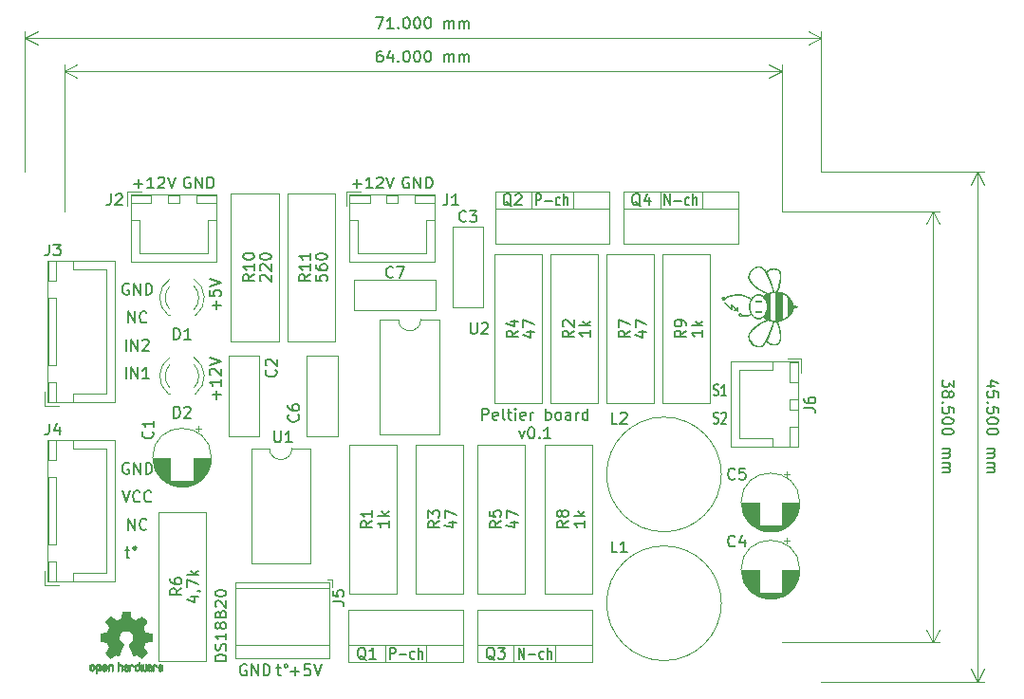
<source format=gbr>
G04 #@! TF.GenerationSoftware,KiCad,Pcbnew,(5.1.7)-1*
G04 #@! TF.CreationDate,2021-02-20T12:25:31+02:00*
G04 #@! TF.ProjectId,peltier,70656c74-6965-4722-9e6b-696361645f70,rev?*
G04 #@! TF.SameCoordinates,Original*
G04 #@! TF.FileFunction,Legend,Top*
G04 #@! TF.FilePolarity,Positive*
%FSLAX46Y46*%
G04 Gerber Fmt 4.6, Leading zero omitted, Abs format (unit mm)*
G04 Created by KiCad (PCBNEW (5.1.7)-1) date 2021-02-20 12:25:31*
%MOMM*%
%LPD*%
G01*
G04 APERTURE LIST*
%ADD10C,0.150000*%
%ADD11C,0.120000*%
%ADD12C,0.010000*%
G04 APERTURE END LIST*
D10*
X164785714Y-93127380D02*
X164785714Y-92127380D01*
X165166666Y-92127380D01*
X165261904Y-92175000D01*
X165309523Y-92222619D01*
X165357142Y-92317857D01*
X165357142Y-92460714D01*
X165309523Y-92555952D01*
X165261904Y-92603571D01*
X165166666Y-92651190D01*
X164785714Y-92651190D01*
X166166666Y-93079761D02*
X166071428Y-93127380D01*
X165880952Y-93127380D01*
X165785714Y-93079761D01*
X165738095Y-92984523D01*
X165738095Y-92603571D01*
X165785714Y-92508333D01*
X165880952Y-92460714D01*
X166071428Y-92460714D01*
X166166666Y-92508333D01*
X166214285Y-92603571D01*
X166214285Y-92698809D01*
X165738095Y-92794047D01*
X166785714Y-93127380D02*
X166690476Y-93079761D01*
X166642857Y-92984523D01*
X166642857Y-92127380D01*
X167023809Y-92460714D02*
X167404761Y-92460714D01*
X167166666Y-92127380D02*
X167166666Y-92984523D01*
X167214285Y-93079761D01*
X167309523Y-93127380D01*
X167404761Y-93127380D01*
X167738095Y-93127380D02*
X167738095Y-92460714D01*
X167738095Y-92127380D02*
X167690476Y-92175000D01*
X167738095Y-92222619D01*
X167785714Y-92175000D01*
X167738095Y-92127380D01*
X167738095Y-92222619D01*
X168595238Y-93079761D02*
X168500000Y-93127380D01*
X168309523Y-93127380D01*
X168214285Y-93079761D01*
X168166666Y-92984523D01*
X168166666Y-92603571D01*
X168214285Y-92508333D01*
X168309523Y-92460714D01*
X168500000Y-92460714D01*
X168595238Y-92508333D01*
X168642857Y-92603571D01*
X168642857Y-92698809D01*
X168166666Y-92794047D01*
X169071428Y-93127380D02*
X169071428Y-92460714D01*
X169071428Y-92651190D02*
X169119047Y-92555952D01*
X169166666Y-92508333D01*
X169261904Y-92460714D01*
X169357142Y-92460714D01*
X170452380Y-93127380D02*
X170452380Y-92127380D01*
X170452380Y-92508333D02*
X170547619Y-92460714D01*
X170738095Y-92460714D01*
X170833333Y-92508333D01*
X170880952Y-92555952D01*
X170928571Y-92651190D01*
X170928571Y-92936904D01*
X170880952Y-93032142D01*
X170833333Y-93079761D01*
X170738095Y-93127380D01*
X170547619Y-93127380D01*
X170452380Y-93079761D01*
X171500000Y-93127380D02*
X171404761Y-93079761D01*
X171357142Y-93032142D01*
X171309523Y-92936904D01*
X171309523Y-92651190D01*
X171357142Y-92555952D01*
X171404761Y-92508333D01*
X171500000Y-92460714D01*
X171642857Y-92460714D01*
X171738095Y-92508333D01*
X171785714Y-92555952D01*
X171833333Y-92651190D01*
X171833333Y-92936904D01*
X171785714Y-93032142D01*
X171738095Y-93079761D01*
X171642857Y-93127380D01*
X171500000Y-93127380D01*
X172690476Y-93127380D02*
X172690476Y-92603571D01*
X172642857Y-92508333D01*
X172547619Y-92460714D01*
X172357142Y-92460714D01*
X172261904Y-92508333D01*
X172690476Y-93079761D02*
X172595238Y-93127380D01*
X172357142Y-93127380D01*
X172261904Y-93079761D01*
X172214285Y-92984523D01*
X172214285Y-92889285D01*
X172261904Y-92794047D01*
X172357142Y-92746428D01*
X172595238Y-92746428D01*
X172690476Y-92698809D01*
X173166666Y-93127380D02*
X173166666Y-92460714D01*
X173166666Y-92651190D02*
X173214285Y-92555952D01*
X173261904Y-92508333D01*
X173357142Y-92460714D01*
X173452380Y-92460714D01*
X174214285Y-93127380D02*
X174214285Y-92127380D01*
X174214285Y-93079761D02*
X174119047Y-93127380D01*
X173928571Y-93127380D01*
X173833333Y-93079761D01*
X173785714Y-93032142D01*
X173738095Y-92936904D01*
X173738095Y-92651190D01*
X173785714Y-92555952D01*
X173833333Y-92508333D01*
X173928571Y-92460714D01*
X174119047Y-92460714D01*
X174214285Y-92508333D01*
X168071428Y-94110714D02*
X168309523Y-94777380D01*
X168547619Y-94110714D01*
X169119047Y-93777380D02*
X169214285Y-93777380D01*
X169309523Y-93825000D01*
X169357142Y-93872619D01*
X169404761Y-93967857D01*
X169452380Y-94158333D01*
X169452380Y-94396428D01*
X169404761Y-94586904D01*
X169357142Y-94682142D01*
X169309523Y-94729761D01*
X169214285Y-94777380D01*
X169119047Y-94777380D01*
X169023809Y-94729761D01*
X168976190Y-94682142D01*
X168928571Y-94586904D01*
X168880952Y-94396428D01*
X168880952Y-94158333D01*
X168928571Y-93967857D01*
X168976190Y-93872619D01*
X169023809Y-93825000D01*
X169119047Y-93777380D01*
X169880952Y-94682142D02*
X169928571Y-94729761D01*
X169880952Y-94777380D01*
X169833333Y-94729761D01*
X169880952Y-94682142D01*
X169880952Y-94777380D01*
X170880952Y-94777380D02*
X170309523Y-94777380D01*
X170595238Y-94777380D02*
X170595238Y-93777380D01*
X170500000Y-93920238D01*
X170404761Y-94015476D01*
X170309523Y-94063095D01*
X138785714Y-108928571D02*
X139452380Y-108928571D01*
X138404761Y-109166666D02*
X139119047Y-109404761D01*
X139119047Y-108785714D01*
X139404761Y-108357142D02*
X139452380Y-108357142D01*
X139547619Y-108404761D01*
X139595238Y-108452380D01*
X138452380Y-108023809D02*
X138452380Y-107357142D01*
X139452380Y-107785714D01*
X139452380Y-106976190D02*
X138452380Y-106976190D01*
X139071428Y-106880952D02*
X139452380Y-106595238D01*
X138785714Y-106595238D02*
X139166666Y-106976190D01*
X149952380Y-80214285D02*
X149952380Y-80690476D01*
X150428571Y-80738095D01*
X150380952Y-80690476D01*
X150333333Y-80595238D01*
X150333333Y-80357142D01*
X150380952Y-80261904D01*
X150428571Y-80214285D01*
X150523809Y-80166666D01*
X150761904Y-80166666D01*
X150857142Y-80214285D01*
X150904761Y-80261904D01*
X150952380Y-80357142D01*
X150952380Y-80595238D01*
X150904761Y-80690476D01*
X150857142Y-80738095D01*
X149952380Y-79309523D02*
X149952380Y-79500000D01*
X150000000Y-79595238D01*
X150047619Y-79642857D01*
X150190476Y-79738095D01*
X150380952Y-79785714D01*
X150761904Y-79785714D01*
X150857142Y-79738095D01*
X150904761Y-79690476D01*
X150952380Y-79595238D01*
X150952380Y-79404761D01*
X150904761Y-79309523D01*
X150857142Y-79261904D01*
X150761904Y-79214285D01*
X150523809Y-79214285D01*
X150428571Y-79261904D01*
X150380952Y-79309523D01*
X150333333Y-79404761D01*
X150333333Y-79595238D01*
X150380952Y-79690476D01*
X150428571Y-79738095D01*
X150523809Y-79785714D01*
X149952380Y-78595238D02*
X149952380Y-78500000D01*
X150000000Y-78404761D01*
X150047619Y-78357142D01*
X150142857Y-78309523D01*
X150333333Y-78261904D01*
X150571428Y-78261904D01*
X150761904Y-78309523D01*
X150857142Y-78357142D01*
X150904761Y-78404761D01*
X150952380Y-78500000D01*
X150952380Y-78595238D01*
X150904761Y-78690476D01*
X150857142Y-78738095D01*
X150761904Y-78785714D01*
X150571428Y-78833333D01*
X150333333Y-78833333D01*
X150142857Y-78785714D01*
X150047619Y-78738095D01*
X150000000Y-78690476D01*
X149952380Y-78595238D01*
X145047619Y-80738095D02*
X145000000Y-80690476D01*
X144952380Y-80595238D01*
X144952380Y-80357142D01*
X145000000Y-80261904D01*
X145047619Y-80214285D01*
X145142857Y-80166666D01*
X145238095Y-80166666D01*
X145380952Y-80214285D01*
X145952380Y-80785714D01*
X145952380Y-80166666D01*
X145047619Y-79785714D02*
X145000000Y-79738095D01*
X144952380Y-79642857D01*
X144952380Y-79404761D01*
X145000000Y-79309523D01*
X145047619Y-79261904D01*
X145142857Y-79214285D01*
X145238095Y-79214285D01*
X145380952Y-79261904D01*
X145952380Y-79833333D01*
X145952380Y-79214285D01*
X144952380Y-78595238D02*
X144952380Y-78500000D01*
X145000000Y-78404761D01*
X145047619Y-78357142D01*
X145142857Y-78309523D01*
X145333333Y-78261904D01*
X145571428Y-78261904D01*
X145761904Y-78309523D01*
X145857142Y-78357142D01*
X145904761Y-78404761D01*
X145952380Y-78500000D01*
X145952380Y-78595238D01*
X145904761Y-78690476D01*
X145857142Y-78738095D01*
X145761904Y-78785714D01*
X145571428Y-78833333D01*
X145333333Y-78833333D01*
X145142857Y-78785714D01*
X145047619Y-78738095D01*
X145000000Y-78690476D01*
X144952380Y-78595238D01*
X167285714Y-102285714D02*
X167952380Y-102285714D01*
X166904761Y-102523809D02*
X167619047Y-102761904D01*
X167619047Y-102142857D01*
X166952380Y-101857142D02*
X166952380Y-101190476D01*
X167952380Y-101619047D01*
X173952380Y-102119047D02*
X173952380Y-102690476D01*
X173952380Y-102404761D02*
X172952380Y-102404761D01*
X173095238Y-102500000D01*
X173190476Y-102595238D01*
X173238095Y-102690476D01*
X173952380Y-101690476D02*
X172952380Y-101690476D01*
X173571428Y-101595238D02*
X173952380Y-101309523D01*
X173285714Y-101309523D02*
X173666666Y-101690476D01*
X161785714Y-102285714D02*
X162452380Y-102285714D01*
X161404761Y-102523809D02*
X162119047Y-102761904D01*
X162119047Y-102142857D01*
X161452380Y-101857142D02*
X161452380Y-101190476D01*
X162452380Y-101619047D01*
X156452380Y-102119047D02*
X156452380Y-102690476D01*
X156452380Y-102404761D02*
X155452380Y-102404761D01*
X155595238Y-102500000D01*
X155690476Y-102595238D01*
X155738095Y-102690476D01*
X156452380Y-101690476D02*
X155452380Y-101690476D01*
X156071428Y-101595238D02*
X156452380Y-101309523D01*
X155785714Y-101309523D02*
X156166666Y-101690476D01*
X184452380Y-85119047D02*
X184452380Y-85690476D01*
X184452380Y-85404761D02*
X183452380Y-85404761D01*
X183595238Y-85500000D01*
X183690476Y-85595238D01*
X183738095Y-85690476D01*
X184452380Y-84690476D02*
X183452380Y-84690476D01*
X184071428Y-84595238D02*
X184452380Y-84309523D01*
X183785714Y-84309523D02*
X184166666Y-84690476D01*
X174452380Y-85119047D02*
X174452380Y-85690476D01*
X174452380Y-85404761D02*
X173452380Y-85404761D01*
X173595238Y-85500000D01*
X173690476Y-85595238D01*
X173738095Y-85690476D01*
X174452380Y-84690476D02*
X173452380Y-84690476D01*
X174071428Y-84595238D02*
X174452380Y-84309523D01*
X173785714Y-84309523D02*
X174166666Y-84690476D01*
X178785714Y-85285714D02*
X179452380Y-85285714D01*
X178404761Y-85523809D02*
X179119047Y-85761904D01*
X179119047Y-85142857D01*
X178452380Y-84857142D02*
X178452380Y-84190476D01*
X179452380Y-84619047D01*
X168785714Y-85285714D02*
X169452380Y-85285714D01*
X168404761Y-85523809D02*
X169119047Y-85761904D01*
X169119047Y-85142857D01*
X168452380Y-84857142D02*
X168452380Y-84190476D01*
X169452380Y-84619047D01*
X158238095Y-71500000D02*
X158142857Y-71452380D01*
X158000000Y-71452380D01*
X157857142Y-71500000D01*
X157761904Y-71595238D01*
X157714285Y-71690476D01*
X157666666Y-71880952D01*
X157666666Y-72023809D01*
X157714285Y-72214285D01*
X157761904Y-72309523D01*
X157857142Y-72404761D01*
X158000000Y-72452380D01*
X158095238Y-72452380D01*
X158238095Y-72404761D01*
X158285714Y-72357142D01*
X158285714Y-72023809D01*
X158095238Y-72023809D01*
X158714285Y-72452380D02*
X158714285Y-71452380D01*
X159285714Y-72452380D01*
X159285714Y-71452380D01*
X159761904Y-72452380D02*
X159761904Y-71452380D01*
X160000000Y-71452380D01*
X160142857Y-71500000D01*
X160238095Y-71595238D01*
X160285714Y-71690476D01*
X160333333Y-71880952D01*
X160333333Y-72023809D01*
X160285714Y-72214285D01*
X160238095Y-72309523D01*
X160142857Y-72404761D01*
X160000000Y-72452380D01*
X159761904Y-72452380D01*
X153238095Y-72071428D02*
X154000000Y-72071428D01*
X153619047Y-72452380D02*
X153619047Y-71690476D01*
X155000000Y-72452380D02*
X154428571Y-72452380D01*
X154714285Y-72452380D02*
X154714285Y-71452380D01*
X154619047Y-71595238D01*
X154523809Y-71690476D01*
X154428571Y-71738095D01*
X155380952Y-71547619D02*
X155428571Y-71500000D01*
X155523809Y-71452380D01*
X155761904Y-71452380D01*
X155857142Y-71500000D01*
X155904761Y-71547619D01*
X155952380Y-71642857D01*
X155952380Y-71738095D01*
X155904761Y-71880952D01*
X155333333Y-72452380D01*
X155952380Y-72452380D01*
X156238095Y-71452380D02*
X156571428Y-72452380D01*
X156904761Y-71452380D01*
X169590476Y-73952380D02*
X169590476Y-72952380D01*
X169895238Y-72952380D01*
X169971428Y-73000000D01*
X170009523Y-73047619D01*
X170047619Y-73142857D01*
X170047619Y-73285714D01*
X170009523Y-73380952D01*
X169971428Y-73428571D01*
X169895238Y-73476190D01*
X169590476Y-73476190D01*
X170390476Y-73571428D02*
X171000000Y-73571428D01*
X171723809Y-73904761D02*
X171647619Y-73952380D01*
X171495238Y-73952380D01*
X171419047Y-73904761D01*
X171380952Y-73857142D01*
X171342857Y-73761904D01*
X171342857Y-73476190D01*
X171380952Y-73380952D01*
X171419047Y-73333333D01*
X171495238Y-73285714D01*
X171647619Y-73285714D01*
X171723809Y-73333333D01*
X172066666Y-73952380D02*
X172066666Y-72952380D01*
X172409523Y-73952380D02*
X172409523Y-73428571D01*
X172371428Y-73333333D01*
X172295238Y-73285714D01*
X172180952Y-73285714D01*
X172104761Y-73333333D01*
X172066666Y-73380952D01*
X181071428Y-73952380D02*
X181071428Y-72952380D01*
X181528571Y-73952380D01*
X181528571Y-72952380D01*
X181909523Y-73571428D02*
X182519047Y-73571428D01*
X183242857Y-73904761D02*
X183166666Y-73952380D01*
X183014285Y-73952380D01*
X182938095Y-73904761D01*
X182900000Y-73857142D01*
X182861904Y-73761904D01*
X182861904Y-73476190D01*
X182900000Y-73380952D01*
X182938095Y-73333333D01*
X183014285Y-73285714D01*
X183166666Y-73285714D01*
X183242857Y-73333333D01*
X183585714Y-73952380D02*
X183585714Y-72952380D01*
X183928571Y-73952380D02*
X183928571Y-73428571D01*
X183890476Y-73333333D01*
X183814285Y-73285714D01*
X183700000Y-73285714D01*
X183623809Y-73333333D01*
X183585714Y-73380952D01*
X168071428Y-114452380D02*
X168071428Y-113452380D01*
X168528571Y-114452380D01*
X168528571Y-113452380D01*
X168909523Y-114071428D02*
X169519047Y-114071428D01*
X170242857Y-114404761D02*
X170166666Y-114452380D01*
X170014285Y-114452380D01*
X169938095Y-114404761D01*
X169900000Y-114357142D01*
X169861904Y-114261904D01*
X169861904Y-113976190D01*
X169900000Y-113880952D01*
X169938095Y-113833333D01*
X170014285Y-113785714D01*
X170166666Y-113785714D01*
X170242857Y-113833333D01*
X170585714Y-114452380D02*
X170585714Y-113452380D01*
X170928571Y-114452380D02*
X170928571Y-113928571D01*
X170890476Y-113833333D01*
X170814285Y-113785714D01*
X170700000Y-113785714D01*
X170623809Y-113833333D01*
X170585714Y-113880952D01*
X156590476Y-114452380D02*
X156590476Y-113452380D01*
X156895238Y-113452380D01*
X156971428Y-113500000D01*
X157009523Y-113547619D01*
X157047619Y-113642857D01*
X157047619Y-113785714D01*
X157009523Y-113880952D01*
X156971428Y-113928571D01*
X156895238Y-113976190D01*
X156590476Y-113976190D01*
X157390476Y-114071428D02*
X158000000Y-114071428D01*
X158723809Y-114404761D02*
X158647619Y-114452380D01*
X158495238Y-114452380D01*
X158419047Y-114404761D01*
X158380952Y-114357142D01*
X158342857Y-114261904D01*
X158342857Y-113976190D01*
X158380952Y-113880952D01*
X158419047Y-113833333D01*
X158495238Y-113785714D01*
X158647619Y-113785714D01*
X158723809Y-113833333D01*
X159066666Y-114452380D02*
X159066666Y-113452380D01*
X159409523Y-114452380D02*
X159409523Y-113928571D01*
X159371428Y-113833333D01*
X159295238Y-113785714D01*
X159180952Y-113785714D01*
X159104761Y-113833333D01*
X159066666Y-113880952D01*
X138738095Y-71500000D02*
X138642857Y-71452380D01*
X138500000Y-71452380D01*
X138357142Y-71500000D01*
X138261904Y-71595238D01*
X138214285Y-71690476D01*
X138166666Y-71880952D01*
X138166666Y-72023809D01*
X138214285Y-72214285D01*
X138261904Y-72309523D01*
X138357142Y-72404761D01*
X138500000Y-72452380D01*
X138595238Y-72452380D01*
X138738095Y-72404761D01*
X138785714Y-72357142D01*
X138785714Y-72023809D01*
X138595238Y-72023809D01*
X139214285Y-72452380D02*
X139214285Y-71452380D01*
X139785714Y-72452380D01*
X139785714Y-71452380D01*
X140261904Y-72452380D02*
X140261904Y-71452380D01*
X140500000Y-71452380D01*
X140642857Y-71500000D01*
X140738095Y-71595238D01*
X140785714Y-71690476D01*
X140833333Y-71880952D01*
X140833333Y-72023809D01*
X140785714Y-72214285D01*
X140738095Y-72309523D01*
X140642857Y-72404761D01*
X140500000Y-72452380D01*
X140261904Y-72452380D01*
X133738095Y-72071428D02*
X134500000Y-72071428D01*
X134119047Y-72452380D02*
X134119047Y-71690476D01*
X135500000Y-72452380D02*
X134928571Y-72452380D01*
X135214285Y-72452380D02*
X135214285Y-71452380D01*
X135119047Y-71595238D01*
X135023809Y-71690476D01*
X134928571Y-71738095D01*
X135880952Y-71547619D02*
X135928571Y-71500000D01*
X136023809Y-71452380D01*
X136261904Y-71452380D01*
X136357142Y-71500000D01*
X136404761Y-71547619D01*
X136452380Y-71642857D01*
X136452380Y-71738095D01*
X136404761Y-71880952D01*
X135833333Y-72452380D01*
X136452380Y-72452380D01*
X136738095Y-71452380D02*
X137071428Y-72452380D01*
X137404761Y-71452380D01*
X143738095Y-115000000D02*
X143642857Y-114952380D01*
X143500000Y-114952380D01*
X143357142Y-115000000D01*
X143261904Y-115095238D01*
X143214285Y-115190476D01*
X143166666Y-115380952D01*
X143166666Y-115523809D01*
X143214285Y-115714285D01*
X143261904Y-115809523D01*
X143357142Y-115904761D01*
X143500000Y-115952380D01*
X143595238Y-115952380D01*
X143738095Y-115904761D01*
X143785714Y-115857142D01*
X143785714Y-115523809D01*
X143595238Y-115523809D01*
X144214285Y-115952380D02*
X144214285Y-114952380D01*
X144785714Y-115952380D01*
X144785714Y-114952380D01*
X145261904Y-115952380D02*
X145261904Y-114952380D01*
X145500000Y-114952380D01*
X145642857Y-115000000D01*
X145738095Y-115095238D01*
X145785714Y-115190476D01*
X145833333Y-115380952D01*
X145833333Y-115523809D01*
X145785714Y-115714285D01*
X145738095Y-115809523D01*
X145642857Y-115904761D01*
X145500000Y-115952380D01*
X145261904Y-115952380D01*
X146428571Y-115285714D02*
X146809523Y-115285714D01*
X146571428Y-114952380D02*
X146571428Y-115809523D01*
X146619047Y-115904761D01*
X146714285Y-115952380D01*
X146809523Y-115952380D01*
X147285714Y-114952380D02*
X147190476Y-115000000D01*
X147142857Y-115095238D01*
X147190476Y-115190476D01*
X147285714Y-115238095D01*
X147380952Y-115190476D01*
X147428571Y-115095238D01*
X147380952Y-115000000D01*
X147285714Y-114952380D01*
X147714285Y-115571428D02*
X148476190Y-115571428D01*
X148095238Y-115952380D02*
X148095238Y-115190476D01*
X149428571Y-114952380D02*
X148952380Y-114952380D01*
X148904761Y-115428571D01*
X148952380Y-115380952D01*
X149047619Y-115333333D01*
X149285714Y-115333333D01*
X149380952Y-115380952D01*
X149428571Y-115428571D01*
X149476190Y-115523809D01*
X149476190Y-115761904D01*
X149428571Y-115857142D01*
X149380952Y-115904761D01*
X149285714Y-115952380D01*
X149047619Y-115952380D01*
X148952380Y-115904761D01*
X148904761Y-115857142D01*
X149761904Y-114952380D02*
X150095238Y-115952380D01*
X150428571Y-114952380D01*
X206817619Y-89559523D02*
X206817619Y-90178571D01*
X206436666Y-89845238D01*
X206436666Y-89988095D01*
X206389047Y-90083333D01*
X206341428Y-90130952D01*
X206246190Y-90178571D01*
X206008095Y-90178571D01*
X205912857Y-90130952D01*
X205865238Y-90083333D01*
X205817619Y-89988095D01*
X205817619Y-89702380D01*
X205865238Y-89607142D01*
X205912857Y-89559523D01*
X206389047Y-90750000D02*
X206436666Y-90654761D01*
X206484285Y-90607142D01*
X206579523Y-90559523D01*
X206627142Y-90559523D01*
X206722380Y-90607142D01*
X206770000Y-90654761D01*
X206817619Y-90750000D01*
X206817619Y-90940476D01*
X206770000Y-91035714D01*
X206722380Y-91083333D01*
X206627142Y-91130952D01*
X206579523Y-91130952D01*
X206484285Y-91083333D01*
X206436666Y-91035714D01*
X206389047Y-90940476D01*
X206389047Y-90750000D01*
X206341428Y-90654761D01*
X206293809Y-90607142D01*
X206198571Y-90559523D01*
X206008095Y-90559523D01*
X205912857Y-90607142D01*
X205865238Y-90654761D01*
X205817619Y-90750000D01*
X205817619Y-90940476D01*
X205865238Y-91035714D01*
X205912857Y-91083333D01*
X206008095Y-91130952D01*
X206198571Y-91130952D01*
X206293809Y-91083333D01*
X206341428Y-91035714D01*
X206389047Y-90940476D01*
X205912857Y-91559523D02*
X205865238Y-91607142D01*
X205817619Y-91559523D01*
X205865238Y-91511904D01*
X205912857Y-91559523D01*
X205817619Y-91559523D01*
X206817619Y-92511904D02*
X206817619Y-92035714D01*
X206341428Y-91988095D01*
X206389047Y-92035714D01*
X206436666Y-92130952D01*
X206436666Y-92369047D01*
X206389047Y-92464285D01*
X206341428Y-92511904D01*
X206246190Y-92559523D01*
X206008095Y-92559523D01*
X205912857Y-92511904D01*
X205865238Y-92464285D01*
X205817619Y-92369047D01*
X205817619Y-92130952D01*
X205865238Y-92035714D01*
X205912857Y-91988095D01*
X206817619Y-93178571D02*
X206817619Y-93273809D01*
X206770000Y-93369047D01*
X206722380Y-93416666D01*
X206627142Y-93464285D01*
X206436666Y-93511904D01*
X206198571Y-93511904D01*
X206008095Y-93464285D01*
X205912857Y-93416666D01*
X205865238Y-93369047D01*
X205817619Y-93273809D01*
X205817619Y-93178571D01*
X205865238Y-93083333D01*
X205912857Y-93035714D01*
X206008095Y-92988095D01*
X206198571Y-92940476D01*
X206436666Y-92940476D01*
X206627142Y-92988095D01*
X206722380Y-93035714D01*
X206770000Y-93083333D01*
X206817619Y-93178571D01*
X206817619Y-94130952D02*
X206817619Y-94226190D01*
X206770000Y-94321428D01*
X206722380Y-94369047D01*
X206627142Y-94416666D01*
X206436666Y-94464285D01*
X206198571Y-94464285D01*
X206008095Y-94416666D01*
X205912857Y-94369047D01*
X205865238Y-94321428D01*
X205817619Y-94226190D01*
X205817619Y-94130952D01*
X205865238Y-94035714D01*
X205912857Y-93988095D01*
X206008095Y-93940476D01*
X206198571Y-93892857D01*
X206436666Y-93892857D01*
X206627142Y-93940476D01*
X206722380Y-93988095D01*
X206770000Y-94035714D01*
X206817619Y-94130952D01*
X205817619Y-95654761D02*
X206484285Y-95654761D01*
X206389047Y-95654761D02*
X206436666Y-95702380D01*
X206484285Y-95797619D01*
X206484285Y-95940476D01*
X206436666Y-96035714D01*
X206341428Y-96083333D01*
X205817619Y-96083333D01*
X206341428Y-96083333D02*
X206436666Y-96130952D01*
X206484285Y-96226190D01*
X206484285Y-96369047D01*
X206436666Y-96464285D01*
X206341428Y-96511904D01*
X205817619Y-96511904D01*
X205817619Y-96988095D02*
X206484285Y-96988095D01*
X206389047Y-96988095D02*
X206436666Y-97035714D01*
X206484285Y-97130952D01*
X206484285Y-97273809D01*
X206436666Y-97369047D01*
X206341428Y-97416666D01*
X205817619Y-97416666D01*
X206341428Y-97416666D02*
X206436666Y-97464285D01*
X206484285Y-97559523D01*
X206484285Y-97702380D01*
X206436666Y-97797619D01*
X206341428Y-97845238D01*
X205817619Y-97845238D01*
D11*
X205000000Y-74500000D02*
X205000000Y-113000000D01*
X191500000Y-74500000D02*
X205586421Y-74500000D01*
X191500000Y-113000000D02*
X205586421Y-113000000D01*
X205000000Y-113000000D02*
X204413579Y-111873496D01*
X205000000Y-113000000D02*
X205586421Y-111873496D01*
X205000000Y-74500000D02*
X204413579Y-75626504D01*
X205000000Y-74500000D02*
X205586421Y-75626504D01*
D10*
X210484285Y-90083333D02*
X209817619Y-90083333D01*
X210865238Y-89845238D02*
X210150952Y-89607142D01*
X210150952Y-90226190D01*
X210817619Y-91083333D02*
X210817619Y-90607142D01*
X210341428Y-90559523D01*
X210389047Y-90607142D01*
X210436666Y-90702380D01*
X210436666Y-90940476D01*
X210389047Y-91035714D01*
X210341428Y-91083333D01*
X210246190Y-91130952D01*
X210008095Y-91130952D01*
X209912857Y-91083333D01*
X209865238Y-91035714D01*
X209817619Y-90940476D01*
X209817619Y-90702380D01*
X209865238Y-90607142D01*
X209912857Y-90559523D01*
X209912857Y-91559523D02*
X209865238Y-91607142D01*
X209817619Y-91559523D01*
X209865238Y-91511904D01*
X209912857Y-91559523D01*
X209817619Y-91559523D01*
X210817619Y-92511904D02*
X210817619Y-92035714D01*
X210341428Y-91988095D01*
X210389047Y-92035714D01*
X210436666Y-92130952D01*
X210436666Y-92369047D01*
X210389047Y-92464285D01*
X210341428Y-92511904D01*
X210246190Y-92559523D01*
X210008095Y-92559523D01*
X209912857Y-92511904D01*
X209865238Y-92464285D01*
X209817619Y-92369047D01*
X209817619Y-92130952D01*
X209865238Y-92035714D01*
X209912857Y-91988095D01*
X210817619Y-93178571D02*
X210817619Y-93273809D01*
X210770000Y-93369047D01*
X210722380Y-93416666D01*
X210627142Y-93464285D01*
X210436666Y-93511904D01*
X210198571Y-93511904D01*
X210008095Y-93464285D01*
X209912857Y-93416666D01*
X209865238Y-93369047D01*
X209817619Y-93273809D01*
X209817619Y-93178571D01*
X209865238Y-93083333D01*
X209912857Y-93035714D01*
X210008095Y-92988095D01*
X210198571Y-92940476D01*
X210436666Y-92940476D01*
X210627142Y-92988095D01*
X210722380Y-93035714D01*
X210770000Y-93083333D01*
X210817619Y-93178571D01*
X210817619Y-94130952D02*
X210817619Y-94226190D01*
X210770000Y-94321428D01*
X210722380Y-94369047D01*
X210627142Y-94416666D01*
X210436666Y-94464285D01*
X210198571Y-94464285D01*
X210008095Y-94416666D01*
X209912857Y-94369047D01*
X209865238Y-94321428D01*
X209817619Y-94226190D01*
X209817619Y-94130952D01*
X209865238Y-94035714D01*
X209912857Y-93988095D01*
X210008095Y-93940476D01*
X210198571Y-93892857D01*
X210436666Y-93892857D01*
X210627142Y-93940476D01*
X210722380Y-93988095D01*
X210770000Y-94035714D01*
X210817619Y-94130952D01*
X209817619Y-95654761D02*
X210484285Y-95654761D01*
X210389047Y-95654761D02*
X210436666Y-95702380D01*
X210484285Y-95797619D01*
X210484285Y-95940476D01*
X210436666Y-96035714D01*
X210341428Y-96083333D01*
X209817619Y-96083333D01*
X210341428Y-96083333D02*
X210436666Y-96130952D01*
X210484285Y-96226190D01*
X210484285Y-96369047D01*
X210436666Y-96464285D01*
X210341428Y-96511904D01*
X209817619Y-96511904D01*
X209817619Y-96988095D02*
X210484285Y-96988095D01*
X210389047Y-96988095D02*
X210436666Y-97035714D01*
X210484285Y-97130952D01*
X210484285Y-97273809D01*
X210436666Y-97369047D01*
X210341428Y-97416666D01*
X209817619Y-97416666D01*
X210341428Y-97416666D02*
X210436666Y-97464285D01*
X210484285Y-97559523D01*
X210484285Y-97702380D01*
X210436666Y-97797619D01*
X210341428Y-97845238D01*
X209817619Y-97845238D01*
D11*
X209000000Y-71000000D02*
X209000000Y-116500000D01*
X195000000Y-71000000D02*
X209586421Y-71000000D01*
X195000000Y-116500000D02*
X209586421Y-116500000D01*
X209000000Y-116500000D02*
X208413579Y-115373496D01*
X209000000Y-116500000D02*
X209586421Y-115373496D01*
X209000000Y-71000000D02*
X208413579Y-72126504D01*
X209000000Y-71000000D02*
X209586421Y-72126504D01*
D10*
X155833333Y-60182380D02*
X155642857Y-60182380D01*
X155547619Y-60230000D01*
X155500000Y-60277619D01*
X155404761Y-60420476D01*
X155357142Y-60610952D01*
X155357142Y-60991904D01*
X155404761Y-61087142D01*
X155452380Y-61134761D01*
X155547619Y-61182380D01*
X155738095Y-61182380D01*
X155833333Y-61134761D01*
X155880952Y-61087142D01*
X155928571Y-60991904D01*
X155928571Y-60753809D01*
X155880952Y-60658571D01*
X155833333Y-60610952D01*
X155738095Y-60563333D01*
X155547619Y-60563333D01*
X155452380Y-60610952D01*
X155404761Y-60658571D01*
X155357142Y-60753809D01*
X156785714Y-60515714D02*
X156785714Y-61182380D01*
X156547619Y-60134761D02*
X156309523Y-60849047D01*
X156928571Y-60849047D01*
X157309523Y-61087142D02*
X157357142Y-61134761D01*
X157309523Y-61182380D01*
X157261904Y-61134761D01*
X157309523Y-61087142D01*
X157309523Y-61182380D01*
X157976190Y-60182380D02*
X158071428Y-60182380D01*
X158166666Y-60230000D01*
X158214285Y-60277619D01*
X158261904Y-60372857D01*
X158309523Y-60563333D01*
X158309523Y-60801428D01*
X158261904Y-60991904D01*
X158214285Y-61087142D01*
X158166666Y-61134761D01*
X158071428Y-61182380D01*
X157976190Y-61182380D01*
X157880952Y-61134761D01*
X157833333Y-61087142D01*
X157785714Y-60991904D01*
X157738095Y-60801428D01*
X157738095Y-60563333D01*
X157785714Y-60372857D01*
X157833333Y-60277619D01*
X157880952Y-60230000D01*
X157976190Y-60182380D01*
X158928571Y-60182380D02*
X159023809Y-60182380D01*
X159119047Y-60230000D01*
X159166666Y-60277619D01*
X159214285Y-60372857D01*
X159261904Y-60563333D01*
X159261904Y-60801428D01*
X159214285Y-60991904D01*
X159166666Y-61087142D01*
X159119047Y-61134761D01*
X159023809Y-61182380D01*
X158928571Y-61182380D01*
X158833333Y-61134761D01*
X158785714Y-61087142D01*
X158738095Y-60991904D01*
X158690476Y-60801428D01*
X158690476Y-60563333D01*
X158738095Y-60372857D01*
X158785714Y-60277619D01*
X158833333Y-60230000D01*
X158928571Y-60182380D01*
X159880952Y-60182380D02*
X159976190Y-60182380D01*
X160071428Y-60230000D01*
X160119047Y-60277619D01*
X160166666Y-60372857D01*
X160214285Y-60563333D01*
X160214285Y-60801428D01*
X160166666Y-60991904D01*
X160119047Y-61087142D01*
X160071428Y-61134761D01*
X159976190Y-61182380D01*
X159880952Y-61182380D01*
X159785714Y-61134761D01*
X159738095Y-61087142D01*
X159690476Y-60991904D01*
X159642857Y-60801428D01*
X159642857Y-60563333D01*
X159690476Y-60372857D01*
X159738095Y-60277619D01*
X159785714Y-60230000D01*
X159880952Y-60182380D01*
X161404761Y-61182380D02*
X161404761Y-60515714D01*
X161404761Y-60610952D02*
X161452380Y-60563333D01*
X161547619Y-60515714D01*
X161690476Y-60515714D01*
X161785714Y-60563333D01*
X161833333Y-60658571D01*
X161833333Y-61182380D01*
X161833333Y-60658571D02*
X161880952Y-60563333D01*
X161976190Y-60515714D01*
X162119047Y-60515714D01*
X162214285Y-60563333D01*
X162261904Y-60658571D01*
X162261904Y-61182380D01*
X162738095Y-61182380D02*
X162738095Y-60515714D01*
X162738095Y-60610952D02*
X162785714Y-60563333D01*
X162880952Y-60515714D01*
X163023809Y-60515714D01*
X163119047Y-60563333D01*
X163166666Y-60658571D01*
X163166666Y-61182380D01*
X163166666Y-60658571D02*
X163214285Y-60563333D01*
X163309523Y-60515714D01*
X163452380Y-60515714D01*
X163547619Y-60563333D01*
X163595238Y-60658571D01*
X163595238Y-61182380D01*
D11*
X127500000Y-62000000D02*
X191500000Y-62000000D01*
X127500000Y-74500000D02*
X127500000Y-61413579D01*
X191500000Y-74500000D02*
X191500000Y-61413579D01*
X191500000Y-62000000D02*
X190373496Y-62586421D01*
X191500000Y-62000000D02*
X190373496Y-61413579D01*
X127500000Y-62000000D02*
X128626504Y-62586421D01*
X127500000Y-62000000D02*
X128626504Y-61413579D01*
D10*
X155309523Y-57182380D02*
X155976190Y-57182380D01*
X155547619Y-58182380D01*
X156880952Y-58182380D02*
X156309523Y-58182380D01*
X156595238Y-58182380D02*
X156595238Y-57182380D01*
X156500000Y-57325238D01*
X156404761Y-57420476D01*
X156309523Y-57468095D01*
X157309523Y-58087142D02*
X157357142Y-58134761D01*
X157309523Y-58182380D01*
X157261904Y-58134761D01*
X157309523Y-58087142D01*
X157309523Y-58182380D01*
X157976190Y-57182380D02*
X158071428Y-57182380D01*
X158166666Y-57230000D01*
X158214285Y-57277619D01*
X158261904Y-57372857D01*
X158309523Y-57563333D01*
X158309523Y-57801428D01*
X158261904Y-57991904D01*
X158214285Y-58087142D01*
X158166666Y-58134761D01*
X158071428Y-58182380D01*
X157976190Y-58182380D01*
X157880952Y-58134761D01*
X157833333Y-58087142D01*
X157785714Y-57991904D01*
X157738095Y-57801428D01*
X157738095Y-57563333D01*
X157785714Y-57372857D01*
X157833333Y-57277619D01*
X157880952Y-57230000D01*
X157976190Y-57182380D01*
X158928571Y-57182380D02*
X159023809Y-57182380D01*
X159119047Y-57230000D01*
X159166666Y-57277619D01*
X159214285Y-57372857D01*
X159261904Y-57563333D01*
X159261904Y-57801428D01*
X159214285Y-57991904D01*
X159166666Y-58087142D01*
X159119047Y-58134761D01*
X159023809Y-58182380D01*
X158928571Y-58182380D01*
X158833333Y-58134761D01*
X158785714Y-58087142D01*
X158738095Y-57991904D01*
X158690476Y-57801428D01*
X158690476Y-57563333D01*
X158738095Y-57372857D01*
X158785714Y-57277619D01*
X158833333Y-57230000D01*
X158928571Y-57182380D01*
X159880952Y-57182380D02*
X159976190Y-57182380D01*
X160071428Y-57230000D01*
X160119047Y-57277619D01*
X160166666Y-57372857D01*
X160214285Y-57563333D01*
X160214285Y-57801428D01*
X160166666Y-57991904D01*
X160119047Y-58087142D01*
X160071428Y-58134761D01*
X159976190Y-58182380D01*
X159880952Y-58182380D01*
X159785714Y-58134761D01*
X159738095Y-58087142D01*
X159690476Y-57991904D01*
X159642857Y-57801428D01*
X159642857Y-57563333D01*
X159690476Y-57372857D01*
X159738095Y-57277619D01*
X159785714Y-57230000D01*
X159880952Y-57182380D01*
X161404761Y-58182380D02*
X161404761Y-57515714D01*
X161404761Y-57610952D02*
X161452380Y-57563333D01*
X161547619Y-57515714D01*
X161690476Y-57515714D01*
X161785714Y-57563333D01*
X161833333Y-57658571D01*
X161833333Y-58182380D01*
X161833333Y-57658571D02*
X161880952Y-57563333D01*
X161976190Y-57515714D01*
X162119047Y-57515714D01*
X162214285Y-57563333D01*
X162261904Y-57658571D01*
X162261904Y-58182380D01*
X162738095Y-58182380D02*
X162738095Y-57515714D01*
X162738095Y-57610952D02*
X162785714Y-57563333D01*
X162880952Y-57515714D01*
X163023809Y-57515714D01*
X163119047Y-57563333D01*
X163166666Y-57658571D01*
X163166666Y-58182380D01*
X163166666Y-57658571D02*
X163214285Y-57563333D01*
X163309523Y-57515714D01*
X163452380Y-57515714D01*
X163547619Y-57563333D01*
X163595238Y-57658571D01*
X163595238Y-58182380D01*
D11*
X124000000Y-59000000D02*
X195000000Y-59000000D01*
X124000000Y-71000000D02*
X124000000Y-58413579D01*
X195000000Y-71000000D02*
X195000000Y-58413579D01*
X195000000Y-59000000D02*
X193873496Y-59586421D01*
X195000000Y-59000000D02*
X193873496Y-58413579D01*
X124000000Y-59000000D02*
X125126504Y-59586421D01*
X124000000Y-59000000D02*
X125126504Y-58413579D01*
D10*
X141952380Y-114642857D02*
X140952380Y-114642857D01*
X140952380Y-114404761D01*
X141000000Y-114261904D01*
X141095238Y-114166666D01*
X141190476Y-114119047D01*
X141380952Y-114071428D01*
X141523809Y-114071428D01*
X141714285Y-114119047D01*
X141809523Y-114166666D01*
X141904761Y-114261904D01*
X141952380Y-114404761D01*
X141952380Y-114642857D01*
X141904761Y-113690476D02*
X141952380Y-113547619D01*
X141952380Y-113309523D01*
X141904761Y-113214285D01*
X141857142Y-113166666D01*
X141761904Y-113119047D01*
X141666666Y-113119047D01*
X141571428Y-113166666D01*
X141523809Y-113214285D01*
X141476190Y-113309523D01*
X141428571Y-113500000D01*
X141380952Y-113595238D01*
X141333333Y-113642857D01*
X141238095Y-113690476D01*
X141142857Y-113690476D01*
X141047619Y-113642857D01*
X141000000Y-113595238D01*
X140952380Y-113500000D01*
X140952380Y-113261904D01*
X141000000Y-113119047D01*
X141952380Y-112166666D02*
X141952380Y-112738095D01*
X141952380Y-112452380D02*
X140952380Y-112452380D01*
X141095238Y-112547619D01*
X141190476Y-112642857D01*
X141238095Y-112738095D01*
X141380952Y-111595238D02*
X141333333Y-111690476D01*
X141285714Y-111738095D01*
X141190476Y-111785714D01*
X141142857Y-111785714D01*
X141047619Y-111738095D01*
X141000000Y-111690476D01*
X140952380Y-111595238D01*
X140952380Y-111404761D01*
X141000000Y-111309523D01*
X141047619Y-111261904D01*
X141142857Y-111214285D01*
X141190476Y-111214285D01*
X141285714Y-111261904D01*
X141333333Y-111309523D01*
X141380952Y-111404761D01*
X141380952Y-111595238D01*
X141428571Y-111690476D01*
X141476190Y-111738095D01*
X141571428Y-111785714D01*
X141761904Y-111785714D01*
X141857142Y-111738095D01*
X141904761Y-111690476D01*
X141952380Y-111595238D01*
X141952380Y-111404761D01*
X141904761Y-111309523D01*
X141857142Y-111261904D01*
X141761904Y-111214285D01*
X141571428Y-111214285D01*
X141476190Y-111261904D01*
X141428571Y-111309523D01*
X141380952Y-111404761D01*
X141428571Y-110452380D02*
X141476190Y-110309523D01*
X141523809Y-110261904D01*
X141619047Y-110214285D01*
X141761904Y-110214285D01*
X141857142Y-110261904D01*
X141904761Y-110309523D01*
X141952380Y-110404761D01*
X141952380Y-110785714D01*
X140952380Y-110785714D01*
X140952380Y-110452380D01*
X141000000Y-110357142D01*
X141047619Y-110309523D01*
X141142857Y-110261904D01*
X141238095Y-110261904D01*
X141333333Y-110309523D01*
X141380952Y-110357142D01*
X141428571Y-110452380D01*
X141428571Y-110785714D01*
X141047619Y-109833333D02*
X141000000Y-109785714D01*
X140952380Y-109690476D01*
X140952380Y-109452380D01*
X141000000Y-109357142D01*
X141047619Y-109309523D01*
X141142857Y-109261904D01*
X141238095Y-109261904D01*
X141380952Y-109309523D01*
X141952380Y-109880952D01*
X141952380Y-109261904D01*
X140952380Y-108642857D02*
X140952380Y-108547619D01*
X141000000Y-108452380D01*
X141047619Y-108404761D01*
X141142857Y-108357142D01*
X141333333Y-108309523D01*
X141571428Y-108309523D01*
X141761904Y-108357142D01*
X141857142Y-108404761D01*
X141904761Y-108452380D01*
X141952380Y-108547619D01*
X141952380Y-108642857D01*
X141904761Y-108738095D01*
X141857142Y-108785714D01*
X141761904Y-108833333D01*
X141571428Y-108880952D01*
X141333333Y-108880952D01*
X141142857Y-108833333D01*
X141047619Y-108785714D01*
X141000000Y-108738095D01*
X140952380Y-108642857D01*
X185428571Y-90904761D02*
X185535714Y-90952380D01*
X185714285Y-90952380D01*
X185785714Y-90904761D01*
X185821428Y-90857142D01*
X185857142Y-90761904D01*
X185857142Y-90666666D01*
X185821428Y-90571428D01*
X185785714Y-90523809D01*
X185714285Y-90476190D01*
X185571428Y-90428571D01*
X185500000Y-90380952D01*
X185464285Y-90333333D01*
X185428571Y-90238095D01*
X185428571Y-90142857D01*
X185464285Y-90047619D01*
X185500000Y-90000000D01*
X185571428Y-89952380D01*
X185750000Y-89952380D01*
X185857142Y-90000000D01*
X186571428Y-90952380D02*
X186142857Y-90952380D01*
X186357142Y-90952380D02*
X186357142Y-89952380D01*
X186285714Y-90095238D01*
X186214285Y-90190476D01*
X186142857Y-90238095D01*
X185428571Y-93404761D02*
X185535714Y-93452380D01*
X185714285Y-93452380D01*
X185785714Y-93404761D01*
X185821428Y-93357142D01*
X185857142Y-93261904D01*
X185857142Y-93166666D01*
X185821428Y-93071428D01*
X185785714Y-93023809D01*
X185714285Y-92976190D01*
X185571428Y-92928571D01*
X185500000Y-92880952D01*
X185464285Y-92833333D01*
X185428571Y-92738095D01*
X185428571Y-92642857D01*
X185464285Y-92547619D01*
X185500000Y-92500000D01*
X185571428Y-92452380D01*
X185750000Y-92452380D01*
X185857142Y-92500000D01*
X186142857Y-92547619D02*
X186178571Y-92500000D01*
X186250000Y-92452380D01*
X186428571Y-92452380D01*
X186500000Y-92500000D01*
X186535714Y-92547619D01*
X186571428Y-92642857D01*
X186571428Y-92738095D01*
X186535714Y-92880952D01*
X186107142Y-93452380D01*
X186571428Y-93452380D01*
X132928571Y-104785714D02*
X133309523Y-104785714D01*
X133071428Y-104452380D02*
X133071428Y-105309523D01*
X133119047Y-105404761D01*
X133214285Y-105452380D01*
X133309523Y-105452380D01*
X133785714Y-104452380D02*
X133690476Y-104500000D01*
X133642857Y-104595238D01*
X133690476Y-104690476D01*
X133785714Y-104738095D01*
X133880952Y-104690476D01*
X133928571Y-104595238D01*
X133880952Y-104500000D01*
X133785714Y-104452380D01*
X133214285Y-102952380D02*
X133214285Y-101952380D01*
X133785714Y-102952380D01*
X133785714Y-101952380D01*
X134833333Y-102857142D02*
X134785714Y-102904761D01*
X134642857Y-102952380D01*
X134547619Y-102952380D01*
X134404761Y-102904761D01*
X134309523Y-102809523D01*
X134261904Y-102714285D01*
X134214285Y-102523809D01*
X134214285Y-102380952D01*
X134261904Y-102190476D01*
X134309523Y-102095238D01*
X134404761Y-102000000D01*
X134547619Y-101952380D01*
X134642857Y-101952380D01*
X134785714Y-102000000D01*
X134833333Y-102047619D01*
X133238095Y-97000000D02*
X133142857Y-96952380D01*
X133000000Y-96952380D01*
X132857142Y-97000000D01*
X132761904Y-97095238D01*
X132714285Y-97190476D01*
X132666666Y-97380952D01*
X132666666Y-97523809D01*
X132714285Y-97714285D01*
X132761904Y-97809523D01*
X132857142Y-97904761D01*
X133000000Y-97952380D01*
X133095238Y-97952380D01*
X133238095Y-97904761D01*
X133285714Y-97857142D01*
X133285714Y-97523809D01*
X133095238Y-97523809D01*
X133714285Y-97952380D02*
X133714285Y-96952380D01*
X134285714Y-97952380D01*
X134285714Y-96952380D01*
X134761904Y-97952380D02*
X134761904Y-96952380D01*
X135000000Y-96952380D01*
X135142857Y-97000000D01*
X135238095Y-97095238D01*
X135285714Y-97190476D01*
X135333333Y-97380952D01*
X135333333Y-97523809D01*
X135285714Y-97714285D01*
X135238095Y-97809523D01*
X135142857Y-97904761D01*
X135000000Y-97952380D01*
X134761904Y-97952380D01*
X133214285Y-84452380D02*
X133214285Y-83452380D01*
X133785714Y-84452380D01*
X133785714Y-83452380D01*
X134833333Y-84357142D02*
X134785714Y-84404761D01*
X134642857Y-84452380D01*
X134547619Y-84452380D01*
X134404761Y-84404761D01*
X134309523Y-84309523D01*
X134261904Y-84214285D01*
X134214285Y-84023809D01*
X134214285Y-83880952D01*
X134261904Y-83690476D01*
X134309523Y-83595238D01*
X134404761Y-83500000D01*
X134547619Y-83452380D01*
X134642857Y-83452380D01*
X134785714Y-83500000D01*
X134833333Y-83547619D01*
X133238095Y-81000000D02*
X133142857Y-80952380D01*
X133000000Y-80952380D01*
X132857142Y-81000000D01*
X132761904Y-81095238D01*
X132714285Y-81190476D01*
X132666666Y-81380952D01*
X132666666Y-81523809D01*
X132714285Y-81714285D01*
X132761904Y-81809523D01*
X132857142Y-81904761D01*
X133000000Y-81952380D01*
X133095238Y-81952380D01*
X133238095Y-81904761D01*
X133285714Y-81857142D01*
X133285714Y-81523809D01*
X133095238Y-81523809D01*
X133714285Y-81952380D02*
X133714285Y-80952380D01*
X134285714Y-81952380D01*
X134285714Y-80952380D01*
X134761904Y-81952380D02*
X134761904Y-80952380D01*
X135000000Y-80952380D01*
X135142857Y-81000000D01*
X135238095Y-81095238D01*
X135285714Y-81190476D01*
X135333333Y-81380952D01*
X135333333Y-81523809D01*
X135285714Y-81714285D01*
X135238095Y-81809523D01*
X135142857Y-81904761D01*
X135000000Y-81952380D01*
X134761904Y-81952380D01*
X133000000Y-89452380D02*
X133000000Y-88452380D01*
X133476190Y-89452380D02*
X133476190Y-88452380D01*
X134047619Y-89452380D01*
X134047619Y-88452380D01*
X135047619Y-89452380D02*
X134476190Y-89452380D01*
X134761904Y-89452380D02*
X134761904Y-88452380D01*
X134666666Y-88595238D01*
X134571428Y-88690476D01*
X134476190Y-88738095D01*
X132666666Y-99452380D02*
X133000000Y-100452380D01*
X133333333Y-99452380D01*
X134238095Y-100357142D02*
X134190476Y-100404761D01*
X134047619Y-100452380D01*
X133952380Y-100452380D01*
X133809523Y-100404761D01*
X133714285Y-100309523D01*
X133666666Y-100214285D01*
X133619047Y-100023809D01*
X133619047Y-99880952D01*
X133666666Y-99690476D01*
X133714285Y-99595238D01*
X133809523Y-99500000D01*
X133952380Y-99452380D01*
X134047619Y-99452380D01*
X134190476Y-99500000D01*
X134238095Y-99547619D01*
X135238095Y-100357142D02*
X135190476Y-100404761D01*
X135047619Y-100452380D01*
X134952380Y-100452380D01*
X134809523Y-100404761D01*
X134714285Y-100309523D01*
X134666666Y-100214285D01*
X134619047Y-100023809D01*
X134619047Y-99880952D01*
X134666666Y-99690476D01*
X134714285Y-99595238D01*
X134809523Y-99500000D01*
X134952380Y-99452380D01*
X135047619Y-99452380D01*
X135190476Y-99500000D01*
X135238095Y-99547619D01*
X133000000Y-86952380D02*
X133000000Y-85952380D01*
X133476190Y-86952380D02*
X133476190Y-85952380D01*
X134047619Y-86952380D01*
X134047619Y-85952380D01*
X134476190Y-86047619D02*
X134523809Y-86000000D01*
X134619047Y-85952380D01*
X134857142Y-85952380D01*
X134952380Y-86000000D01*
X135000000Y-86047619D01*
X135047619Y-86142857D01*
X135047619Y-86238095D01*
X135000000Y-86380952D01*
X134428571Y-86952380D01*
X135047619Y-86952380D01*
X141071428Y-91261904D02*
X141071428Y-90500000D01*
X141452380Y-90880952D02*
X140690476Y-90880952D01*
X141452380Y-89500000D02*
X141452380Y-90071428D01*
X141452380Y-89785714D02*
X140452380Y-89785714D01*
X140595238Y-89880952D01*
X140690476Y-89976190D01*
X140738095Y-90071428D01*
X140547619Y-89119047D02*
X140500000Y-89071428D01*
X140452380Y-88976190D01*
X140452380Y-88738095D01*
X140500000Y-88642857D01*
X140547619Y-88595238D01*
X140642857Y-88547619D01*
X140738095Y-88547619D01*
X140880952Y-88595238D01*
X141452380Y-89166666D01*
X141452380Y-88547619D01*
X140452380Y-88261904D02*
X141452380Y-87928571D01*
X140452380Y-87595238D01*
X141071428Y-83285714D02*
X141071428Y-82523809D01*
X141452380Y-82904761D02*
X140690476Y-82904761D01*
X140452380Y-81571428D02*
X140452380Y-82047619D01*
X140928571Y-82095238D01*
X140880952Y-82047619D01*
X140833333Y-81952380D01*
X140833333Y-81714285D01*
X140880952Y-81619047D01*
X140928571Y-81571428D01*
X141023809Y-81523809D01*
X141261904Y-81523809D01*
X141357142Y-81571428D01*
X141404761Y-81619047D01*
X141452380Y-81714285D01*
X141452380Y-81952380D01*
X141404761Y-82047619D01*
X141357142Y-82095238D01*
X140452380Y-81238095D02*
X141452380Y-80904761D01*
X140452380Y-80571428D01*
D12*
G36*
X186161728Y-82218876D02*
G01*
X186187377Y-82179934D01*
X186222650Y-82149134D01*
X186246443Y-82137619D01*
X186296169Y-82130619D01*
X186344164Y-82139960D01*
X186382547Y-82163709D01*
X186390772Y-82173037D01*
X186410690Y-82199443D01*
X186538141Y-82139152D01*
X186734093Y-82057941D01*
X186938313Y-81996067D01*
X187152394Y-81953200D01*
X187377926Y-81929007D01*
X187577682Y-81922876D01*
X187724672Y-81926288D01*
X187854827Y-81936563D01*
X187973574Y-81954437D01*
X188086342Y-81980646D01*
X188154955Y-82001185D01*
X188236987Y-82031632D01*
X188330997Y-82073048D01*
X188430665Y-82122314D01*
X188529672Y-82176316D01*
X188617323Y-82229143D01*
X188663729Y-82258679D01*
X188703479Y-82283944D01*
X188732246Y-82302190D01*
X188745534Y-82310566D01*
X188757729Y-82305679D01*
X188777895Y-82285462D01*
X188801472Y-82254614D01*
X188852845Y-82189691D01*
X188916479Y-82123984D01*
X188986221Y-82062953D01*
X189055915Y-82012063D01*
X189109279Y-81981455D01*
X189189128Y-81946905D01*
X189261905Y-81925567D01*
X189337629Y-81915126D01*
X189405066Y-81913055D01*
X189520467Y-81923914D01*
X189632328Y-81954812D01*
X189735343Y-82004013D01*
X189784984Y-82037250D01*
X189821741Y-82064825D01*
X189902894Y-82003775D01*
X189954242Y-81967745D01*
X190014339Y-81929387D01*
X190071117Y-81896366D01*
X190077014Y-81893190D01*
X190169982Y-81843655D01*
X189941786Y-81730745D01*
X189726784Y-81620258D01*
X189532834Y-81511757D01*
X189358121Y-81404018D01*
X189200830Y-81295815D01*
X189059147Y-81185925D01*
X188931257Y-81073122D01*
X188852605Y-80995533D01*
X188741502Y-80871050D01*
X188652962Y-80749800D01*
X188586836Y-80630840D01*
X188542977Y-80513230D01*
X188521236Y-80396028D01*
X188521466Y-80278293D01*
X188543519Y-80159083D01*
X188587246Y-80037458D01*
X188652499Y-79912476D01*
X188676265Y-79874165D01*
X188758565Y-79761954D01*
X188851205Y-79663907D01*
X188952068Y-79580801D01*
X189059035Y-79513409D01*
X189169990Y-79462508D01*
X189282815Y-79428873D01*
X189395393Y-79413279D01*
X189505605Y-79416501D01*
X189611335Y-79439315D01*
X189710464Y-79482496D01*
X189724138Y-79490478D01*
X189782863Y-79532217D01*
X189848425Y-79589433D01*
X189916194Y-79657565D01*
X189981537Y-79732049D01*
X190022663Y-79784591D01*
X190051978Y-79823981D01*
X190075822Y-79855838D01*
X190091072Y-79876001D01*
X190094895Y-79880861D01*
X190103996Y-79874964D01*
X190125315Y-79855893D01*
X190155066Y-79827123D01*
X190171619Y-79810491D01*
X190253170Y-79742090D01*
X190351565Y-79683542D01*
X190461991Y-79636696D01*
X190579634Y-79603402D01*
X190699678Y-79585507D01*
X190764228Y-79582898D01*
X190881577Y-79591870D01*
X190992330Y-79617650D01*
X191093721Y-79658750D01*
X191182986Y-79713683D01*
X191257360Y-79780962D01*
X191314077Y-79859097D01*
X191328107Y-79886281D01*
X191365839Y-79990913D01*
X191389603Y-80113134D01*
X191399491Y-80252216D01*
X191395596Y-80407434D01*
X191378011Y-80578060D01*
X191346829Y-80763367D01*
X191302142Y-80962628D01*
X191244044Y-81175117D01*
X191172626Y-81400107D01*
X191113046Y-81569337D01*
X191072564Y-81679992D01*
X191218578Y-81704134D01*
X191413354Y-81746970D01*
X191595947Y-81809236D01*
X191767293Y-81891360D01*
X191928329Y-81993769D01*
X192034228Y-82076742D01*
X192147279Y-82185178D01*
X192246765Y-82306143D01*
X192330581Y-82436178D01*
X192396622Y-82571825D01*
X192442784Y-82709626D01*
X192456334Y-82770469D01*
X192463931Y-82810454D01*
X192470106Y-82841774D01*
X192473255Y-82856486D01*
X192484969Y-82864312D01*
X192514497Y-82876416D01*
X192557339Y-82891127D01*
X192607452Y-82906333D01*
X192666365Y-82923191D01*
X192723781Y-82939624D01*
X192772257Y-82953500D01*
X192799114Y-82961189D01*
X192836932Y-82974372D01*
X192855729Y-82987742D01*
X192859728Y-83000000D01*
X192853083Y-83015288D01*
X192830514Y-83028404D01*
X192799114Y-83038811D01*
X192762807Y-83049206D01*
X192711743Y-83063822D01*
X192653364Y-83080529D01*
X192607452Y-83093667D01*
X192555982Y-83109311D01*
X192513455Y-83123971D01*
X192484371Y-83135977D01*
X192473255Y-83143515D01*
X192469615Y-83160656D01*
X192463240Y-83193130D01*
X192456334Y-83229531D01*
X192419651Y-83367186D01*
X192362154Y-83504219D01*
X192285947Y-83637175D01*
X192193133Y-83762596D01*
X192085815Y-83877026D01*
X192034228Y-83923269D01*
X191880330Y-84039030D01*
X191714564Y-84135257D01*
X191536622Y-84212083D01*
X191511796Y-84219586D01*
X191511796Y-84165985D01*
X191530696Y-84160628D01*
X191565300Y-84146181D01*
X191611187Y-84124874D01*
X191663934Y-84098933D01*
X191719118Y-84070588D01*
X191772316Y-84042066D01*
X191819106Y-84015595D01*
X191855066Y-83993403D01*
X191857185Y-83991985D01*
X191904438Y-83958579D01*
X191954363Y-83920872D01*
X191990932Y-83891354D01*
X192051546Y-83840013D01*
X192051546Y-82158967D01*
X191990932Y-82107559D01*
X191932196Y-82061570D01*
X191862985Y-82013498D01*
X191788071Y-81966112D01*
X191712231Y-81922181D01*
X191640238Y-81884477D01*
X191576867Y-81855767D01*
X191528255Y-81839159D01*
X191497364Y-81831406D01*
X191497364Y-82998749D01*
X191497416Y-83195644D01*
X191497583Y-83370570D01*
X191497878Y-83524648D01*
X191498316Y-83659000D01*
X191498909Y-83774746D01*
X191499671Y-83873009D01*
X191500618Y-83954910D01*
X191501762Y-84021570D01*
X191503117Y-84074111D01*
X191504698Y-84113653D01*
X191506517Y-84141319D01*
X191508590Y-84158229D01*
X191510930Y-84165506D01*
X191511796Y-84165985D01*
X191511796Y-84219586D01*
X191346195Y-84269640D01*
X191142973Y-84308059D01*
X191125739Y-84310363D01*
X191071614Y-84317382D01*
X191112882Y-84429350D01*
X191183029Y-84629865D01*
X191244185Y-84825759D01*
X191295944Y-85015000D01*
X191337898Y-85195555D01*
X191369639Y-85365393D01*
X191390760Y-85522479D01*
X191400853Y-85664783D01*
X191399511Y-85790271D01*
X191395344Y-85838314D01*
X191375638Y-85962090D01*
X191346125Y-86066609D01*
X191305450Y-86154103D01*
X191252259Y-86226803D01*
X191185198Y-86286941D01*
X191102914Y-86336747D01*
X191088582Y-86343746D01*
X190981123Y-86385695D01*
X190872110Y-86408942D01*
X190820836Y-86411475D01*
X190820836Y-86357374D01*
X190903928Y-86349051D01*
X190980954Y-86330314D01*
X191059775Y-86299783D01*
X191067326Y-86296364D01*
X191134464Y-86256270D01*
X191197768Y-86201534D01*
X191250591Y-86138721D01*
X191282114Y-86084262D01*
X191313382Y-85993390D01*
X191334294Y-85884978D01*
X191344603Y-85762244D01*
X191344064Y-85628408D01*
X191332430Y-85486691D01*
X191329585Y-85463978D01*
X191294568Y-85252160D01*
X191243379Y-85026325D01*
X191176523Y-84788428D01*
X191094501Y-84540425D01*
X191083982Y-84510962D01*
X191017150Y-84325191D01*
X190890773Y-84320921D01*
X190890773Y-84270000D01*
X190954728Y-84270000D01*
X190954728Y-81726472D01*
X190830287Y-81733592D01*
X190763060Y-81739453D01*
X190763060Y-81683748D01*
X191012174Y-81678046D01*
X191030811Y-81631864D01*
X191058222Y-81560516D01*
X191089564Y-81473276D01*
X191122685Y-81376527D01*
X191155429Y-81276650D01*
X191185644Y-81180028D01*
X191203118Y-81121265D01*
X191260255Y-80906709D01*
X191302908Y-80707391D01*
X191331017Y-80523818D01*
X191344517Y-80356500D01*
X191343349Y-80205944D01*
X191329447Y-80083710D01*
X191307479Y-79987073D01*
X191277436Y-79908128D01*
X191237114Y-79842235D01*
X191190006Y-79790058D01*
X191107281Y-79725882D01*
X191013726Y-79680181D01*
X190907928Y-79652505D01*
X190788470Y-79642403D01*
X190729811Y-79643474D01*
X190588035Y-79659335D01*
X190460390Y-79693045D01*
X190347166Y-79744494D01*
X190248656Y-79813573D01*
X190230306Y-79829902D01*
X190185713Y-79872732D01*
X190157447Y-79905205D01*
X190143813Y-79931400D01*
X190143112Y-79955395D01*
X190153650Y-79981266D01*
X190161713Y-79994774D01*
X190188662Y-80041056D01*
X190222084Y-80104070D01*
X190259719Y-80179175D01*
X190299303Y-80261728D01*
X190338574Y-80347088D01*
X190375271Y-80430613D01*
X190383239Y-80449381D01*
X190420633Y-80542861D01*
X190461571Y-80653471D01*
X190504679Y-80776834D01*
X190548584Y-80908570D01*
X190591912Y-81044302D01*
X190633289Y-81179651D01*
X190671341Y-81310237D01*
X190704694Y-81431683D01*
X190731975Y-81539610D01*
X190748683Y-81614141D01*
X190763060Y-81683748D01*
X190763060Y-81739453D01*
X190753895Y-81740253D01*
X190667625Y-81751465D01*
X190579964Y-81765853D01*
X190499400Y-81782039D01*
X190440955Y-81796724D01*
X190406319Y-81806707D01*
X190406319Y-84194304D01*
X190510228Y-84220268D01*
X190598477Y-84239110D01*
X190695531Y-84254501D01*
X190791740Y-84265180D01*
X190877451Y-84269885D01*
X190890773Y-84270000D01*
X190890773Y-84320921D01*
X190764228Y-84316645D01*
X190736895Y-84434754D01*
X190720410Y-84501797D01*
X190698273Y-84585737D01*
X190671947Y-84681508D01*
X190642901Y-84784040D01*
X190612598Y-84888267D01*
X190582507Y-84989119D01*
X190554092Y-85081530D01*
X190528820Y-85160431D01*
X190515696Y-85199409D01*
X190471175Y-85323182D01*
X190422730Y-85448985D01*
X190372035Y-85572984D01*
X190320767Y-85691345D01*
X190270601Y-85800235D01*
X190223212Y-85895820D01*
X190180275Y-85974265D01*
X190168554Y-85993815D01*
X190149909Y-86027147D01*
X190142358Y-86053530D01*
X190147357Y-86078126D01*
X190166363Y-86106096D01*
X190200832Y-86142603D01*
X190214282Y-86155870D01*
X190309128Y-86232717D01*
X190418026Y-86291358D01*
X190540673Y-86331675D01*
X190676766Y-86353547D01*
X190723819Y-86356664D01*
X190820836Y-86357374D01*
X190820836Y-86411475D01*
X190754894Y-86414734D01*
X190718046Y-86413307D01*
X190580679Y-86396132D01*
X190452052Y-86361188D01*
X190334840Y-86309573D01*
X190231716Y-86242385D01*
X190171619Y-86188985D01*
X190139059Y-86156900D01*
X190113101Y-86132792D01*
X190097552Y-86120127D01*
X190094895Y-86119139D01*
X190086909Y-86129500D01*
X190068322Y-86154289D01*
X190042238Y-86189354D01*
X190022438Y-86216089D01*
X189961203Y-86292731D01*
X189894100Y-86366118D01*
X189825854Y-86431605D01*
X189761184Y-86484547D01*
X189724148Y-86509522D01*
X189625261Y-86556269D01*
X189519820Y-86582294D01*
X189428698Y-86587290D01*
X189428698Y-86531475D01*
X189460394Y-86530831D01*
X189515291Y-86527441D01*
X189556568Y-86521365D01*
X189593692Y-86510236D01*
X189636134Y-86491685D01*
X189656403Y-86481814D01*
X189748295Y-86425027D01*
X189840169Y-86345829D01*
X189931635Y-86244895D01*
X190022299Y-86122901D01*
X190111771Y-85980524D01*
X190199659Y-85818440D01*
X190285571Y-85637324D01*
X190369116Y-85437852D01*
X190449901Y-85220702D01*
X190527535Y-84986548D01*
X190533164Y-84968500D01*
X190553987Y-84899652D01*
X190576095Y-84823419D01*
X190598684Y-84742903D01*
X190620951Y-84661204D01*
X190642094Y-84581421D01*
X190661309Y-84506657D01*
X190677795Y-84440011D01*
X190690747Y-84384584D01*
X190699364Y-84343476D01*
X190702841Y-84319788D01*
X190702301Y-84315331D01*
X190688430Y-84310525D01*
X190657156Y-84303023D01*
X190613834Y-84294048D01*
X190585273Y-84288644D01*
X190523924Y-84275538D01*
X190452675Y-84257466D01*
X190383276Y-84237498D01*
X190355882Y-84228744D01*
X190236173Y-84188907D01*
X190231736Y-84190922D01*
X190231736Y-81812285D01*
X190341244Y-81775972D01*
X190408541Y-81755060D01*
X190479266Y-81735473D01*
X190548020Y-81718489D01*
X190609401Y-81705382D01*
X190658011Y-81697429D01*
X190681301Y-81695614D01*
X190704155Y-81692362D01*
X190709081Y-81680720D01*
X190707791Y-81675159D01*
X190702968Y-81657179D01*
X190693763Y-81621314D01*
X190681327Y-81572096D01*
X190666807Y-81514058D01*
X190660216Y-81487546D01*
X190594106Y-81236900D01*
X190523487Y-80999038D01*
X190448828Y-80774884D01*
X190370599Y-80565359D01*
X190289271Y-80371386D01*
X190205311Y-80193887D01*
X190119190Y-80033784D01*
X190031377Y-79891999D01*
X189942341Y-79769455D01*
X189852553Y-79667073D01*
X189762482Y-79585777D01*
X189672596Y-79526489D01*
X189658060Y-79519006D01*
X189611304Y-79497171D01*
X189572763Y-79483468D01*
X189533013Y-79475525D01*
X189482632Y-79470973D01*
X189462596Y-79469839D01*
X189339396Y-79474816D01*
X189218093Y-79502325D01*
X189099913Y-79551818D01*
X188986079Y-79622746D01*
X188877816Y-79714561D01*
X188846936Y-79745750D01*
X188755110Y-79854640D01*
X188681317Y-79968737D01*
X188626285Y-80085887D01*
X188590743Y-80203936D01*
X188575421Y-80320732D01*
X188581048Y-80434119D01*
X188593438Y-80494636D01*
X188634032Y-80606690D01*
X188696846Y-80721264D01*
X188781216Y-80837794D01*
X188886476Y-80955717D01*
X189011964Y-81074467D01*
X189157014Y-81193480D01*
X189320963Y-81312193D01*
X189503146Y-81430040D01*
X189702899Y-81546458D01*
X189919558Y-81660882D01*
X190030391Y-81715425D01*
X190231736Y-81812285D01*
X190231736Y-84190922D01*
X190119200Y-84242049D01*
X189903905Y-84344968D01*
X189701117Y-84452176D01*
X189511828Y-84562851D01*
X189337030Y-84676172D01*
X189177714Y-84791318D01*
X189034873Y-84907468D01*
X188909498Y-85023800D01*
X188802582Y-85139494D01*
X188715115Y-85253727D01*
X188648091Y-85365680D01*
X188602500Y-85474530D01*
X188593438Y-85505364D01*
X188575901Y-85615938D01*
X188579716Y-85731113D01*
X188604154Y-85848734D01*
X188648486Y-85966648D01*
X188711983Y-86082701D01*
X188793916Y-86194740D01*
X188846936Y-86254250D01*
X188953518Y-86352283D01*
X189066197Y-86429568D01*
X189183761Y-86485559D01*
X189304999Y-86519710D01*
X189428698Y-86531475D01*
X189428698Y-86587290D01*
X189409826Y-86588325D01*
X189297277Y-86575091D01*
X189184172Y-86543319D01*
X189072512Y-86493736D01*
X188964294Y-86427071D01*
X188861519Y-86344052D01*
X188766185Y-86245405D01*
X188680291Y-86131858D01*
X188678271Y-86128818D01*
X188605441Y-86003531D01*
X188554719Y-85880454D01*
X188526203Y-85758981D01*
X188519991Y-85638509D01*
X188536180Y-85518432D01*
X188574869Y-85398146D01*
X188636155Y-85277046D01*
X188720138Y-85154528D01*
X188826913Y-85029987D01*
X188862274Y-84993285D01*
X188985504Y-84876664D01*
X189121933Y-84763590D01*
X189273333Y-84652878D01*
X189441473Y-84543339D01*
X189628125Y-84433786D01*
X189835058Y-84323032D01*
X189942009Y-84269145D01*
X190170426Y-84156125D01*
X190080554Y-84109291D01*
X190026225Y-84078495D01*
X189966059Y-84040587D01*
X189912031Y-84003155D01*
X189906212Y-83998816D01*
X189821741Y-83935175D01*
X189784984Y-83962751D01*
X189688878Y-84021033D01*
X189581090Y-84061938D01*
X189466923Y-84083733D01*
X189405066Y-84086945D01*
X189395419Y-84086541D01*
X189395419Y-84035960D01*
X189504092Y-84026154D01*
X189609498Y-83995446D01*
X189710166Y-83944929D01*
X189804621Y-83875696D01*
X189891391Y-83788840D01*
X189969002Y-83685456D01*
X190035983Y-83566635D01*
X190090859Y-83433472D01*
X190094423Y-83423003D01*
X190118909Y-83343148D01*
X190136303Y-83268002D01*
X190147415Y-83191285D01*
X190153053Y-83106710D01*
X190154028Y-83007997D01*
X190153341Y-82965364D01*
X190151127Y-82887152D01*
X190147841Y-82825950D01*
X190142791Y-82775679D01*
X190135286Y-82730261D01*
X190124634Y-82683617D01*
X190118667Y-82660752D01*
X190072409Y-82519720D01*
X190013494Y-82392010D01*
X189943288Y-82278745D01*
X189863159Y-82181048D01*
X189774475Y-82100040D01*
X189678601Y-82036845D01*
X189576906Y-81992584D01*
X189470757Y-81968381D01*
X189361520Y-81965357D01*
X189284954Y-81976230D01*
X189173780Y-82011443D01*
X189069313Y-82067618D01*
X188972836Y-82143274D01*
X188885635Y-82236926D01*
X188808997Y-82347093D01*
X188744206Y-82472291D01*
X188692548Y-82611038D01*
X188672657Y-82682565D01*
X188660373Y-82734349D01*
X188651717Y-82779002D01*
X188646071Y-82822710D01*
X188642820Y-82871655D01*
X188641348Y-82932022D01*
X188641035Y-83000000D01*
X188641454Y-83075828D01*
X188643121Y-83134778D01*
X188646649Y-83183055D01*
X188652654Y-83226862D01*
X188661749Y-83272404D01*
X188672464Y-83317500D01*
X188717080Y-83462194D01*
X188775533Y-83594078D01*
X188846534Y-83711668D01*
X188928798Y-83813482D01*
X189021038Y-83898035D01*
X189121968Y-83963844D01*
X189230302Y-84009426D01*
X189284954Y-84023770D01*
X189395419Y-84035960D01*
X189395419Y-84086541D01*
X189320109Y-84083385D01*
X189245900Y-84070732D01*
X189172422Y-84046671D01*
X189109279Y-84018545D01*
X189044292Y-83980207D01*
X188974153Y-83927199D01*
X188905016Y-83864982D01*
X188843036Y-83799018D01*
X188801468Y-83745379D01*
X188757732Y-83681877D01*
X188710343Y-83711307D01*
X188587960Y-83775382D01*
X188472455Y-83815808D01*
X188409787Y-83827612D01*
X188331715Y-83834802D01*
X188245462Y-83837383D01*
X188158249Y-83835358D01*
X188077298Y-83828733D01*
X188009829Y-83817510D01*
X188001771Y-83815547D01*
X187917860Y-83794048D01*
X187894450Y-83823808D01*
X187856554Y-83855103D01*
X187810078Y-83868873D01*
X187793355Y-83867730D01*
X187793355Y-83819727D01*
X187820115Y-83810207D01*
X187847132Y-83786971D01*
X187866780Y-83758005D01*
X187872091Y-83737292D01*
X187864409Y-83710612D01*
X187846988Y-83684812D01*
X187813487Y-83663044D01*
X187777009Y-83659999D01*
X187743629Y-83673306D01*
X187719423Y-83700596D01*
X187710455Y-83738071D01*
X187720588Y-83771185D01*
X187745871Y-83800241D01*
X187778631Y-83817681D01*
X187793355Y-83819727D01*
X187793355Y-83867730D01*
X187760995Y-83865518D01*
X187715281Y-83845439D01*
X187679127Y-83809361D01*
X187657224Y-83764231D01*
X187655593Y-83719850D01*
X187670938Y-83675160D01*
X187699189Y-83639173D01*
X187741053Y-83612432D01*
X187787339Y-83600564D01*
X187793018Y-83600407D01*
X187835048Y-83610708D01*
X187875474Y-83637735D01*
X187906889Y-83675862D01*
X187915417Y-83693329D01*
X187929314Y-83721895D01*
X187947830Y-83739711D01*
X187978772Y-83753326D01*
X187992216Y-83757751D01*
X188044140Y-83769308D01*
X188112171Y-83777432D01*
X188189554Y-83781948D01*
X188269535Y-83782678D01*
X188345360Y-83779447D01*
X188410275Y-83772077D01*
X188426273Y-83769104D01*
X188469706Y-83757296D01*
X188521690Y-83739040D01*
X188576706Y-83716774D01*
X188629238Y-83692936D01*
X188673769Y-83669964D01*
X188704781Y-83650298D01*
X188713911Y-83641975D01*
X188715922Y-83623931D01*
X188706792Y-83587414D01*
X188686330Y-83531675D01*
X188685209Y-83528876D01*
X188628002Y-83356342D01*
X188593434Y-83181043D01*
X188581505Y-83004425D01*
X188592214Y-82827938D01*
X188625560Y-82653028D01*
X188681543Y-82481143D01*
X188685721Y-82470714D01*
X188726196Y-82370773D01*
X188697536Y-82347307D01*
X188666002Y-82324489D01*
X188618665Y-82293954D01*
X188560305Y-82258452D01*
X188495701Y-82220731D01*
X188429633Y-82183539D01*
X188366882Y-82149624D01*
X188312228Y-82121737D01*
X188276182Y-82105026D01*
X188115435Y-82047717D01*
X187941550Y-82006861D01*
X187757437Y-81982308D01*
X187566006Y-81973909D01*
X187370166Y-81981512D01*
X187172826Y-82004968D01*
X186976897Y-82044126D01*
X186785288Y-82098837D01*
X186600908Y-82168950D01*
X186544364Y-82194401D01*
X186494997Y-82217961D01*
X186462296Y-82235595D01*
X186441861Y-82250835D01*
X186429291Y-82267214D01*
X186420188Y-82288261D01*
X186417364Y-82296340D01*
X186393175Y-82340748D01*
X186357209Y-82375871D01*
X186315794Y-82396438D01*
X186293288Y-82399636D01*
X186275694Y-82395926D01*
X186275694Y-82340335D01*
X186311046Y-82337479D01*
X186342990Y-82316508D01*
X186347253Y-82311489D01*
X186367768Y-82274763D01*
X186366362Y-82241807D01*
X186342866Y-82208635D01*
X186342843Y-82208612D01*
X186309669Y-82185101D01*
X186276715Y-82183681D01*
X186239993Y-82204181D01*
X186239966Y-82204202D01*
X186214496Y-82236070D01*
X186209546Y-82261929D01*
X186218908Y-82300387D01*
X186242969Y-82327247D01*
X186275694Y-82340335D01*
X186275694Y-82395926D01*
X186242695Y-82388966D01*
X186198985Y-82360305D01*
X186167184Y-82318680D01*
X186152318Y-82269116D01*
X186151819Y-82258167D01*
X186161728Y-82218876D01*
G37*
X186161728Y-82218876D02*
X186187377Y-82179934D01*
X186222650Y-82149134D01*
X186246443Y-82137619D01*
X186296169Y-82130619D01*
X186344164Y-82139960D01*
X186382547Y-82163709D01*
X186390772Y-82173037D01*
X186410690Y-82199443D01*
X186538141Y-82139152D01*
X186734093Y-82057941D01*
X186938313Y-81996067D01*
X187152394Y-81953200D01*
X187377926Y-81929007D01*
X187577682Y-81922876D01*
X187724672Y-81926288D01*
X187854827Y-81936563D01*
X187973574Y-81954437D01*
X188086342Y-81980646D01*
X188154955Y-82001185D01*
X188236987Y-82031632D01*
X188330997Y-82073048D01*
X188430665Y-82122314D01*
X188529672Y-82176316D01*
X188617323Y-82229143D01*
X188663729Y-82258679D01*
X188703479Y-82283944D01*
X188732246Y-82302190D01*
X188745534Y-82310566D01*
X188757729Y-82305679D01*
X188777895Y-82285462D01*
X188801472Y-82254614D01*
X188852845Y-82189691D01*
X188916479Y-82123984D01*
X188986221Y-82062953D01*
X189055915Y-82012063D01*
X189109279Y-81981455D01*
X189189128Y-81946905D01*
X189261905Y-81925567D01*
X189337629Y-81915126D01*
X189405066Y-81913055D01*
X189520467Y-81923914D01*
X189632328Y-81954812D01*
X189735343Y-82004013D01*
X189784984Y-82037250D01*
X189821741Y-82064825D01*
X189902894Y-82003775D01*
X189954242Y-81967745D01*
X190014339Y-81929387D01*
X190071117Y-81896366D01*
X190077014Y-81893190D01*
X190169982Y-81843655D01*
X189941786Y-81730745D01*
X189726784Y-81620258D01*
X189532834Y-81511757D01*
X189358121Y-81404018D01*
X189200830Y-81295815D01*
X189059147Y-81185925D01*
X188931257Y-81073122D01*
X188852605Y-80995533D01*
X188741502Y-80871050D01*
X188652962Y-80749800D01*
X188586836Y-80630840D01*
X188542977Y-80513230D01*
X188521236Y-80396028D01*
X188521466Y-80278293D01*
X188543519Y-80159083D01*
X188587246Y-80037458D01*
X188652499Y-79912476D01*
X188676265Y-79874165D01*
X188758565Y-79761954D01*
X188851205Y-79663907D01*
X188952068Y-79580801D01*
X189059035Y-79513409D01*
X189169990Y-79462508D01*
X189282815Y-79428873D01*
X189395393Y-79413279D01*
X189505605Y-79416501D01*
X189611335Y-79439315D01*
X189710464Y-79482496D01*
X189724138Y-79490478D01*
X189782863Y-79532217D01*
X189848425Y-79589433D01*
X189916194Y-79657565D01*
X189981537Y-79732049D01*
X190022663Y-79784591D01*
X190051978Y-79823981D01*
X190075822Y-79855838D01*
X190091072Y-79876001D01*
X190094895Y-79880861D01*
X190103996Y-79874964D01*
X190125315Y-79855893D01*
X190155066Y-79827123D01*
X190171619Y-79810491D01*
X190253170Y-79742090D01*
X190351565Y-79683542D01*
X190461991Y-79636696D01*
X190579634Y-79603402D01*
X190699678Y-79585507D01*
X190764228Y-79582898D01*
X190881577Y-79591870D01*
X190992330Y-79617650D01*
X191093721Y-79658750D01*
X191182986Y-79713683D01*
X191257360Y-79780962D01*
X191314077Y-79859097D01*
X191328107Y-79886281D01*
X191365839Y-79990913D01*
X191389603Y-80113134D01*
X191399491Y-80252216D01*
X191395596Y-80407434D01*
X191378011Y-80578060D01*
X191346829Y-80763367D01*
X191302142Y-80962628D01*
X191244044Y-81175117D01*
X191172626Y-81400107D01*
X191113046Y-81569337D01*
X191072564Y-81679992D01*
X191218578Y-81704134D01*
X191413354Y-81746970D01*
X191595947Y-81809236D01*
X191767293Y-81891360D01*
X191928329Y-81993769D01*
X192034228Y-82076742D01*
X192147279Y-82185178D01*
X192246765Y-82306143D01*
X192330581Y-82436178D01*
X192396622Y-82571825D01*
X192442784Y-82709626D01*
X192456334Y-82770469D01*
X192463931Y-82810454D01*
X192470106Y-82841774D01*
X192473255Y-82856486D01*
X192484969Y-82864312D01*
X192514497Y-82876416D01*
X192557339Y-82891127D01*
X192607452Y-82906333D01*
X192666365Y-82923191D01*
X192723781Y-82939624D01*
X192772257Y-82953500D01*
X192799114Y-82961189D01*
X192836932Y-82974372D01*
X192855729Y-82987742D01*
X192859728Y-83000000D01*
X192853083Y-83015288D01*
X192830514Y-83028404D01*
X192799114Y-83038811D01*
X192762807Y-83049206D01*
X192711743Y-83063822D01*
X192653364Y-83080529D01*
X192607452Y-83093667D01*
X192555982Y-83109311D01*
X192513455Y-83123971D01*
X192484371Y-83135977D01*
X192473255Y-83143515D01*
X192469615Y-83160656D01*
X192463240Y-83193130D01*
X192456334Y-83229531D01*
X192419651Y-83367186D01*
X192362154Y-83504219D01*
X192285947Y-83637175D01*
X192193133Y-83762596D01*
X192085815Y-83877026D01*
X192034228Y-83923269D01*
X191880330Y-84039030D01*
X191714564Y-84135257D01*
X191536622Y-84212083D01*
X191511796Y-84219586D01*
X191511796Y-84165985D01*
X191530696Y-84160628D01*
X191565300Y-84146181D01*
X191611187Y-84124874D01*
X191663934Y-84098933D01*
X191719118Y-84070588D01*
X191772316Y-84042066D01*
X191819106Y-84015595D01*
X191855066Y-83993403D01*
X191857185Y-83991985D01*
X191904438Y-83958579D01*
X191954363Y-83920872D01*
X191990932Y-83891354D01*
X192051546Y-83840013D01*
X192051546Y-82158967D01*
X191990932Y-82107559D01*
X191932196Y-82061570D01*
X191862985Y-82013498D01*
X191788071Y-81966112D01*
X191712231Y-81922181D01*
X191640238Y-81884477D01*
X191576867Y-81855767D01*
X191528255Y-81839159D01*
X191497364Y-81831406D01*
X191497364Y-82998749D01*
X191497416Y-83195644D01*
X191497583Y-83370570D01*
X191497878Y-83524648D01*
X191498316Y-83659000D01*
X191498909Y-83774746D01*
X191499671Y-83873009D01*
X191500618Y-83954910D01*
X191501762Y-84021570D01*
X191503117Y-84074111D01*
X191504698Y-84113653D01*
X191506517Y-84141319D01*
X191508590Y-84158229D01*
X191510930Y-84165506D01*
X191511796Y-84165985D01*
X191511796Y-84219586D01*
X191346195Y-84269640D01*
X191142973Y-84308059D01*
X191125739Y-84310363D01*
X191071614Y-84317382D01*
X191112882Y-84429350D01*
X191183029Y-84629865D01*
X191244185Y-84825759D01*
X191295944Y-85015000D01*
X191337898Y-85195555D01*
X191369639Y-85365393D01*
X191390760Y-85522479D01*
X191400853Y-85664783D01*
X191399511Y-85790271D01*
X191395344Y-85838314D01*
X191375638Y-85962090D01*
X191346125Y-86066609D01*
X191305450Y-86154103D01*
X191252259Y-86226803D01*
X191185198Y-86286941D01*
X191102914Y-86336747D01*
X191088582Y-86343746D01*
X190981123Y-86385695D01*
X190872110Y-86408942D01*
X190820836Y-86411475D01*
X190820836Y-86357374D01*
X190903928Y-86349051D01*
X190980954Y-86330314D01*
X191059775Y-86299783D01*
X191067326Y-86296364D01*
X191134464Y-86256270D01*
X191197768Y-86201534D01*
X191250591Y-86138721D01*
X191282114Y-86084262D01*
X191313382Y-85993390D01*
X191334294Y-85884978D01*
X191344603Y-85762244D01*
X191344064Y-85628408D01*
X191332430Y-85486691D01*
X191329585Y-85463978D01*
X191294568Y-85252160D01*
X191243379Y-85026325D01*
X191176523Y-84788428D01*
X191094501Y-84540425D01*
X191083982Y-84510962D01*
X191017150Y-84325191D01*
X190890773Y-84320921D01*
X190890773Y-84270000D01*
X190954728Y-84270000D01*
X190954728Y-81726472D01*
X190830287Y-81733592D01*
X190763060Y-81739453D01*
X190763060Y-81683748D01*
X191012174Y-81678046D01*
X191030811Y-81631864D01*
X191058222Y-81560516D01*
X191089564Y-81473276D01*
X191122685Y-81376527D01*
X191155429Y-81276650D01*
X191185644Y-81180028D01*
X191203118Y-81121265D01*
X191260255Y-80906709D01*
X191302908Y-80707391D01*
X191331017Y-80523818D01*
X191344517Y-80356500D01*
X191343349Y-80205944D01*
X191329447Y-80083710D01*
X191307479Y-79987073D01*
X191277436Y-79908128D01*
X191237114Y-79842235D01*
X191190006Y-79790058D01*
X191107281Y-79725882D01*
X191013726Y-79680181D01*
X190907928Y-79652505D01*
X190788470Y-79642403D01*
X190729811Y-79643474D01*
X190588035Y-79659335D01*
X190460390Y-79693045D01*
X190347166Y-79744494D01*
X190248656Y-79813573D01*
X190230306Y-79829902D01*
X190185713Y-79872732D01*
X190157447Y-79905205D01*
X190143813Y-79931400D01*
X190143112Y-79955395D01*
X190153650Y-79981266D01*
X190161713Y-79994774D01*
X190188662Y-80041056D01*
X190222084Y-80104070D01*
X190259719Y-80179175D01*
X190299303Y-80261728D01*
X190338574Y-80347088D01*
X190375271Y-80430613D01*
X190383239Y-80449381D01*
X190420633Y-80542861D01*
X190461571Y-80653471D01*
X190504679Y-80776834D01*
X190548584Y-80908570D01*
X190591912Y-81044302D01*
X190633289Y-81179651D01*
X190671341Y-81310237D01*
X190704694Y-81431683D01*
X190731975Y-81539610D01*
X190748683Y-81614141D01*
X190763060Y-81683748D01*
X190763060Y-81739453D01*
X190753895Y-81740253D01*
X190667625Y-81751465D01*
X190579964Y-81765853D01*
X190499400Y-81782039D01*
X190440955Y-81796724D01*
X190406319Y-81806707D01*
X190406319Y-84194304D01*
X190510228Y-84220268D01*
X190598477Y-84239110D01*
X190695531Y-84254501D01*
X190791740Y-84265180D01*
X190877451Y-84269885D01*
X190890773Y-84270000D01*
X190890773Y-84320921D01*
X190764228Y-84316645D01*
X190736895Y-84434754D01*
X190720410Y-84501797D01*
X190698273Y-84585737D01*
X190671947Y-84681508D01*
X190642901Y-84784040D01*
X190612598Y-84888267D01*
X190582507Y-84989119D01*
X190554092Y-85081530D01*
X190528820Y-85160431D01*
X190515696Y-85199409D01*
X190471175Y-85323182D01*
X190422730Y-85448985D01*
X190372035Y-85572984D01*
X190320767Y-85691345D01*
X190270601Y-85800235D01*
X190223212Y-85895820D01*
X190180275Y-85974265D01*
X190168554Y-85993815D01*
X190149909Y-86027147D01*
X190142358Y-86053530D01*
X190147357Y-86078126D01*
X190166363Y-86106096D01*
X190200832Y-86142603D01*
X190214282Y-86155870D01*
X190309128Y-86232717D01*
X190418026Y-86291358D01*
X190540673Y-86331675D01*
X190676766Y-86353547D01*
X190723819Y-86356664D01*
X190820836Y-86357374D01*
X190820836Y-86411475D01*
X190754894Y-86414734D01*
X190718046Y-86413307D01*
X190580679Y-86396132D01*
X190452052Y-86361188D01*
X190334840Y-86309573D01*
X190231716Y-86242385D01*
X190171619Y-86188985D01*
X190139059Y-86156900D01*
X190113101Y-86132792D01*
X190097552Y-86120127D01*
X190094895Y-86119139D01*
X190086909Y-86129500D01*
X190068322Y-86154289D01*
X190042238Y-86189354D01*
X190022438Y-86216089D01*
X189961203Y-86292731D01*
X189894100Y-86366118D01*
X189825854Y-86431605D01*
X189761184Y-86484547D01*
X189724148Y-86509522D01*
X189625261Y-86556269D01*
X189519820Y-86582294D01*
X189428698Y-86587290D01*
X189428698Y-86531475D01*
X189460394Y-86530831D01*
X189515291Y-86527441D01*
X189556568Y-86521365D01*
X189593692Y-86510236D01*
X189636134Y-86491685D01*
X189656403Y-86481814D01*
X189748295Y-86425027D01*
X189840169Y-86345829D01*
X189931635Y-86244895D01*
X190022299Y-86122901D01*
X190111771Y-85980524D01*
X190199659Y-85818440D01*
X190285571Y-85637324D01*
X190369116Y-85437852D01*
X190449901Y-85220702D01*
X190527535Y-84986548D01*
X190533164Y-84968500D01*
X190553987Y-84899652D01*
X190576095Y-84823419D01*
X190598684Y-84742903D01*
X190620951Y-84661204D01*
X190642094Y-84581421D01*
X190661309Y-84506657D01*
X190677795Y-84440011D01*
X190690747Y-84384584D01*
X190699364Y-84343476D01*
X190702841Y-84319788D01*
X190702301Y-84315331D01*
X190688430Y-84310525D01*
X190657156Y-84303023D01*
X190613834Y-84294048D01*
X190585273Y-84288644D01*
X190523924Y-84275538D01*
X190452675Y-84257466D01*
X190383276Y-84237498D01*
X190355882Y-84228744D01*
X190236173Y-84188907D01*
X190231736Y-84190922D01*
X190231736Y-81812285D01*
X190341244Y-81775972D01*
X190408541Y-81755060D01*
X190479266Y-81735473D01*
X190548020Y-81718489D01*
X190609401Y-81705382D01*
X190658011Y-81697429D01*
X190681301Y-81695614D01*
X190704155Y-81692362D01*
X190709081Y-81680720D01*
X190707791Y-81675159D01*
X190702968Y-81657179D01*
X190693763Y-81621314D01*
X190681327Y-81572096D01*
X190666807Y-81514058D01*
X190660216Y-81487546D01*
X190594106Y-81236900D01*
X190523487Y-80999038D01*
X190448828Y-80774884D01*
X190370599Y-80565359D01*
X190289271Y-80371386D01*
X190205311Y-80193887D01*
X190119190Y-80033784D01*
X190031377Y-79891999D01*
X189942341Y-79769455D01*
X189852553Y-79667073D01*
X189762482Y-79585777D01*
X189672596Y-79526489D01*
X189658060Y-79519006D01*
X189611304Y-79497171D01*
X189572763Y-79483468D01*
X189533013Y-79475525D01*
X189482632Y-79470973D01*
X189462596Y-79469839D01*
X189339396Y-79474816D01*
X189218093Y-79502325D01*
X189099913Y-79551818D01*
X188986079Y-79622746D01*
X188877816Y-79714561D01*
X188846936Y-79745750D01*
X188755110Y-79854640D01*
X188681317Y-79968737D01*
X188626285Y-80085887D01*
X188590743Y-80203936D01*
X188575421Y-80320732D01*
X188581048Y-80434119D01*
X188593438Y-80494636D01*
X188634032Y-80606690D01*
X188696846Y-80721264D01*
X188781216Y-80837794D01*
X188886476Y-80955717D01*
X189011964Y-81074467D01*
X189157014Y-81193480D01*
X189320963Y-81312193D01*
X189503146Y-81430040D01*
X189702899Y-81546458D01*
X189919558Y-81660882D01*
X190030391Y-81715425D01*
X190231736Y-81812285D01*
X190231736Y-84190922D01*
X190119200Y-84242049D01*
X189903905Y-84344968D01*
X189701117Y-84452176D01*
X189511828Y-84562851D01*
X189337030Y-84676172D01*
X189177714Y-84791318D01*
X189034873Y-84907468D01*
X188909498Y-85023800D01*
X188802582Y-85139494D01*
X188715115Y-85253727D01*
X188648091Y-85365680D01*
X188602500Y-85474530D01*
X188593438Y-85505364D01*
X188575901Y-85615938D01*
X188579716Y-85731113D01*
X188604154Y-85848734D01*
X188648486Y-85966648D01*
X188711983Y-86082701D01*
X188793916Y-86194740D01*
X188846936Y-86254250D01*
X188953518Y-86352283D01*
X189066197Y-86429568D01*
X189183761Y-86485559D01*
X189304999Y-86519710D01*
X189428698Y-86531475D01*
X189428698Y-86587290D01*
X189409826Y-86588325D01*
X189297277Y-86575091D01*
X189184172Y-86543319D01*
X189072512Y-86493736D01*
X188964294Y-86427071D01*
X188861519Y-86344052D01*
X188766185Y-86245405D01*
X188680291Y-86131858D01*
X188678271Y-86128818D01*
X188605441Y-86003531D01*
X188554719Y-85880454D01*
X188526203Y-85758981D01*
X188519991Y-85638509D01*
X188536180Y-85518432D01*
X188574869Y-85398146D01*
X188636155Y-85277046D01*
X188720138Y-85154528D01*
X188826913Y-85029987D01*
X188862274Y-84993285D01*
X188985504Y-84876664D01*
X189121933Y-84763590D01*
X189273333Y-84652878D01*
X189441473Y-84543339D01*
X189628125Y-84433786D01*
X189835058Y-84323032D01*
X189942009Y-84269145D01*
X190170426Y-84156125D01*
X190080554Y-84109291D01*
X190026225Y-84078495D01*
X189966059Y-84040587D01*
X189912031Y-84003155D01*
X189906212Y-83998816D01*
X189821741Y-83935175D01*
X189784984Y-83962751D01*
X189688878Y-84021033D01*
X189581090Y-84061938D01*
X189466923Y-84083733D01*
X189405066Y-84086945D01*
X189395419Y-84086541D01*
X189395419Y-84035960D01*
X189504092Y-84026154D01*
X189609498Y-83995446D01*
X189710166Y-83944929D01*
X189804621Y-83875696D01*
X189891391Y-83788840D01*
X189969002Y-83685456D01*
X190035983Y-83566635D01*
X190090859Y-83433472D01*
X190094423Y-83423003D01*
X190118909Y-83343148D01*
X190136303Y-83268002D01*
X190147415Y-83191285D01*
X190153053Y-83106710D01*
X190154028Y-83007997D01*
X190153341Y-82965364D01*
X190151127Y-82887152D01*
X190147841Y-82825950D01*
X190142791Y-82775679D01*
X190135286Y-82730261D01*
X190124634Y-82683617D01*
X190118667Y-82660752D01*
X190072409Y-82519720D01*
X190013494Y-82392010D01*
X189943288Y-82278745D01*
X189863159Y-82181048D01*
X189774475Y-82100040D01*
X189678601Y-82036845D01*
X189576906Y-81992584D01*
X189470757Y-81968381D01*
X189361520Y-81965357D01*
X189284954Y-81976230D01*
X189173780Y-82011443D01*
X189069313Y-82067618D01*
X188972836Y-82143274D01*
X188885635Y-82236926D01*
X188808997Y-82347093D01*
X188744206Y-82472291D01*
X188692548Y-82611038D01*
X188672657Y-82682565D01*
X188660373Y-82734349D01*
X188651717Y-82779002D01*
X188646071Y-82822710D01*
X188642820Y-82871655D01*
X188641348Y-82932022D01*
X188641035Y-83000000D01*
X188641454Y-83075828D01*
X188643121Y-83134778D01*
X188646649Y-83183055D01*
X188652654Y-83226862D01*
X188661749Y-83272404D01*
X188672464Y-83317500D01*
X188717080Y-83462194D01*
X188775533Y-83594078D01*
X188846534Y-83711668D01*
X188928798Y-83813482D01*
X189021038Y-83898035D01*
X189121968Y-83963844D01*
X189230302Y-84009426D01*
X189284954Y-84023770D01*
X189395419Y-84035960D01*
X189395419Y-84086541D01*
X189320109Y-84083385D01*
X189245900Y-84070732D01*
X189172422Y-84046671D01*
X189109279Y-84018545D01*
X189044292Y-83980207D01*
X188974153Y-83927199D01*
X188905016Y-83864982D01*
X188843036Y-83799018D01*
X188801468Y-83745379D01*
X188757732Y-83681877D01*
X188710343Y-83711307D01*
X188587960Y-83775382D01*
X188472455Y-83815808D01*
X188409787Y-83827612D01*
X188331715Y-83834802D01*
X188245462Y-83837383D01*
X188158249Y-83835358D01*
X188077298Y-83828733D01*
X188009829Y-83817510D01*
X188001771Y-83815547D01*
X187917860Y-83794048D01*
X187894450Y-83823808D01*
X187856554Y-83855103D01*
X187810078Y-83868873D01*
X187793355Y-83867730D01*
X187793355Y-83819727D01*
X187820115Y-83810207D01*
X187847132Y-83786971D01*
X187866780Y-83758005D01*
X187872091Y-83737292D01*
X187864409Y-83710612D01*
X187846988Y-83684812D01*
X187813487Y-83663044D01*
X187777009Y-83659999D01*
X187743629Y-83673306D01*
X187719423Y-83700596D01*
X187710455Y-83738071D01*
X187720588Y-83771185D01*
X187745871Y-83800241D01*
X187778631Y-83817681D01*
X187793355Y-83819727D01*
X187793355Y-83867730D01*
X187760995Y-83865518D01*
X187715281Y-83845439D01*
X187679127Y-83809361D01*
X187657224Y-83764231D01*
X187655593Y-83719850D01*
X187670938Y-83675160D01*
X187699189Y-83639173D01*
X187741053Y-83612432D01*
X187787339Y-83600564D01*
X187793018Y-83600407D01*
X187835048Y-83610708D01*
X187875474Y-83637735D01*
X187906889Y-83675862D01*
X187915417Y-83693329D01*
X187929314Y-83721895D01*
X187947830Y-83739711D01*
X187978772Y-83753326D01*
X187992216Y-83757751D01*
X188044140Y-83769308D01*
X188112171Y-83777432D01*
X188189554Y-83781948D01*
X188269535Y-83782678D01*
X188345360Y-83779447D01*
X188410275Y-83772077D01*
X188426273Y-83769104D01*
X188469706Y-83757296D01*
X188521690Y-83739040D01*
X188576706Y-83716774D01*
X188629238Y-83692936D01*
X188673769Y-83669964D01*
X188704781Y-83650298D01*
X188713911Y-83641975D01*
X188715922Y-83623931D01*
X188706792Y-83587414D01*
X188686330Y-83531675D01*
X188685209Y-83528876D01*
X188628002Y-83356342D01*
X188593434Y-83181043D01*
X188581505Y-83004425D01*
X188592214Y-82827938D01*
X188625560Y-82653028D01*
X188681543Y-82481143D01*
X188685721Y-82470714D01*
X188726196Y-82370773D01*
X188697536Y-82347307D01*
X188666002Y-82324489D01*
X188618665Y-82293954D01*
X188560305Y-82258452D01*
X188495701Y-82220731D01*
X188429633Y-82183539D01*
X188366882Y-82149624D01*
X188312228Y-82121737D01*
X188276182Y-82105026D01*
X188115435Y-82047717D01*
X187941550Y-82006861D01*
X187757437Y-81982308D01*
X187566006Y-81973909D01*
X187370166Y-81981512D01*
X187172826Y-82004968D01*
X186976897Y-82044126D01*
X186785288Y-82098837D01*
X186600908Y-82168950D01*
X186544364Y-82194401D01*
X186494997Y-82217961D01*
X186462296Y-82235595D01*
X186441861Y-82250835D01*
X186429291Y-82267214D01*
X186420188Y-82288261D01*
X186417364Y-82296340D01*
X186393175Y-82340748D01*
X186357209Y-82375871D01*
X186315794Y-82396438D01*
X186293288Y-82399636D01*
X186275694Y-82395926D01*
X186275694Y-82340335D01*
X186311046Y-82337479D01*
X186342990Y-82316508D01*
X186347253Y-82311489D01*
X186367768Y-82274763D01*
X186366362Y-82241807D01*
X186342866Y-82208635D01*
X186342843Y-82208612D01*
X186309669Y-82185101D01*
X186276715Y-82183681D01*
X186239993Y-82204181D01*
X186239966Y-82204202D01*
X186214496Y-82236070D01*
X186209546Y-82261929D01*
X186218908Y-82300387D01*
X186242969Y-82327247D01*
X186275694Y-82340335D01*
X186275694Y-82395926D01*
X186242695Y-82388966D01*
X186198985Y-82360305D01*
X186167184Y-82318680D01*
X186152318Y-82269116D01*
X186151819Y-82258167D01*
X186161728Y-82218876D01*
G36*
X186377467Y-82626901D02*
G01*
X186390801Y-82630776D01*
X186413243Y-82645816D01*
X186445969Y-82672984D01*
X186490152Y-82713240D01*
X186546967Y-82767545D01*
X186617587Y-82836860D01*
X186684219Y-82903173D01*
X186971546Y-83190327D01*
X186971546Y-82991254D01*
X186971724Y-82918847D01*
X186972470Y-82866371D01*
X186974105Y-82830667D01*
X186976946Y-82808576D01*
X186981312Y-82796941D01*
X186987523Y-82792603D01*
X186991650Y-82792182D01*
X187004665Y-82800078D01*
X187031642Y-82822402D01*
X187070362Y-82857110D01*
X187118607Y-82902156D01*
X187174157Y-82955495D01*
X187234794Y-83015081D01*
X187251422Y-83031647D01*
X187328149Y-83107675D01*
X187389584Y-83167131D01*
X187436131Y-83210380D01*
X187468191Y-83237787D01*
X187486170Y-83249716D01*
X187490686Y-83248124D01*
X187488110Y-83224942D01*
X187481832Y-83188032D01*
X187474839Y-83153170D01*
X187466987Y-83112516D01*
X187465268Y-83088124D01*
X187469746Y-83073974D01*
X187475734Y-83067646D01*
X187488130Y-83060571D01*
X187498687Y-83063805D01*
X187508553Y-83079929D01*
X187518878Y-83111523D01*
X187530808Y-83161166D01*
X187542861Y-83218458D01*
X187555603Y-83281228D01*
X187564184Y-83325023D01*
X187569030Y-83353499D01*
X187570567Y-83370313D01*
X187569221Y-83379119D01*
X187565417Y-83383574D01*
X187562329Y-83385558D01*
X187546061Y-83386495D01*
X187513162Y-83382402D01*
X187468818Y-83374463D01*
X187418211Y-83363866D01*
X187366526Y-83351794D01*
X187318946Y-83339436D01*
X187280655Y-83327975D01*
X187256836Y-83318599D01*
X187251657Y-83314490D01*
X187250054Y-83295101D01*
X187265014Y-83285455D01*
X187298134Y-83285226D01*
X187351014Y-83294087D01*
X187351262Y-83294139D01*
X187392815Y-83302673D01*
X187425129Y-83308924D01*
X187441940Y-83311687D01*
X187442658Y-83311727D01*
X187436997Y-83303951D01*
X187417022Y-83282058D01*
X187384804Y-83248202D01*
X187342414Y-83204539D01*
X187291923Y-83153221D01*
X187242744Y-83103751D01*
X187035046Y-82895776D01*
X187029273Y-83083408D01*
X187026743Y-83154980D01*
X187023983Y-83206550D01*
X187020617Y-83241206D01*
X187016270Y-83262038D01*
X187010564Y-83272134D01*
X187006000Y-83274392D01*
X186994540Y-83267207D01*
X186969165Y-83245659D01*
X186932073Y-83211923D01*
X186885462Y-83168174D01*
X186831533Y-83116585D01*
X186772484Y-83059333D01*
X186710514Y-82998592D01*
X186647823Y-82936536D01*
X186586608Y-82875340D01*
X186529070Y-82817180D01*
X186477407Y-82764229D01*
X186433819Y-82718663D01*
X186400504Y-82682655D01*
X186379661Y-82658382D01*
X186373429Y-82648807D01*
X186372068Y-82633232D01*
X186377467Y-82626901D01*
G37*
X186377467Y-82626901D02*
X186390801Y-82630776D01*
X186413243Y-82645816D01*
X186445969Y-82672984D01*
X186490152Y-82713240D01*
X186546967Y-82767545D01*
X186617587Y-82836860D01*
X186684219Y-82903173D01*
X186971546Y-83190327D01*
X186971546Y-82991254D01*
X186971724Y-82918847D01*
X186972470Y-82866371D01*
X186974105Y-82830667D01*
X186976946Y-82808576D01*
X186981312Y-82796941D01*
X186987523Y-82792603D01*
X186991650Y-82792182D01*
X187004665Y-82800078D01*
X187031642Y-82822402D01*
X187070362Y-82857110D01*
X187118607Y-82902156D01*
X187174157Y-82955495D01*
X187234794Y-83015081D01*
X187251422Y-83031647D01*
X187328149Y-83107675D01*
X187389584Y-83167131D01*
X187436131Y-83210380D01*
X187468191Y-83237787D01*
X187486170Y-83249716D01*
X187490686Y-83248124D01*
X187488110Y-83224942D01*
X187481832Y-83188032D01*
X187474839Y-83153170D01*
X187466987Y-83112516D01*
X187465268Y-83088124D01*
X187469746Y-83073974D01*
X187475734Y-83067646D01*
X187488130Y-83060571D01*
X187498687Y-83063805D01*
X187508553Y-83079929D01*
X187518878Y-83111523D01*
X187530808Y-83161166D01*
X187542861Y-83218458D01*
X187555603Y-83281228D01*
X187564184Y-83325023D01*
X187569030Y-83353499D01*
X187570567Y-83370313D01*
X187569221Y-83379119D01*
X187565417Y-83383574D01*
X187562329Y-83385558D01*
X187546061Y-83386495D01*
X187513162Y-83382402D01*
X187468818Y-83374463D01*
X187418211Y-83363866D01*
X187366526Y-83351794D01*
X187318946Y-83339436D01*
X187280655Y-83327975D01*
X187256836Y-83318599D01*
X187251657Y-83314490D01*
X187250054Y-83295101D01*
X187265014Y-83285455D01*
X187298134Y-83285226D01*
X187351014Y-83294087D01*
X187351262Y-83294139D01*
X187392815Y-83302673D01*
X187425129Y-83308924D01*
X187441940Y-83311687D01*
X187442658Y-83311727D01*
X187436997Y-83303951D01*
X187417022Y-83282058D01*
X187384804Y-83248202D01*
X187342414Y-83204539D01*
X187291923Y-83153221D01*
X187242744Y-83103751D01*
X187035046Y-82895776D01*
X187029273Y-83083408D01*
X187026743Y-83154980D01*
X187023983Y-83206550D01*
X187020617Y-83241206D01*
X187016270Y-83262038D01*
X187010564Y-83272134D01*
X187006000Y-83274392D01*
X186994540Y-83267207D01*
X186969165Y-83245659D01*
X186932073Y-83211923D01*
X186885462Y-83168174D01*
X186831533Y-83116585D01*
X186772484Y-83059333D01*
X186710514Y-82998592D01*
X186647823Y-82936536D01*
X186586608Y-82875340D01*
X186529070Y-82817180D01*
X186477407Y-82764229D01*
X186433819Y-82718663D01*
X186400504Y-82682655D01*
X186379661Y-82658382D01*
X186373429Y-82648807D01*
X186372068Y-82633232D01*
X186377467Y-82626901D01*
G36*
X189673182Y-83415636D02*
G01*
X189673182Y-83519546D01*
X189130546Y-83519546D01*
X189130546Y-83415636D01*
X189673182Y-83415636D01*
G37*
X189673182Y-83415636D02*
X189673182Y-83519546D01*
X189130546Y-83519546D01*
X189130546Y-83415636D01*
X189673182Y-83415636D01*
G36*
X189673182Y-82492000D02*
G01*
X189673182Y-82595909D01*
X189130546Y-82595909D01*
X189130546Y-82492000D01*
X189673182Y-82492000D01*
G37*
X189673182Y-82492000D02*
X189673182Y-82595909D01*
X189130546Y-82595909D01*
X189130546Y-82492000D01*
X189673182Y-82492000D01*
D11*
X152940000Y-73040000D02*
X152940000Y-79010000D01*
X152940000Y-79010000D02*
X160560000Y-79010000D01*
X160560000Y-79010000D02*
X160560000Y-73040000D01*
X160560000Y-73040000D02*
X152940000Y-73040000D01*
X156250000Y-73050000D02*
X156250000Y-73800000D01*
X156250000Y-73800000D02*
X157250000Y-73800000D01*
X157250000Y-73800000D02*
X157250000Y-73050000D01*
X157250000Y-73050000D02*
X156250000Y-73050000D01*
X152950000Y-73050000D02*
X152950000Y-73800000D01*
X152950000Y-73800000D02*
X154750000Y-73800000D01*
X154750000Y-73800000D02*
X154750000Y-73050000D01*
X154750000Y-73050000D02*
X152950000Y-73050000D01*
X158750000Y-73050000D02*
X158750000Y-73800000D01*
X158750000Y-73800000D02*
X160550000Y-73800000D01*
X160550000Y-73800000D02*
X160550000Y-73050000D01*
X160550000Y-73050000D02*
X158750000Y-73050000D01*
X152950000Y-75300000D02*
X153700000Y-75300000D01*
X153700000Y-75300000D02*
X153700000Y-78250000D01*
X153700000Y-78250000D02*
X156750000Y-78250000D01*
X160550000Y-75300000D02*
X159800000Y-75300000D01*
X159800000Y-75300000D02*
X159800000Y-78250000D01*
X159800000Y-78250000D02*
X156750000Y-78250000D01*
X153900000Y-72750000D02*
X152650000Y-72750000D01*
X152650000Y-72750000D02*
X152650000Y-74000000D01*
D12*
G36*
X130599744Y-114919918D02*
G01*
X130655201Y-114947568D01*
X130704148Y-114998480D01*
X130717629Y-115017338D01*
X130732314Y-115042015D01*
X130741842Y-115068816D01*
X130747293Y-115104587D01*
X130749747Y-115156169D01*
X130750286Y-115224267D01*
X130747852Y-115317588D01*
X130739394Y-115387657D01*
X130723174Y-115439931D01*
X130697454Y-115479869D01*
X130660497Y-115512929D01*
X130657782Y-115514886D01*
X130621360Y-115534908D01*
X130577502Y-115544815D01*
X130521724Y-115547257D01*
X130431048Y-115547257D01*
X130431010Y-115635283D01*
X130430166Y-115684308D01*
X130425024Y-115713065D01*
X130411587Y-115730311D01*
X130385858Y-115744808D01*
X130379679Y-115747769D01*
X130350764Y-115761648D01*
X130328376Y-115770414D01*
X130311729Y-115771171D01*
X130300036Y-115761023D01*
X130292510Y-115737073D01*
X130288366Y-115696426D01*
X130286815Y-115636186D01*
X130287071Y-115553455D01*
X130288349Y-115445339D01*
X130288748Y-115413000D01*
X130290185Y-115301524D01*
X130291472Y-115228603D01*
X130430971Y-115228603D01*
X130431755Y-115290499D01*
X130435240Y-115330997D01*
X130443124Y-115357708D01*
X130457105Y-115378244D01*
X130466597Y-115388260D01*
X130505404Y-115417567D01*
X130539763Y-115419952D01*
X130575216Y-115395750D01*
X130576114Y-115394857D01*
X130590539Y-115376153D01*
X130599313Y-115350732D01*
X130603739Y-115311584D01*
X130605118Y-115251697D01*
X130605143Y-115238430D01*
X130601812Y-115155901D01*
X130590969Y-115098691D01*
X130571340Y-115063766D01*
X130541650Y-115048094D01*
X130524491Y-115046514D01*
X130483766Y-115053926D01*
X130455832Y-115078330D01*
X130439017Y-115122980D01*
X130431650Y-115191130D01*
X130430971Y-115228603D01*
X130291472Y-115228603D01*
X130291708Y-115215245D01*
X130293677Y-115150333D01*
X130296450Y-115102958D01*
X130300388Y-115069290D01*
X130305849Y-115045498D01*
X130313192Y-115027753D01*
X130322777Y-115012224D01*
X130326887Y-115006381D01*
X130381405Y-114951185D01*
X130450336Y-114919890D01*
X130530072Y-114911165D01*
X130599744Y-114919918D01*
G37*
X130599744Y-114919918D02*
X130655201Y-114947568D01*
X130704148Y-114998480D01*
X130717629Y-115017338D01*
X130732314Y-115042015D01*
X130741842Y-115068816D01*
X130747293Y-115104587D01*
X130749747Y-115156169D01*
X130750286Y-115224267D01*
X130747852Y-115317588D01*
X130739394Y-115387657D01*
X130723174Y-115439931D01*
X130697454Y-115479869D01*
X130660497Y-115512929D01*
X130657782Y-115514886D01*
X130621360Y-115534908D01*
X130577502Y-115544815D01*
X130521724Y-115547257D01*
X130431048Y-115547257D01*
X130431010Y-115635283D01*
X130430166Y-115684308D01*
X130425024Y-115713065D01*
X130411587Y-115730311D01*
X130385858Y-115744808D01*
X130379679Y-115747769D01*
X130350764Y-115761648D01*
X130328376Y-115770414D01*
X130311729Y-115771171D01*
X130300036Y-115761023D01*
X130292510Y-115737073D01*
X130288366Y-115696426D01*
X130286815Y-115636186D01*
X130287071Y-115553455D01*
X130288349Y-115445339D01*
X130288748Y-115413000D01*
X130290185Y-115301524D01*
X130291472Y-115228603D01*
X130430971Y-115228603D01*
X130431755Y-115290499D01*
X130435240Y-115330997D01*
X130443124Y-115357708D01*
X130457105Y-115378244D01*
X130466597Y-115388260D01*
X130505404Y-115417567D01*
X130539763Y-115419952D01*
X130575216Y-115395750D01*
X130576114Y-115394857D01*
X130590539Y-115376153D01*
X130599313Y-115350732D01*
X130603739Y-115311584D01*
X130605118Y-115251697D01*
X130605143Y-115238430D01*
X130601812Y-115155901D01*
X130590969Y-115098691D01*
X130571340Y-115063766D01*
X130541650Y-115048094D01*
X130524491Y-115046514D01*
X130483766Y-115053926D01*
X130455832Y-115078330D01*
X130439017Y-115122980D01*
X130431650Y-115191130D01*
X130430971Y-115228603D01*
X130291472Y-115228603D01*
X130291708Y-115215245D01*
X130293677Y-115150333D01*
X130296450Y-115102958D01*
X130300388Y-115069290D01*
X130305849Y-115045498D01*
X130313192Y-115027753D01*
X130322777Y-115012224D01*
X130326887Y-115006381D01*
X130381405Y-114951185D01*
X130450336Y-114919890D01*
X130530072Y-114911165D01*
X130599744Y-114919918D01*
G36*
X131716093Y-114927780D02*
G01*
X131762672Y-114954723D01*
X131795057Y-114981466D01*
X131818742Y-115009484D01*
X131835059Y-115043748D01*
X131845339Y-115089227D01*
X131850914Y-115150892D01*
X131853116Y-115233711D01*
X131853371Y-115293246D01*
X131853371Y-115512391D01*
X131791686Y-115540044D01*
X131730000Y-115567697D01*
X131722743Y-115327670D01*
X131719744Y-115238028D01*
X131716598Y-115172962D01*
X131712701Y-115128026D01*
X131707447Y-115098770D01*
X131700231Y-115080748D01*
X131690450Y-115069511D01*
X131687312Y-115067079D01*
X131639761Y-115048083D01*
X131591697Y-115055600D01*
X131563086Y-115075543D01*
X131551447Y-115089675D01*
X131543391Y-115108220D01*
X131538271Y-115136334D01*
X131535441Y-115179173D01*
X131534256Y-115241895D01*
X131534057Y-115307261D01*
X131534018Y-115389268D01*
X131532614Y-115447316D01*
X131527914Y-115486465D01*
X131517987Y-115511780D01*
X131500903Y-115528323D01*
X131474732Y-115541156D01*
X131439775Y-115554491D01*
X131401596Y-115569007D01*
X131406141Y-115311389D01*
X131407971Y-115218519D01*
X131410112Y-115149889D01*
X131413181Y-115100711D01*
X131417794Y-115066198D01*
X131424568Y-115041562D01*
X131434119Y-115022016D01*
X131445634Y-115004770D01*
X131501190Y-114949680D01*
X131568980Y-114917822D01*
X131642713Y-114910191D01*
X131716093Y-114927780D01*
G37*
X131716093Y-114927780D02*
X131762672Y-114954723D01*
X131795057Y-114981466D01*
X131818742Y-115009484D01*
X131835059Y-115043748D01*
X131845339Y-115089227D01*
X131850914Y-115150892D01*
X131853116Y-115233711D01*
X131853371Y-115293246D01*
X131853371Y-115512391D01*
X131791686Y-115540044D01*
X131730000Y-115567697D01*
X131722743Y-115327670D01*
X131719744Y-115238028D01*
X131716598Y-115172962D01*
X131712701Y-115128026D01*
X131707447Y-115098770D01*
X131700231Y-115080748D01*
X131690450Y-115069511D01*
X131687312Y-115067079D01*
X131639761Y-115048083D01*
X131591697Y-115055600D01*
X131563086Y-115075543D01*
X131551447Y-115089675D01*
X131543391Y-115108220D01*
X131538271Y-115136334D01*
X131535441Y-115179173D01*
X131534256Y-115241895D01*
X131534057Y-115307261D01*
X131534018Y-115389268D01*
X131532614Y-115447316D01*
X131527914Y-115486465D01*
X131517987Y-115511780D01*
X131500903Y-115528323D01*
X131474732Y-115541156D01*
X131439775Y-115554491D01*
X131401596Y-115569007D01*
X131406141Y-115311389D01*
X131407971Y-115218519D01*
X131410112Y-115149889D01*
X131413181Y-115100711D01*
X131417794Y-115066198D01*
X131424568Y-115041562D01*
X131434119Y-115022016D01*
X131445634Y-115004770D01*
X131501190Y-114949680D01*
X131568980Y-114917822D01*
X131642713Y-114910191D01*
X131716093Y-114927780D01*
G36*
X130041115Y-114921962D02*
G01*
X130109145Y-114957733D01*
X130159351Y-115015301D01*
X130177185Y-115052312D01*
X130191063Y-115107882D01*
X130198167Y-115178096D01*
X130198840Y-115254727D01*
X130193427Y-115329552D01*
X130182270Y-115394342D01*
X130165714Y-115440873D01*
X130160626Y-115448887D01*
X130100355Y-115508707D01*
X130028769Y-115544535D01*
X129951092Y-115555020D01*
X129872548Y-115538810D01*
X129850689Y-115529092D01*
X129808122Y-115499143D01*
X129770763Y-115459433D01*
X129767232Y-115454397D01*
X129752881Y-115430124D01*
X129743394Y-115404178D01*
X129737790Y-115370022D01*
X129735086Y-115321119D01*
X129734299Y-115250935D01*
X129734286Y-115235200D01*
X129734322Y-115230192D01*
X129879429Y-115230192D01*
X129880273Y-115296430D01*
X129883596Y-115340386D01*
X129890583Y-115368779D01*
X129902416Y-115388325D01*
X129908457Y-115394857D01*
X129943186Y-115419680D01*
X129976903Y-115418548D01*
X130010995Y-115397016D01*
X130031329Y-115374029D01*
X130043371Y-115340478D01*
X130050134Y-115287569D01*
X130050598Y-115281399D01*
X130051752Y-115185513D01*
X130039688Y-115114299D01*
X130014570Y-115068194D01*
X129976560Y-115047635D01*
X129962992Y-115046514D01*
X129927364Y-115052152D01*
X129902994Y-115071686D01*
X129888093Y-115109042D01*
X129880875Y-115168150D01*
X129879429Y-115230192D01*
X129734322Y-115230192D01*
X129734826Y-115160413D01*
X129737096Y-115108159D01*
X129742068Y-115071949D01*
X129750713Y-115045299D01*
X129764005Y-115021722D01*
X129766943Y-115017338D01*
X129816313Y-114958249D01*
X129870109Y-114923947D01*
X129935602Y-114910331D01*
X129957842Y-114909665D01*
X130041115Y-114921962D01*
G37*
X130041115Y-114921962D02*
X130109145Y-114957733D01*
X130159351Y-115015301D01*
X130177185Y-115052312D01*
X130191063Y-115107882D01*
X130198167Y-115178096D01*
X130198840Y-115254727D01*
X130193427Y-115329552D01*
X130182270Y-115394342D01*
X130165714Y-115440873D01*
X130160626Y-115448887D01*
X130100355Y-115508707D01*
X130028769Y-115544535D01*
X129951092Y-115555020D01*
X129872548Y-115538810D01*
X129850689Y-115529092D01*
X129808122Y-115499143D01*
X129770763Y-115459433D01*
X129767232Y-115454397D01*
X129752881Y-115430124D01*
X129743394Y-115404178D01*
X129737790Y-115370022D01*
X129735086Y-115321119D01*
X129734299Y-115250935D01*
X129734286Y-115235200D01*
X129734322Y-115230192D01*
X129879429Y-115230192D01*
X129880273Y-115296430D01*
X129883596Y-115340386D01*
X129890583Y-115368779D01*
X129902416Y-115388325D01*
X129908457Y-115394857D01*
X129943186Y-115419680D01*
X129976903Y-115418548D01*
X130010995Y-115397016D01*
X130031329Y-115374029D01*
X130043371Y-115340478D01*
X130050134Y-115287569D01*
X130050598Y-115281399D01*
X130051752Y-115185513D01*
X130039688Y-115114299D01*
X130014570Y-115068194D01*
X129976560Y-115047635D01*
X129962992Y-115046514D01*
X129927364Y-115052152D01*
X129902994Y-115071686D01*
X129888093Y-115109042D01*
X129880875Y-115168150D01*
X129879429Y-115230192D01*
X129734322Y-115230192D01*
X129734826Y-115160413D01*
X129737096Y-115108159D01*
X129742068Y-115071949D01*
X129750713Y-115045299D01*
X129764005Y-115021722D01*
X129766943Y-115017338D01*
X129816313Y-114958249D01*
X129870109Y-114923947D01*
X129935602Y-114910331D01*
X129957842Y-114909665D01*
X130041115Y-114921962D01*
G36*
X131168303Y-114931239D02*
G01*
X131225527Y-114969735D01*
X131269749Y-115025335D01*
X131296167Y-115096086D01*
X131301510Y-115148162D01*
X131300903Y-115169893D01*
X131295822Y-115186531D01*
X131281855Y-115201437D01*
X131254589Y-115217973D01*
X131209612Y-115239498D01*
X131142511Y-115269374D01*
X131142171Y-115269524D01*
X131080407Y-115297813D01*
X131029759Y-115322933D01*
X130995404Y-115342179D01*
X130982518Y-115352848D01*
X130982514Y-115352934D01*
X130993872Y-115376166D01*
X131020431Y-115401774D01*
X131050923Y-115420221D01*
X131066370Y-115423886D01*
X131108515Y-115411212D01*
X131144808Y-115379471D01*
X131162517Y-115344572D01*
X131179552Y-115318845D01*
X131212922Y-115289546D01*
X131252149Y-115264235D01*
X131286756Y-115250471D01*
X131293993Y-115249714D01*
X131302139Y-115262160D01*
X131302630Y-115293972D01*
X131296643Y-115336866D01*
X131285357Y-115382558D01*
X131269950Y-115422761D01*
X131269171Y-115424322D01*
X131222804Y-115489062D01*
X131162711Y-115533097D01*
X131094465Y-115554711D01*
X131023638Y-115552185D01*
X130955804Y-115523804D01*
X130952788Y-115521808D01*
X130899427Y-115473448D01*
X130864340Y-115410352D01*
X130844922Y-115327387D01*
X130842316Y-115304078D01*
X130837701Y-115194055D01*
X130843233Y-115142748D01*
X130982514Y-115142748D01*
X130984324Y-115174753D01*
X130994222Y-115184093D01*
X131018898Y-115177105D01*
X131057795Y-115160587D01*
X131101275Y-115139881D01*
X131102356Y-115139333D01*
X131139209Y-115119949D01*
X131154000Y-115107013D01*
X131150353Y-115093451D01*
X131134995Y-115075632D01*
X131095923Y-115049845D01*
X131053846Y-115047950D01*
X131016103Y-115066717D01*
X130990034Y-115102915D01*
X130982514Y-115142748D01*
X130843233Y-115142748D01*
X130847194Y-115106027D01*
X130871550Y-115036212D01*
X130905456Y-114987302D01*
X130966653Y-114937878D01*
X131034063Y-114913359D01*
X131102880Y-114911797D01*
X131168303Y-114931239D01*
G37*
X131168303Y-114931239D02*
X131225527Y-114969735D01*
X131269749Y-115025335D01*
X131296167Y-115096086D01*
X131301510Y-115148162D01*
X131300903Y-115169893D01*
X131295822Y-115186531D01*
X131281855Y-115201437D01*
X131254589Y-115217973D01*
X131209612Y-115239498D01*
X131142511Y-115269374D01*
X131142171Y-115269524D01*
X131080407Y-115297813D01*
X131029759Y-115322933D01*
X130995404Y-115342179D01*
X130982518Y-115352848D01*
X130982514Y-115352934D01*
X130993872Y-115376166D01*
X131020431Y-115401774D01*
X131050923Y-115420221D01*
X131066370Y-115423886D01*
X131108515Y-115411212D01*
X131144808Y-115379471D01*
X131162517Y-115344572D01*
X131179552Y-115318845D01*
X131212922Y-115289546D01*
X131252149Y-115264235D01*
X131286756Y-115250471D01*
X131293993Y-115249714D01*
X131302139Y-115262160D01*
X131302630Y-115293972D01*
X131296643Y-115336866D01*
X131285357Y-115382558D01*
X131269950Y-115422761D01*
X131269171Y-115424322D01*
X131222804Y-115489062D01*
X131162711Y-115533097D01*
X131094465Y-115554711D01*
X131023638Y-115552185D01*
X130955804Y-115523804D01*
X130952788Y-115521808D01*
X130899427Y-115473448D01*
X130864340Y-115410352D01*
X130844922Y-115327387D01*
X130842316Y-115304078D01*
X130837701Y-115194055D01*
X130843233Y-115142748D01*
X130982514Y-115142748D01*
X130984324Y-115174753D01*
X130994222Y-115184093D01*
X131018898Y-115177105D01*
X131057795Y-115160587D01*
X131101275Y-115139881D01*
X131102356Y-115139333D01*
X131139209Y-115119949D01*
X131154000Y-115107013D01*
X131150353Y-115093451D01*
X131134995Y-115075632D01*
X131095923Y-115049845D01*
X131053846Y-115047950D01*
X131016103Y-115066717D01*
X130990034Y-115102915D01*
X130982514Y-115142748D01*
X130843233Y-115142748D01*
X130847194Y-115106027D01*
X130871550Y-115036212D01*
X130905456Y-114987302D01*
X130966653Y-114937878D01*
X131034063Y-114913359D01*
X131102880Y-114911797D01*
X131168303Y-114931239D01*
G36*
X132375886Y-114851289D02*
G01*
X132380139Y-114910613D01*
X132385025Y-114945572D01*
X132391795Y-114960820D01*
X132401702Y-114961015D01*
X132404914Y-114959195D01*
X132447644Y-114946015D01*
X132503227Y-114946785D01*
X132559737Y-114960333D01*
X132595082Y-114977861D01*
X132631321Y-115005861D01*
X132657813Y-115037549D01*
X132675999Y-115077813D01*
X132687322Y-115131543D01*
X132693222Y-115203626D01*
X132695143Y-115298951D01*
X132695177Y-115317237D01*
X132695200Y-115522646D01*
X132649491Y-115538580D01*
X132617027Y-115549420D01*
X132599215Y-115554468D01*
X132598691Y-115554514D01*
X132596937Y-115540828D01*
X132595444Y-115503076D01*
X132594326Y-115446224D01*
X132593697Y-115375234D01*
X132593600Y-115332073D01*
X132593398Y-115246973D01*
X132592358Y-115185981D01*
X132589831Y-115144177D01*
X132585164Y-115116642D01*
X132577707Y-115098456D01*
X132566811Y-115084698D01*
X132560007Y-115078073D01*
X132513272Y-115051375D01*
X132462272Y-115049375D01*
X132416001Y-115071955D01*
X132407444Y-115080107D01*
X132394893Y-115095436D01*
X132386188Y-115113618D01*
X132380631Y-115139909D01*
X132377526Y-115179562D01*
X132376176Y-115237832D01*
X132375886Y-115318173D01*
X132375886Y-115522646D01*
X132330177Y-115538580D01*
X132297713Y-115549420D01*
X132279901Y-115554468D01*
X132279377Y-115554514D01*
X132278037Y-115540623D01*
X132276828Y-115501439D01*
X132275801Y-115440700D01*
X132275002Y-115362141D01*
X132274481Y-115269498D01*
X132274286Y-115166509D01*
X132274286Y-114769342D01*
X132321457Y-114749444D01*
X132368629Y-114729547D01*
X132375886Y-114851289D01*
G37*
X132375886Y-114851289D02*
X132380139Y-114910613D01*
X132385025Y-114945572D01*
X132391795Y-114960820D01*
X132401702Y-114961015D01*
X132404914Y-114959195D01*
X132447644Y-114946015D01*
X132503227Y-114946785D01*
X132559737Y-114960333D01*
X132595082Y-114977861D01*
X132631321Y-115005861D01*
X132657813Y-115037549D01*
X132675999Y-115077813D01*
X132687322Y-115131543D01*
X132693222Y-115203626D01*
X132695143Y-115298951D01*
X132695177Y-115317237D01*
X132695200Y-115522646D01*
X132649491Y-115538580D01*
X132617027Y-115549420D01*
X132599215Y-115554468D01*
X132598691Y-115554514D01*
X132596937Y-115540828D01*
X132595444Y-115503076D01*
X132594326Y-115446224D01*
X132593697Y-115375234D01*
X132593600Y-115332073D01*
X132593398Y-115246973D01*
X132592358Y-115185981D01*
X132589831Y-115144177D01*
X132585164Y-115116642D01*
X132577707Y-115098456D01*
X132566811Y-115084698D01*
X132560007Y-115078073D01*
X132513272Y-115051375D01*
X132462272Y-115049375D01*
X132416001Y-115071955D01*
X132407444Y-115080107D01*
X132394893Y-115095436D01*
X132386188Y-115113618D01*
X132380631Y-115139909D01*
X132377526Y-115179562D01*
X132376176Y-115237832D01*
X132375886Y-115318173D01*
X132375886Y-115522646D01*
X132330177Y-115538580D01*
X132297713Y-115549420D01*
X132279901Y-115554468D01*
X132279377Y-115554514D01*
X132278037Y-115540623D01*
X132276828Y-115501439D01*
X132275801Y-115440700D01*
X132275002Y-115362141D01*
X132274481Y-115269498D01*
X132274286Y-115166509D01*
X132274286Y-114769342D01*
X132321457Y-114749444D01*
X132368629Y-114729547D01*
X132375886Y-114851289D01*
G36*
X133039744Y-114950968D02*
G01*
X133096616Y-114972087D01*
X133097267Y-114972493D01*
X133132440Y-114998380D01*
X133158407Y-115028633D01*
X133176670Y-115068058D01*
X133188732Y-115121462D01*
X133196096Y-115193651D01*
X133200264Y-115289432D01*
X133200629Y-115303078D01*
X133205876Y-115508842D01*
X133161716Y-115531678D01*
X133129763Y-115547110D01*
X133110470Y-115554423D01*
X133109578Y-115554514D01*
X133106239Y-115541022D01*
X133103587Y-115504626D01*
X133101956Y-115451452D01*
X133101600Y-115408393D01*
X133101592Y-115338641D01*
X133098403Y-115294837D01*
X133087288Y-115273944D01*
X133063501Y-115272925D01*
X133022296Y-115288741D01*
X132960086Y-115317815D01*
X132914341Y-115341963D01*
X132890813Y-115362913D01*
X132883896Y-115385747D01*
X132883886Y-115386877D01*
X132895299Y-115426212D01*
X132929092Y-115447462D01*
X132980809Y-115450539D01*
X133018061Y-115450006D01*
X133037703Y-115460735D01*
X133049952Y-115486505D01*
X133057002Y-115519337D01*
X133046842Y-115537966D01*
X133043017Y-115540632D01*
X133007001Y-115551340D01*
X132956566Y-115552856D01*
X132904626Y-115545759D01*
X132867822Y-115532788D01*
X132816938Y-115489585D01*
X132788014Y-115429446D01*
X132782286Y-115382462D01*
X132786657Y-115340082D01*
X132802475Y-115305488D01*
X132833797Y-115274763D01*
X132884678Y-115243990D01*
X132959176Y-115209252D01*
X132963714Y-115207288D01*
X133030821Y-115176287D01*
X133072232Y-115150862D01*
X133089981Y-115128014D01*
X133086107Y-115104745D01*
X133062643Y-115078056D01*
X133055627Y-115071914D01*
X133008630Y-115048100D01*
X132959933Y-115049103D01*
X132917522Y-115072451D01*
X132889384Y-115115675D01*
X132886769Y-115124160D01*
X132861308Y-115165308D01*
X132829001Y-115185128D01*
X132782286Y-115204770D01*
X132782286Y-115153950D01*
X132796496Y-115080082D01*
X132838675Y-115012327D01*
X132860624Y-114989661D01*
X132910517Y-114960569D01*
X132973967Y-114947400D01*
X133039744Y-114950968D01*
G37*
X133039744Y-114950968D02*
X133096616Y-114972087D01*
X133097267Y-114972493D01*
X133132440Y-114998380D01*
X133158407Y-115028633D01*
X133176670Y-115068058D01*
X133188732Y-115121462D01*
X133196096Y-115193651D01*
X133200264Y-115289432D01*
X133200629Y-115303078D01*
X133205876Y-115508842D01*
X133161716Y-115531678D01*
X133129763Y-115547110D01*
X133110470Y-115554423D01*
X133109578Y-115554514D01*
X133106239Y-115541022D01*
X133103587Y-115504626D01*
X133101956Y-115451452D01*
X133101600Y-115408393D01*
X133101592Y-115338641D01*
X133098403Y-115294837D01*
X133087288Y-115273944D01*
X133063501Y-115272925D01*
X133022296Y-115288741D01*
X132960086Y-115317815D01*
X132914341Y-115341963D01*
X132890813Y-115362913D01*
X132883896Y-115385747D01*
X132883886Y-115386877D01*
X132895299Y-115426212D01*
X132929092Y-115447462D01*
X132980809Y-115450539D01*
X133018061Y-115450006D01*
X133037703Y-115460735D01*
X133049952Y-115486505D01*
X133057002Y-115519337D01*
X133046842Y-115537966D01*
X133043017Y-115540632D01*
X133007001Y-115551340D01*
X132956566Y-115552856D01*
X132904626Y-115545759D01*
X132867822Y-115532788D01*
X132816938Y-115489585D01*
X132788014Y-115429446D01*
X132782286Y-115382462D01*
X132786657Y-115340082D01*
X132802475Y-115305488D01*
X132833797Y-115274763D01*
X132884678Y-115243990D01*
X132959176Y-115209252D01*
X132963714Y-115207288D01*
X133030821Y-115176287D01*
X133072232Y-115150862D01*
X133089981Y-115128014D01*
X133086107Y-115104745D01*
X133062643Y-115078056D01*
X133055627Y-115071914D01*
X133008630Y-115048100D01*
X132959933Y-115049103D01*
X132917522Y-115072451D01*
X132889384Y-115115675D01*
X132886769Y-115124160D01*
X132861308Y-115165308D01*
X132829001Y-115185128D01*
X132782286Y-115204770D01*
X132782286Y-115153950D01*
X132796496Y-115080082D01*
X132838675Y-115012327D01*
X132860624Y-114989661D01*
X132910517Y-114960569D01*
X132973967Y-114947400D01*
X133039744Y-114950968D01*
G36*
X133529926Y-114949755D02*
G01*
X133595858Y-114974084D01*
X133649273Y-115017117D01*
X133670164Y-115047409D01*
X133692939Y-115102994D01*
X133692466Y-115143186D01*
X133668562Y-115170217D01*
X133659717Y-115174813D01*
X133621530Y-115189144D01*
X133602028Y-115185472D01*
X133595422Y-115161407D01*
X133595086Y-115148114D01*
X133582992Y-115099210D01*
X133551471Y-115064999D01*
X133507659Y-115048476D01*
X133458695Y-115052634D01*
X133418894Y-115074227D01*
X133405450Y-115086544D01*
X133395921Y-115101487D01*
X133389485Y-115124075D01*
X133385317Y-115159328D01*
X133382597Y-115212266D01*
X133380502Y-115287907D01*
X133379960Y-115311857D01*
X133377981Y-115393790D01*
X133375731Y-115451455D01*
X133372357Y-115489608D01*
X133367006Y-115513004D01*
X133358824Y-115526398D01*
X133346959Y-115534545D01*
X133339362Y-115538144D01*
X133307102Y-115550452D01*
X133288111Y-115554514D01*
X133281836Y-115540948D01*
X133278006Y-115499934D01*
X133276600Y-115430999D01*
X133277598Y-115333669D01*
X133277908Y-115318657D01*
X133280101Y-115229859D01*
X133282693Y-115165019D01*
X133286382Y-115119067D01*
X133291864Y-115086935D01*
X133299835Y-115063553D01*
X133310993Y-115043852D01*
X133316830Y-115035410D01*
X133350296Y-114998057D01*
X133387727Y-114969003D01*
X133392309Y-114966467D01*
X133459426Y-114946443D01*
X133529926Y-114949755D01*
G37*
X133529926Y-114949755D02*
X133595858Y-114974084D01*
X133649273Y-115017117D01*
X133670164Y-115047409D01*
X133692939Y-115102994D01*
X133692466Y-115143186D01*
X133668562Y-115170217D01*
X133659717Y-115174813D01*
X133621530Y-115189144D01*
X133602028Y-115185472D01*
X133595422Y-115161407D01*
X133595086Y-115148114D01*
X133582992Y-115099210D01*
X133551471Y-115064999D01*
X133507659Y-115048476D01*
X133458695Y-115052634D01*
X133418894Y-115074227D01*
X133405450Y-115086544D01*
X133395921Y-115101487D01*
X133389485Y-115124075D01*
X133385317Y-115159328D01*
X133382597Y-115212266D01*
X133380502Y-115287907D01*
X133379960Y-115311857D01*
X133377981Y-115393790D01*
X133375731Y-115451455D01*
X133372357Y-115489608D01*
X133367006Y-115513004D01*
X133358824Y-115526398D01*
X133346959Y-115534545D01*
X133339362Y-115538144D01*
X133307102Y-115550452D01*
X133288111Y-115554514D01*
X133281836Y-115540948D01*
X133278006Y-115499934D01*
X133276600Y-115430999D01*
X133277598Y-115333669D01*
X133277908Y-115318657D01*
X133280101Y-115229859D01*
X133282693Y-115165019D01*
X133286382Y-115119067D01*
X133291864Y-115086935D01*
X133299835Y-115063553D01*
X133310993Y-115043852D01*
X133316830Y-115035410D01*
X133350296Y-114998057D01*
X133387727Y-114969003D01*
X133392309Y-114966467D01*
X133459426Y-114946443D01*
X133529926Y-114949755D01*
G36*
X134190117Y-115065358D02*
G01*
X134189933Y-115173837D01*
X134189219Y-115257287D01*
X134187675Y-115319704D01*
X134185001Y-115365085D01*
X134180894Y-115397429D01*
X134175055Y-115420733D01*
X134167182Y-115438995D01*
X134161221Y-115449418D01*
X134111855Y-115505945D01*
X134049264Y-115541377D01*
X133980013Y-115554090D01*
X133910668Y-115542463D01*
X133869375Y-115521568D01*
X133826025Y-115485422D01*
X133796481Y-115441276D01*
X133778655Y-115383462D01*
X133770463Y-115306313D01*
X133769302Y-115249714D01*
X133769458Y-115245647D01*
X133870857Y-115245647D01*
X133871476Y-115310550D01*
X133874314Y-115353514D01*
X133880840Y-115381622D01*
X133892523Y-115401953D01*
X133906483Y-115417288D01*
X133953365Y-115446890D01*
X134003701Y-115449419D01*
X134051276Y-115424705D01*
X134054979Y-115421356D01*
X134070783Y-115403935D01*
X134080693Y-115383209D01*
X134086058Y-115352362D01*
X134088228Y-115304577D01*
X134088571Y-115251748D01*
X134087827Y-115185381D01*
X134084748Y-115141106D01*
X134078061Y-115112009D01*
X134066496Y-115091173D01*
X134057013Y-115080107D01*
X134012960Y-115052198D01*
X133962224Y-115048843D01*
X133913796Y-115070159D01*
X133904450Y-115078073D01*
X133888540Y-115095647D01*
X133878610Y-115116587D01*
X133873278Y-115147782D01*
X133871163Y-115196122D01*
X133870857Y-115245647D01*
X133769458Y-115245647D01*
X133772810Y-115158568D01*
X133784726Y-115090086D01*
X133807135Y-115038600D01*
X133842124Y-114998443D01*
X133869375Y-114977861D01*
X133918907Y-114955625D01*
X133976316Y-114945304D01*
X134029682Y-114948067D01*
X134059543Y-114959212D01*
X134071261Y-114962383D01*
X134079037Y-114950557D01*
X134084465Y-114918866D01*
X134088571Y-114870593D01*
X134093067Y-114816829D01*
X134099313Y-114784482D01*
X134110676Y-114765985D01*
X134130528Y-114753770D01*
X134143000Y-114748362D01*
X134190171Y-114728601D01*
X134190117Y-115065358D01*
G37*
X134190117Y-115065358D02*
X134189933Y-115173837D01*
X134189219Y-115257287D01*
X134187675Y-115319704D01*
X134185001Y-115365085D01*
X134180894Y-115397429D01*
X134175055Y-115420733D01*
X134167182Y-115438995D01*
X134161221Y-115449418D01*
X134111855Y-115505945D01*
X134049264Y-115541377D01*
X133980013Y-115554090D01*
X133910668Y-115542463D01*
X133869375Y-115521568D01*
X133826025Y-115485422D01*
X133796481Y-115441276D01*
X133778655Y-115383462D01*
X133770463Y-115306313D01*
X133769302Y-115249714D01*
X133769458Y-115245647D01*
X133870857Y-115245647D01*
X133871476Y-115310550D01*
X133874314Y-115353514D01*
X133880840Y-115381622D01*
X133892523Y-115401953D01*
X133906483Y-115417288D01*
X133953365Y-115446890D01*
X134003701Y-115449419D01*
X134051276Y-115424705D01*
X134054979Y-115421356D01*
X134070783Y-115403935D01*
X134080693Y-115383209D01*
X134086058Y-115352362D01*
X134088228Y-115304577D01*
X134088571Y-115251748D01*
X134087827Y-115185381D01*
X134084748Y-115141106D01*
X134078061Y-115112009D01*
X134066496Y-115091173D01*
X134057013Y-115080107D01*
X134012960Y-115052198D01*
X133962224Y-115048843D01*
X133913796Y-115070159D01*
X133904450Y-115078073D01*
X133888540Y-115095647D01*
X133878610Y-115116587D01*
X133873278Y-115147782D01*
X133871163Y-115196122D01*
X133870857Y-115245647D01*
X133769458Y-115245647D01*
X133772810Y-115158568D01*
X133784726Y-115090086D01*
X133807135Y-115038600D01*
X133842124Y-114998443D01*
X133869375Y-114977861D01*
X133918907Y-114955625D01*
X133976316Y-114945304D01*
X134029682Y-114948067D01*
X134059543Y-114959212D01*
X134071261Y-114962383D01*
X134079037Y-114950557D01*
X134084465Y-114918866D01*
X134088571Y-114870593D01*
X134093067Y-114816829D01*
X134099313Y-114784482D01*
X134110676Y-114765985D01*
X134130528Y-114753770D01*
X134143000Y-114748362D01*
X134190171Y-114728601D01*
X134190117Y-115065358D01*
G36*
X134779833Y-114958663D02*
G01*
X134782048Y-114996850D01*
X134783784Y-115054886D01*
X134784899Y-115128180D01*
X134785257Y-115205055D01*
X134785257Y-115465196D01*
X134739326Y-115511127D01*
X134707675Y-115539429D01*
X134679890Y-115550893D01*
X134641915Y-115550168D01*
X134626840Y-115548321D01*
X134579726Y-115542948D01*
X134540756Y-115539869D01*
X134531257Y-115539585D01*
X134499233Y-115541445D01*
X134453432Y-115546114D01*
X134435674Y-115548321D01*
X134392057Y-115551735D01*
X134362745Y-115544320D01*
X134333680Y-115521427D01*
X134323188Y-115511127D01*
X134277257Y-115465196D01*
X134277257Y-114978602D01*
X134314226Y-114961758D01*
X134346059Y-114949282D01*
X134364683Y-114944914D01*
X134369458Y-114958718D01*
X134373921Y-114997286D01*
X134377775Y-115056356D01*
X134380722Y-115131663D01*
X134382143Y-115195286D01*
X134386114Y-115445657D01*
X134420759Y-115450556D01*
X134452268Y-115447131D01*
X134467708Y-115436041D01*
X134472023Y-115415308D01*
X134475708Y-115371145D01*
X134478469Y-115309146D01*
X134480012Y-115234909D01*
X134480235Y-115196706D01*
X134480457Y-114976783D01*
X134526166Y-114960849D01*
X134558518Y-114950015D01*
X134576115Y-114944962D01*
X134576623Y-114944914D01*
X134578388Y-114958648D01*
X134580329Y-114996730D01*
X134582282Y-115054482D01*
X134584084Y-115127227D01*
X134585343Y-115195286D01*
X134589314Y-115445657D01*
X134676400Y-115445657D01*
X134680396Y-115217240D01*
X134684392Y-114988822D01*
X134726847Y-114966868D01*
X134758192Y-114951793D01*
X134776744Y-114944951D01*
X134777279Y-114944914D01*
X134779833Y-114958663D01*
G37*
X134779833Y-114958663D02*
X134782048Y-114996850D01*
X134783784Y-115054886D01*
X134784899Y-115128180D01*
X134785257Y-115205055D01*
X134785257Y-115465196D01*
X134739326Y-115511127D01*
X134707675Y-115539429D01*
X134679890Y-115550893D01*
X134641915Y-115550168D01*
X134626840Y-115548321D01*
X134579726Y-115542948D01*
X134540756Y-115539869D01*
X134531257Y-115539585D01*
X134499233Y-115541445D01*
X134453432Y-115546114D01*
X134435674Y-115548321D01*
X134392057Y-115551735D01*
X134362745Y-115544320D01*
X134333680Y-115521427D01*
X134323188Y-115511127D01*
X134277257Y-115465196D01*
X134277257Y-114978602D01*
X134314226Y-114961758D01*
X134346059Y-114949282D01*
X134364683Y-114944914D01*
X134369458Y-114958718D01*
X134373921Y-114997286D01*
X134377775Y-115056356D01*
X134380722Y-115131663D01*
X134382143Y-115195286D01*
X134386114Y-115445657D01*
X134420759Y-115450556D01*
X134452268Y-115447131D01*
X134467708Y-115436041D01*
X134472023Y-115415308D01*
X134475708Y-115371145D01*
X134478469Y-115309146D01*
X134480012Y-115234909D01*
X134480235Y-115196706D01*
X134480457Y-114976783D01*
X134526166Y-114960849D01*
X134558518Y-114950015D01*
X134576115Y-114944962D01*
X134576623Y-114944914D01*
X134578388Y-114958648D01*
X134580329Y-114996730D01*
X134582282Y-115054482D01*
X134584084Y-115127227D01*
X134585343Y-115195286D01*
X134589314Y-115445657D01*
X134676400Y-115445657D01*
X134680396Y-115217240D01*
X134684392Y-114988822D01*
X134726847Y-114966868D01*
X134758192Y-114951793D01*
X134776744Y-114944951D01*
X134777279Y-114944914D01*
X134779833Y-114958663D01*
G36*
X135144876Y-114956335D02*
G01*
X135186667Y-114975344D01*
X135219469Y-114998378D01*
X135243503Y-115024133D01*
X135260097Y-115057358D01*
X135270577Y-115102800D01*
X135276271Y-115165207D01*
X135278507Y-115249327D01*
X135278743Y-115304721D01*
X135278743Y-115520826D01*
X135241774Y-115537670D01*
X135212656Y-115549981D01*
X135198231Y-115554514D01*
X135195472Y-115541025D01*
X135193282Y-115504653D01*
X135191942Y-115451542D01*
X135191657Y-115409372D01*
X135190434Y-115348447D01*
X135187136Y-115300115D01*
X135182321Y-115270518D01*
X135178496Y-115264229D01*
X135152783Y-115270652D01*
X135112418Y-115287125D01*
X135065679Y-115309458D01*
X135020845Y-115333457D01*
X134986193Y-115354930D01*
X134970002Y-115369685D01*
X134969938Y-115369845D01*
X134971330Y-115397152D01*
X134983818Y-115423219D01*
X135005743Y-115444392D01*
X135037743Y-115451474D01*
X135065092Y-115450649D01*
X135103826Y-115450042D01*
X135124158Y-115459116D01*
X135136369Y-115483092D01*
X135137909Y-115487613D01*
X135143203Y-115521806D01*
X135129047Y-115542568D01*
X135092148Y-115552462D01*
X135052289Y-115554292D01*
X134980562Y-115540727D01*
X134943432Y-115521355D01*
X134897576Y-115475845D01*
X134873256Y-115419983D01*
X134871073Y-115360957D01*
X134891629Y-115305953D01*
X134922549Y-115271486D01*
X134953420Y-115252189D01*
X135001942Y-115227759D01*
X135058485Y-115202985D01*
X135067910Y-115199199D01*
X135130019Y-115171791D01*
X135165822Y-115147634D01*
X135177337Y-115123619D01*
X135166580Y-115096635D01*
X135148114Y-115075543D01*
X135104469Y-115049572D01*
X135056446Y-115047624D01*
X135012406Y-115067637D01*
X134980709Y-115107551D01*
X134976549Y-115117848D01*
X134952327Y-115155724D01*
X134916965Y-115183842D01*
X134872343Y-115206917D01*
X134872343Y-115141485D01*
X134874969Y-115101506D01*
X134886230Y-115069997D01*
X134911199Y-115036378D01*
X134935169Y-115010484D01*
X134972441Y-114973817D01*
X135001401Y-114954121D01*
X135032505Y-114946220D01*
X135067713Y-114944914D01*
X135144876Y-114956335D01*
G37*
X135144876Y-114956335D02*
X135186667Y-114975344D01*
X135219469Y-114998378D01*
X135243503Y-115024133D01*
X135260097Y-115057358D01*
X135270577Y-115102800D01*
X135276271Y-115165207D01*
X135278507Y-115249327D01*
X135278743Y-115304721D01*
X135278743Y-115520826D01*
X135241774Y-115537670D01*
X135212656Y-115549981D01*
X135198231Y-115554514D01*
X135195472Y-115541025D01*
X135193282Y-115504653D01*
X135191942Y-115451542D01*
X135191657Y-115409372D01*
X135190434Y-115348447D01*
X135187136Y-115300115D01*
X135182321Y-115270518D01*
X135178496Y-115264229D01*
X135152783Y-115270652D01*
X135112418Y-115287125D01*
X135065679Y-115309458D01*
X135020845Y-115333457D01*
X134986193Y-115354930D01*
X134970002Y-115369685D01*
X134969938Y-115369845D01*
X134971330Y-115397152D01*
X134983818Y-115423219D01*
X135005743Y-115444392D01*
X135037743Y-115451474D01*
X135065092Y-115450649D01*
X135103826Y-115450042D01*
X135124158Y-115459116D01*
X135136369Y-115483092D01*
X135137909Y-115487613D01*
X135143203Y-115521806D01*
X135129047Y-115542568D01*
X135092148Y-115552462D01*
X135052289Y-115554292D01*
X134980562Y-115540727D01*
X134943432Y-115521355D01*
X134897576Y-115475845D01*
X134873256Y-115419983D01*
X134871073Y-115360957D01*
X134891629Y-115305953D01*
X134922549Y-115271486D01*
X134953420Y-115252189D01*
X135001942Y-115227759D01*
X135058485Y-115202985D01*
X135067910Y-115199199D01*
X135130019Y-115171791D01*
X135165822Y-115147634D01*
X135177337Y-115123619D01*
X135166580Y-115096635D01*
X135148114Y-115075543D01*
X135104469Y-115049572D01*
X135056446Y-115047624D01*
X135012406Y-115067637D01*
X134980709Y-115107551D01*
X134976549Y-115117848D01*
X134952327Y-115155724D01*
X134916965Y-115183842D01*
X134872343Y-115206917D01*
X134872343Y-115141485D01*
X134874969Y-115101506D01*
X134886230Y-115069997D01*
X134911199Y-115036378D01*
X134935169Y-115010484D01*
X134972441Y-114973817D01*
X135001401Y-114954121D01*
X135032505Y-114946220D01*
X135067713Y-114944914D01*
X135144876Y-114956335D01*
G36*
X135652600Y-114958752D02*
G01*
X135669948Y-114966334D01*
X135711356Y-114999128D01*
X135746765Y-115046547D01*
X135768664Y-115097151D01*
X135772229Y-115122098D01*
X135760279Y-115156927D01*
X135734067Y-115175357D01*
X135705964Y-115186516D01*
X135693095Y-115188572D01*
X135686829Y-115173649D01*
X135674456Y-115141175D01*
X135669028Y-115126502D01*
X135638590Y-115075744D01*
X135594520Y-115050427D01*
X135538010Y-115051206D01*
X135533825Y-115052203D01*
X135503655Y-115066507D01*
X135481476Y-115094393D01*
X135466327Y-115139287D01*
X135457250Y-115204615D01*
X135453286Y-115293804D01*
X135452914Y-115341261D01*
X135452730Y-115416071D01*
X135451522Y-115467069D01*
X135448309Y-115499471D01*
X135442109Y-115518495D01*
X135431940Y-115529356D01*
X135416819Y-115537272D01*
X135415946Y-115537670D01*
X135386828Y-115549981D01*
X135372403Y-115554514D01*
X135370186Y-115540809D01*
X135368289Y-115502925D01*
X135366847Y-115445715D01*
X135365998Y-115374027D01*
X135365829Y-115321565D01*
X135366692Y-115220047D01*
X135370070Y-115143032D01*
X135377142Y-115086023D01*
X135389088Y-115044526D01*
X135407090Y-115014043D01*
X135432327Y-114990080D01*
X135457247Y-114973355D01*
X135517171Y-114951097D01*
X135586911Y-114946076D01*
X135652600Y-114958752D01*
G37*
X135652600Y-114958752D02*
X135669948Y-114966334D01*
X135711356Y-114999128D01*
X135746765Y-115046547D01*
X135768664Y-115097151D01*
X135772229Y-115122098D01*
X135760279Y-115156927D01*
X135734067Y-115175357D01*
X135705964Y-115186516D01*
X135693095Y-115188572D01*
X135686829Y-115173649D01*
X135674456Y-115141175D01*
X135669028Y-115126502D01*
X135638590Y-115075744D01*
X135594520Y-115050427D01*
X135538010Y-115051206D01*
X135533825Y-115052203D01*
X135503655Y-115066507D01*
X135481476Y-115094393D01*
X135466327Y-115139287D01*
X135457250Y-115204615D01*
X135453286Y-115293804D01*
X135452914Y-115341261D01*
X135452730Y-115416071D01*
X135451522Y-115467069D01*
X135448309Y-115499471D01*
X135442109Y-115518495D01*
X135431940Y-115529356D01*
X135416819Y-115537272D01*
X135415946Y-115537670D01*
X135386828Y-115549981D01*
X135372403Y-115554514D01*
X135370186Y-115540809D01*
X135368289Y-115502925D01*
X135366847Y-115445715D01*
X135365998Y-115374027D01*
X135365829Y-115321565D01*
X135366692Y-115220047D01*
X135370070Y-115143032D01*
X135377142Y-115086023D01*
X135389088Y-115044526D01*
X135407090Y-115014043D01*
X135432327Y-114990080D01*
X135457247Y-114973355D01*
X135517171Y-114951097D01*
X135586911Y-114946076D01*
X135652600Y-114958752D01*
G36*
X136153595Y-114966966D02*
G01*
X136211021Y-115004497D01*
X136238719Y-115038096D01*
X136260662Y-115099064D01*
X136262405Y-115147308D01*
X136258457Y-115211816D01*
X136109686Y-115276934D01*
X136037349Y-115310202D01*
X135990084Y-115336964D01*
X135965507Y-115360144D01*
X135961237Y-115382667D01*
X135974889Y-115407455D01*
X135989943Y-115423886D01*
X136033746Y-115450235D01*
X136081389Y-115452081D01*
X136125145Y-115431546D01*
X136157289Y-115390752D01*
X136163038Y-115376347D01*
X136190576Y-115331356D01*
X136222258Y-115312182D01*
X136265714Y-115295779D01*
X136265714Y-115357966D01*
X136261872Y-115400283D01*
X136246823Y-115435969D01*
X136215280Y-115476943D01*
X136210592Y-115482267D01*
X136175506Y-115518720D01*
X136145347Y-115538283D01*
X136107615Y-115547283D01*
X136076335Y-115550230D01*
X136020385Y-115550965D01*
X135980555Y-115541660D01*
X135955708Y-115527846D01*
X135916656Y-115497467D01*
X135889625Y-115464613D01*
X135872517Y-115423294D01*
X135863238Y-115367521D01*
X135859693Y-115291305D01*
X135859410Y-115252622D01*
X135860372Y-115206247D01*
X135948007Y-115206247D01*
X135949023Y-115231126D01*
X135951556Y-115235200D01*
X135968274Y-115229665D01*
X136004249Y-115215017D01*
X136052331Y-115194190D01*
X136062386Y-115189714D01*
X136123152Y-115158814D01*
X136156632Y-115131657D01*
X136163990Y-115106220D01*
X136146391Y-115080481D01*
X136131856Y-115069109D01*
X136079410Y-115046364D01*
X136030322Y-115050122D01*
X135989227Y-115077884D01*
X135960758Y-115127152D01*
X135951631Y-115166257D01*
X135948007Y-115206247D01*
X135860372Y-115206247D01*
X135861285Y-115162249D01*
X135868196Y-115095384D01*
X135881884Y-115046695D01*
X135904096Y-115010849D01*
X135936574Y-114982513D01*
X135950733Y-114973355D01*
X136015053Y-114949507D01*
X136085473Y-114948006D01*
X136153595Y-114966966D01*
G37*
X136153595Y-114966966D02*
X136211021Y-115004497D01*
X136238719Y-115038096D01*
X136260662Y-115099064D01*
X136262405Y-115147308D01*
X136258457Y-115211816D01*
X136109686Y-115276934D01*
X136037349Y-115310202D01*
X135990084Y-115336964D01*
X135965507Y-115360144D01*
X135961237Y-115382667D01*
X135974889Y-115407455D01*
X135989943Y-115423886D01*
X136033746Y-115450235D01*
X136081389Y-115452081D01*
X136125145Y-115431546D01*
X136157289Y-115390752D01*
X136163038Y-115376347D01*
X136190576Y-115331356D01*
X136222258Y-115312182D01*
X136265714Y-115295779D01*
X136265714Y-115357966D01*
X136261872Y-115400283D01*
X136246823Y-115435969D01*
X136215280Y-115476943D01*
X136210592Y-115482267D01*
X136175506Y-115518720D01*
X136145347Y-115538283D01*
X136107615Y-115547283D01*
X136076335Y-115550230D01*
X136020385Y-115550965D01*
X135980555Y-115541660D01*
X135955708Y-115527846D01*
X135916656Y-115497467D01*
X135889625Y-115464613D01*
X135872517Y-115423294D01*
X135863238Y-115367521D01*
X135859693Y-115291305D01*
X135859410Y-115252622D01*
X135860372Y-115206247D01*
X135948007Y-115206247D01*
X135949023Y-115231126D01*
X135951556Y-115235200D01*
X135968274Y-115229665D01*
X136004249Y-115215017D01*
X136052331Y-115194190D01*
X136062386Y-115189714D01*
X136123152Y-115158814D01*
X136156632Y-115131657D01*
X136163990Y-115106220D01*
X136146391Y-115080481D01*
X136131856Y-115069109D01*
X136079410Y-115046364D01*
X136030322Y-115050122D01*
X135989227Y-115077884D01*
X135960758Y-115127152D01*
X135951631Y-115166257D01*
X135948007Y-115206247D01*
X135860372Y-115206247D01*
X135861285Y-115162249D01*
X135868196Y-115095384D01*
X135881884Y-115046695D01*
X135904096Y-115010849D01*
X135936574Y-114982513D01*
X135950733Y-114973355D01*
X136015053Y-114949507D01*
X136085473Y-114948006D01*
X136153595Y-114966966D01*
G36*
X133103910Y-110242348D02*
G01*
X133182454Y-110242778D01*
X133239298Y-110243942D01*
X133278105Y-110246207D01*
X133302538Y-110249940D01*
X133316262Y-110255506D01*
X133322940Y-110263273D01*
X133326236Y-110273605D01*
X133326556Y-110274943D01*
X133331562Y-110299079D01*
X133340829Y-110346701D01*
X133353392Y-110412741D01*
X133368287Y-110492128D01*
X133384551Y-110579796D01*
X133385119Y-110582875D01*
X133401410Y-110668789D01*
X133416652Y-110744696D01*
X133429861Y-110806045D01*
X133440054Y-110848282D01*
X133446248Y-110866855D01*
X133446543Y-110867184D01*
X133464788Y-110876253D01*
X133502405Y-110891367D01*
X133551271Y-110909262D01*
X133551543Y-110909358D01*
X133613093Y-110932493D01*
X133685657Y-110961965D01*
X133754057Y-110991597D01*
X133757294Y-110993062D01*
X133868702Y-111043626D01*
X134115399Y-110875160D01*
X134191077Y-110823803D01*
X134259631Y-110777889D01*
X134317088Y-110740030D01*
X134359476Y-110712837D01*
X134382825Y-110698921D01*
X134385042Y-110697889D01*
X134402010Y-110702484D01*
X134433701Y-110724655D01*
X134481352Y-110765447D01*
X134546198Y-110825905D01*
X134612397Y-110890227D01*
X134676214Y-110953612D01*
X134733329Y-111011451D01*
X134780305Y-111060175D01*
X134813703Y-111096210D01*
X134830085Y-111115984D01*
X134830694Y-111117002D01*
X134832505Y-111130572D01*
X134825683Y-111152733D01*
X134808540Y-111186478D01*
X134779393Y-111234800D01*
X134736555Y-111300692D01*
X134679448Y-111385517D01*
X134628766Y-111460177D01*
X134583461Y-111527140D01*
X134546150Y-111582516D01*
X134519452Y-111622420D01*
X134505985Y-111642962D01*
X134505137Y-111644356D01*
X134506781Y-111664038D01*
X134519245Y-111702293D01*
X134540048Y-111751889D01*
X134547462Y-111767728D01*
X134579814Y-111838290D01*
X134614328Y-111918353D01*
X134642365Y-111987629D01*
X134662568Y-112039045D01*
X134678615Y-112078119D01*
X134687888Y-112098541D01*
X134689041Y-112100114D01*
X134706096Y-112102721D01*
X134746298Y-112109863D01*
X134804302Y-112120523D01*
X134874763Y-112133685D01*
X134952335Y-112148333D01*
X135031672Y-112163449D01*
X135107431Y-112178018D01*
X135174264Y-112191022D01*
X135226828Y-112201445D01*
X135259776Y-112208270D01*
X135267857Y-112210199D01*
X135276205Y-112214962D01*
X135282506Y-112225718D01*
X135287045Y-112246098D01*
X135290104Y-112279734D01*
X135291967Y-112330255D01*
X135292918Y-112401292D01*
X135293240Y-112496476D01*
X135293257Y-112535492D01*
X135293257Y-112852799D01*
X135217057Y-112867839D01*
X135174663Y-112875995D01*
X135111400Y-112887899D01*
X135034962Y-112902116D01*
X134953043Y-112917210D01*
X134930400Y-112921355D01*
X134854806Y-112936053D01*
X134788953Y-112950505D01*
X134738366Y-112963375D01*
X134708574Y-112973322D01*
X134703612Y-112976287D01*
X134691426Y-112997283D01*
X134673953Y-113037967D01*
X134654577Y-113090322D01*
X134650734Y-113101600D01*
X134625339Y-113171523D01*
X134593817Y-113250418D01*
X134562969Y-113321266D01*
X134562817Y-113321595D01*
X134511447Y-113432733D01*
X134680399Y-113681253D01*
X134849352Y-113929772D01*
X134632429Y-114147058D01*
X134566819Y-114211726D01*
X134506979Y-114268733D01*
X134456267Y-114315033D01*
X134418046Y-114347584D01*
X134395675Y-114363343D01*
X134392466Y-114364343D01*
X134373626Y-114356469D01*
X134335180Y-114334578D01*
X134281330Y-114301267D01*
X134216276Y-114259131D01*
X134145940Y-114211943D01*
X134074555Y-114163810D01*
X134010908Y-114121928D01*
X133959041Y-114088871D01*
X133922995Y-114067218D01*
X133906867Y-114059543D01*
X133887189Y-114066037D01*
X133849875Y-114083150D01*
X133802621Y-114107326D01*
X133797612Y-114110013D01*
X133733977Y-114141927D01*
X133690341Y-114157579D01*
X133663202Y-114157745D01*
X133649057Y-114143204D01*
X133648975Y-114143000D01*
X133641905Y-114125779D01*
X133625042Y-114084899D01*
X133599695Y-114023525D01*
X133567171Y-113944819D01*
X133528778Y-113851947D01*
X133485822Y-113748072D01*
X133444222Y-113647502D01*
X133398504Y-113536516D01*
X133356526Y-113433703D01*
X133319548Y-113342215D01*
X133288827Y-113265201D01*
X133265622Y-113205815D01*
X133251190Y-113167209D01*
X133246743Y-113152800D01*
X133257896Y-113136272D01*
X133287069Y-113109930D01*
X133325971Y-113080887D01*
X133436757Y-112989039D01*
X133523351Y-112883759D01*
X133584716Y-112767266D01*
X133619815Y-112641776D01*
X133627608Y-112509507D01*
X133621943Y-112448457D01*
X133591078Y-112321795D01*
X133537920Y-112209941D01*
X133465767Y-112114001D01*
X133377917Y-112035076D01*
X133277665Y-111974270D01*
X133168310Y-111932687D01*
X133053147Y-111911428D01*
X132935475Y-111911599D01*
X132818590Y-111934301D01*
X132705789Y-111980638D01*
X132600369Y-112051713D01*
X132556368Y-112091911D01*
X132471979Y-112195129D01*
X132413222Y-112307925D01*
X132379704Y-112427010D01*
X132371035Y-112549095D01*
X132386823Y-112670893D01*
X132426678Y-112789116D01*
X132490207Y-112900475D01*
X132577021Y-113001684D01*
X132674029Y-113080887D01*
X132714437Y-113111162D01*
X132742982Y-113137219D01*
X132753257Y-113152825D01*
X132747877Y-113169843D01*
X132732575Y-113210500D01*
X132708612Y-113271642D01*
X132677244Y-113350119D01*
X132639732Y-113442780D01*
X132597333Y-113546472D01*
X132555663Y-113647526D01*
X132509690Y-113758607D01*
X132467107Y-113861541D01*
X132429221Y-113953165D01*
X132397340Y-114030316D01*
X132372771Y-114089831D01*
X132356820Y-114128544D01*
X132350910Y-114143000D01*
X132336948Y-114157685D01*
X132309940Y-114157642D01*
X132266413Y-114142099D01*
X132202890Y-114110284D01*
X132202388Y-114110013D01*
X132154560Y-114085323D01*
X132115897Y-114067338D01*
X132094095Y-114059614D01*
X132093133Y-114059543D01*
X132076721Y-114067378D01*
X132040487Y-114089165D01*
X131988474Y-114122328D01*
X131924725Y-114164291D01*
X131854060Y-114211943D01*
X131782116Y-114260191D01*
X131717274Y-114302151D01*
X131663735Y-114335227D01*
X131625697Y-114356821D01*
X131607533Y-114364343D01*
X131590808Y-114354457D01*
X131557180Y-114326826D01*
X131510010Y-114284495D01*
X131452658Y-114230505D01*
X131388484Y-114167899D01*
X131367497Y-114146983D01*
X131150499Y-113929623D01*
X131315668Y-113687220D01*
X131365864Y-113612781D01*
X131409919Y-113545972D01*
X131445362Y-113490665D01*
X131469719Y-113450729D01*
X131480522Y-113430036D01*
X131480838Y-113428563D01*
X131475143Y-113409058D01*
X131459826Y-113369822D01*
X131437537Y-113317430D01*
X131421893Y-113282355D01*
X131392641Y-113215201D01*
X131365094Y-113147358D01*
X131343737Y-113090034D01*
X131337935Y-113072572D01*
X131321452Y-113025938D01*
X131305340Y-112989905D01*
X131296490Y-112976287D01*
X131276960Y-112967952D01*
X131234334Y-112956137D01*
X131174145Y-112942181D01*
X131101922Y-112927422D01*
X131069600Y-112921355D01*
X130987522Y-112906273D01*
X130908795Y-112891669D01*
X130841109Y-112878980D01*
X130792160Y-112869642D01*
X130782943Y-112867839D01*
X130706743Y-112852799D01*
X130706743Y-112535492D01*
X130706914Y-112431154D01*
X130707616Y-112352213D01*
X130709134Y-112295038D01*
X130711749Y-112255999D01*
X130715746Y-112231465D01*
X130721409Y-112217805D01*
X130729020Y-112211389D01*
X130732143Y-112210199D01*
X130750978Y-112205980D01*
X130792588Y-112197562D01*
X130851630Y-112185961D01*
X130922757Y-112172195D01*
X131000625Y-112157280D01*
X131079887Y-112142232D01*
X131155198Y-112128069D01*
X131221213Y-112115806D01*
X131272587Y-112106461D01*
X131303975Y-112101050D01*
X131310959Y-112100114D01*
X131317285Y-112087596D01*
X131331290Y-112054246D01*
X131350355Y-112006377D01*
X131357634Y-111987629D01*
X131386996Y-111915195D01*
X131421571Y-111835170D01*
X131452537Y-111767728D01*
X131475323Y-111716159D01*
X131490482Y-111673785D01*
X131495542Y-111647834D01*
X131494736Y-111644356D01*
X131484041Y-111627936D01*
X131459620Y-111591417D01*
X131424095Y-111538687D01*
X131380087Y-111473635D01*
X131330217Y-111400151D01*
X131320356Y-111385645D01*
X131262492Y-111299704D01*
X131219956Y-111234261D01*
X131191054Y-111186304D01*
X131174090Y-111152820D01*
X131167367Y-111130795D01*
X131169190Y-111117217D01*
X131169236Y-111117131D01*
X131183586Y-111099297D01*
X131215323Y-111064817D01*
X131261010Y-111017268D01*
X131317204Y-110960222D01*
X131380468Y-110897255D01*
X131387602Y-110890227D01*
X131467330Y-110813020D01*
X131528857Y-110756330D01*
X131573421Y-110719110D01*
X131602257Y-110700315D01*
X131614958Y-110697889D01*
X131633494Y-110708471D01*
X131671961Y-110732916D01*
X131726386Y-110768612D01*
X131792798Y-110812947D01*
X131867225Y-110863311D01*
X131884601Y-110875160D01*
X132131297Y-111043626D01*
X132242706Y-110993062D01*
X132310457Y-110963595D01*
X132383183Y-110933959D01*
X132445703Y-110910330D01*
X132448457Y-110909358D01*
X132497360Y-110891457D01*
X132535057Y-110876320D01*
X132553425Y-110867210D01*
X132553456Y-110867184D01*
X132559285Y-110850717D01*
X132569192Y-110810219D01*
X132582195Y-110750242D01*
X132597309Y-110675340D01*
X132613552Y-110590064D01*
X132614881Y-110582875D01*
X132631175Y-110495014D01*
X132646133Y-110415260D01*
X132658791Y-110348681D01*
X132668186Y-110300347D01*
X132673354Y-110275325D01*
X132673444Y-110274943D01*
X132676589Y-110264299D01*
X132682704Y-110256262D01*
X132695453Y-110250467D01*
X132718500Y-110246547D01*
X132755509Y-110244135D01*
X132810144Y-110242865D01*
X132886067Y-110242371D01*
X132986944Y-110242286D01*
X133000000Y-110242286D01*
X133103910Y-110242348D01*
G37*
X133103910Y-110242348D02*
X133182454Y-110242778D01*
X133239298Y-110243942D01*
X133278105Y-110246207D01*
X133302538Y-110249940D01*
X133316262Y-110255506D01*
X133322940Y-110263273D01*
X133326236Y-110273605D01*
X133326556Y-110274943D01*
X133331562Y-110299079D01*
X133340829Y-110346701D01*
X133353392Y-110412741D01*
X133368287Y-110492128D01*
X133384551Y-110579796D01*
X133385119Y-110582875D01*
X133401410Y-110668789D01*
X133416652Y-110744696D01*
X133429861Y-110806045D01*
X133440054Y-110848282D01*
X133446248Y-110866855D01*
X133446543Y-110867184D01*
X133464788Y-110876253D01*
X133502405Y-110891367D01*
X133551271Y-110909262D01*
X133551543Y-110909358D01*
X133613093Y-110932493D01*
X133685657Y-110961965D01*
X133754057Y-110991597D01*
X133757294Y-110993062D01*
X133868702Y-111043626D01*
X134115399Y-110875160D01*
X134191077Y-110823803D01*
X134259631Y-110777889D01*
X134317088Y-110740030D01*
X134359476Y-110712837D01*
X134382825Y-110698921D01*
X134385042Y-110697889D01*
X134402010Y-110702484D01*
X134433701Y-110724655D01*
X134481352Y-110765447D01*
X134546198Y-110825905D01*
X134612397Y-110890227D01*
X134676214Y-110953612D01*
X134733329Y-111011451D01*
X134780305Y-111060175D01*
X134813703Y-111096210D01*
X134830085Y-111115984D01*
X134830694Y-111117002D01*
X134832505Y-111130572D01*
X134825683Y-111152733D01*
X134808540Y-111186478D01*
X134779393Y-111234800D01*
X134736555Y-111300692D01*
X134679448Y-111385517D01*
X134628766Y-111460177D01*
X134583461Y-111527140D01*
X134546150Y-111582516D01*
X134519452Y-111622420D01*
X134505985Y-111642962D01*
X134505137Y-111644356D01*
X134506781Y-111664038D01*
X134519245Y-111702293D01*
X134540048Y-111751889D01*
X134547462Y-111767728D01*
X134579814Y-111838290D01*
X134614328Y-111918353D01*
X134642365Y-111987629D01*
X134662568Y-112039045D01*
X134678615Y-112078119D01*
X134687888Y-112098541D01*
X134689041Y-112100114D01*
X134706096Y-112102721D01*
X134746298Y-112109863D01*
X134804302Y-112120523D01*
X134874763Y-112133685D01*
X134952335Y-112148333D01*
X135031672Y-112163449D01*
X135107431Y-112178018D01*
X135174264Y-112191022D01*
X135226828Y-112201445D01*
X135259776Y-112208270D01*
X135267857Y-112210199D01*
X135276205Y-112214962D01*
X135282506Y-112225718D01*
X135287045Y-112246098D01*
X135290104Y-112279734D01*
X135291967Y-112330255D01*
X135292918Y-112401292D01*
X135293240Y-112496476D01*
X135293257Y-112535492D01*
X135293257Y-112852799D01*
X135217057Y-112867839D01*
X135174663Y-112875995D01*
X135111400Y-112887899D01*
X135034962Y-112902116D01*
X134953043Y-112917210D01*
X134930400Y-112921355D01*
X134854806Y-112936053D01*
X134788953Y-112950505D01*
X134738366Y-112963375D01*
X134708574Y-112973322D01*
X134703612Y-112976287D01*
X134691426Y-112997283D01*
X134673953Y-113037967D01*
X134654577Y-113090322D01*
X134650734Y-113101600D01*
X134625339Y-113171523D01*
X134593817Y-113250418D01*
X134562969Y-113321266D01*
X134562817Y-113321595D01*
X134511447Y-113432733D01*
X134680399Y-113681253D01*
X134849352Y-113929772D01*
X134632429Y-114147058D01*
X134566819Y-114211726D01*
X134506979Y-114268733D01*
X134456267Y-114315033D01*
X134418046Y-114347584D01*
X134395675Y-114363343D01*
X134392466Y-114364343D01*
X134373626Y-114356469D01*
X134335180Y-114334578D01*
X134281330Y-114301267D01*
X134216276Y-114259131D01*
X134145940Y-114211943D01*
X134074555Y-114163810D01*
X134010908Y-114121928D01*
X133959041Y-114088871D01*
X133922995Y-114067218D01*
X133906867Y-114059543D01*
X133887189Y-114066037D01*
X133849875Y-114083150D01*
X133802621Y-114107326D01*
X133797612Y-114110013D01*
X133733977Y-114141927D01*
X133690341Y-114157579D01*
X133663202Y-114157745D01*
X133649057Y-114143204D01*
X133648975Y-114143000D01*
X133641905Y-114125779D01*
X133625042Y-114084899D01*
X133599695Y-114023525D01*
X133567171Y-113944819D01*
X133528778Y-113851947D01*
X133485822Y-113748072D01*
X133444222Y-113647502D01*
X133398504Y-113536516D01*
X133356526Y-113433703D01*
X133319548Y-113342215D01*
X133288827Y-113265201D01*
X133265622Y-113205815D01*
X133251190Y-113167209D01*
X133246743Y-113152800D01*
X133257896Y-113136272D01*
X133287069Y-113109930D01*
X133325971Y-113080887D01*
X133436757Y-112989039D01*
X133523351Y-112883759D01*
X133584716Y-112767266D01*
X133619815Y-112641776D01*
X133627608Y-112509507D01*
X133621943Y-112448457D01*
X133591078Y-112321795D01*
X133537920Y-112209941D01*
X133465767Y-112114001D01*
X133377917Y-112035076D01*
X133277665Y-111974270D01*
X133168310Y-111932687D01*
X133053147Y-111911428D01*
X132935475Y-111911599D01*
X132818590Y-111934301D01*
X132705789Y-111980638D01*
X132600369Y-112051713D01*
X132556368Y-112091911D01*
X132471979Y-112195129D01*
X132413222Y-112307925D01*
X132379704Y-112427010D01*
X132371035Y-112549095D01*
X132386823Y-112670893D01*
X132426678Y-112789116D01*
X132490207Y-112900475D01*
X132577021Y-113001684D01*
X132674029Y-113080887D01*
X132714437Y-113111162D01*
X132742982Y-113137219D01*
X132753257Y-113152825D01*
X132747877Y-113169843D01*
X132732575Y-113210500D01*
X132708612Y-113271642D01*
X132677244Y-113350119D01*
X132639732Y-113442780D01*
X132597333Y-113546472D01*
X132555663Y-113647526D01*
X132509690Y-113758607D01*
X132467107Y-113861541D01*
X132429221Y-113953165D01*
X132397340Y-114030316D01*
X132372771Y-114089831D01*
X132356820Y-114128544D01*
X132350910Y-114143000D01*
X132336948Y-114157685D01*
X132309940Y-114157642D01*
X132266413Y-114142099D01*
X132202890Y-114110284D01*
X132202388Y-114110013D01*
X132154560Y-114085323D01*
X132115897Y-114067338D01*
X132094095Y-114059614D01*
X132093133Y-114059543D01*
X132076721Y-114067378D01*
X132040487Y-114089165D01*
X131988474Y-114122328D01*
X131924725Y-114164291D01*
X131854060Y-114211943D01*
X131782116Y-114260191D01*
X131717274Y-114302151D01*
X131663735Y-114335227D01*
X131625697Y-114356821D01*
X131607533Y-114364343D01*
X131590808Y-114354457D01*
X131557180Y-114326826D01*
X131510010Y-114284495D01*
X131452658Y-114230505D01*
X131388484Y-114167899D01*
X131367497Y-114146983D01*
X131150499Y-113929623D01*
X131315668Y-113687220D01*
X131365864Y-113612781D01*
X131409919Y-113545972D01*
X131445362Y-113490665D01*
X131469719Y-113450729D01*
X131480522Y-113430036D01*
X131480838Y-113428563D01*
X131475143Y-113409058D01*
X131459826Y-113369822D01*
X131437537Y-113317430D01*
X131421893Y-113282355D01*
X131392641Y-113215201D01*
X131365094Y-113147358D01*
X131343737Y-113090034D01*
X131337935Y-113072572D01*
X131321452Y-113025938D01*
X131305340Y-112989905D01*
X131296490Y-112976287D01*
X131276960Y-112967952D01*
X131234334Y-112956137D01*
X131174145Y-112942181D01*
X131101922Y-112927422D01*
X131069600Y-112921355D01*
X130987522Y-112906273D01*
X130908795Y-112891669D01*
X130841109Y-112878980D01*
X130792160Y-112869642D01*
X130782943Y-112867839D01*
X130706743Y-112852799D01*
X130706743Y-112535492D01*
X130706914Y-112431154D01*
X130707616Y-112352213D01*
X130709134Y-112295038D01*
X130711749Y-112255999D01*
X130715746Y-112231465D01*
X130721409Y-112217805D01*
X130729020Y-112211389D01*
X130732143Y-112210199D01*
X130750978Y-112205980D01*
X130792588Y-112197562D01*
X130851630Y-112185961D01*
X130922757Y-112172195D01*
X131000625Y-112157280D01*
X131079887Y-112142232D01*
X131155198Y-112128069D01*
X131221213Y-112115806D01*
X131272587Y-112106461D01*
X131303975Y-112101050D01*
X131310959Y-112100114D01*
X131317285Y-112087596D01*
X131331290Y-112054246D01*
X131350355Y-112006377D01*
X131357634Y-111987629D01*
X131386996Y-111915195D01*
X131421571Y-111835170D01*
X131452537Y-111767728D01*
X131475323Y-111716159D01*
X131490482Y-111673785D01*
X131495542Y-111647834D01*
X131494736Y-111644356D01*
X131484041Y-111627936D01*
X131459620Y-111591417D01*
X131424095Y-111538687D01*
X131380087Y-111473635D01*
X131330217Y-111400151D01*
X131320356Y-111385645D01*
X131262492Y-111299704D01*
X131219956Y-111234261D01*
X131191054Y-111186304D01*
X131174090Y-111152820D01*
X131167367Y-111130795D01*
X131169190Y-111117217D01*
X131169236Y-111117131D01*
X131183586Y-111099297D01*
X131215323Y-111064817D01*
X131261010Y-111017268D01*
X131317204Y-110960222D01*
X131380468Y-110897255D01*
X131387602Y-110890227D01*
X131467330Y-110813020D01*
X131528857Y-110756330D01*
X131573421Y-110719110D01*
X131602257Y-110700315D01*
X131614958Y-110697889D01*
X131633494Y-110708471D01*
X131671961Y-110732916D01*
X131726386Y-110768612D01*
X131792798Y-110812947D01*
X131867225Y-110863311D01*
X131884601Y-110875160D01*
X132131297Y-111043626D01*
X132242706Y-110993062D01*
X132310457Y-110963595D01*
X132383183Y-110933959D01*
X132445703Y-110910330D01*
X132448457Y-110909358D01*
X132497360Y-110891457D01*
X132535057Y-110876320D01*
X132553425Y-110867210D01*
X132553456Y-110867184D01*
X132559285Y-110850717D01*
X132569192Y-110810219D01*
X132582195Y-110750242D01*
X132597309Y-110675340D01*
X132613552Y-110590064D01*
X132614881Y-110582875D01*
X132631175Y-110495014D01*
X132646133Y-110415260D01*
X132658791Y-110348681D01*
X132668186Y-110300347D01*
X132673354Y-110275325D01*
X132673444Y-110274943D01*
X132676589Y-110264299D01*
X132682704Y-110256262D01*
X132695453Y-110250467D01*
X132718500Y-110246547D01*
X132755509Y-110244135D01*
X132810144Y-110242865D01*
X132886067Y-110242371D01*
X132986944Y-110242286D01*
X133000000Y-110242286D01*
X133103910Y-110242348D01*
D11*
X151120000Y-108150000D02*
X142800000Y-108150000D01*
X151120000Y-113250000D02*
X142800000Y-113250000D01*
X151120000Y-114370000D02*
X142800000Y-114370000D01*
X151120000Y-107630000D02*
X142800000Y-107630000D01*
X151120000Y-114370000D02*
X151120000Y-107630000D01*
X142800000Y-114370000D02*
X142800000Y-107630000D01*
X151360000Y-108030000D02*
X151360000Y-107390000D01*
X151360000Y-107390000D02*
X150960000Y-107390000D01*
X157310000Y-84170000D02*
X155660000Y-84170000D01*
X155660000Y-84170000D02*
X155660000Y-94450000D01*
X155660000Y-94450000D02*
X160960000Y-94450000D01*
X160960000Y-94450000D02*
X160960000Y-84170000D01*
X160960000Y-84170000D02*
X159310000Y-84170000D01*
X159310000Y-84170000D02*
G75*
G02*
X157310000Y-84170000I-1000000J0D01*
G01*
X145810000Y-95670000D02*
X144160000Y-95670000D01*
X144160000Y-95670000D02*
X144160000Y-105950000D01*
X144160000Y-105950000D02*
X149460000Y-105950000D01*
X149460000Y-105950000D02*
X149460000Y-95670000D01*
X149460000Y-95670000D02*
X147810000Y-95670000D01*
X147810000Y-95670000D02*
G75*
G02*
X145810000Y-95670000I-1000000J0D01*
G01*
X151620000Y-86120000D02*
X147380000Y-86120000D01*
X151620000Y-72880000D02*
X147380000Y-72880000D01*
X147380000Y-72880000D02*
X147380000Y-86120000D01*
X151620000Y-72880000D02*
X151620000Y-86120000D01*
X146620000Y-72880000D02*
X146620000Y-86120000D01*
X142380000Y-72880000D02*
X142380000Y-86120000D01*
X146620000Y-72880000D02*
X142380000Y-72880000D01*
X146620000Y-86120000D02*
X142380000Y-86120000D01*
X180880000Y-91620000D02*
X180880000Y-78380000D01*
X185120000Y-91620000D02*
X185120000Y-78380000D01*
X180880000Y-91620000D02*
X185120000Y-91620000D01*
X180880000Y-78380000D02*
X185120000Y-78380000D01*
X174620000Y-95380000D02*
X174620000Y-108620000D01*
X170380000Y-95380000D02*
X170380000Y-108620000D01*
X174620000Y-95380000D02*
X170380000Y-95380000D01*
X174620000Y-108620000D02*
X170380000Y-108620000D01*
X175880000Y-91620000D02*
X175880000Y-78380000D01*
X180120000Y-91620000D02*
X180120000Y-78380000D01*
X175880000Y-91620000D02*
X180120000Y-91620000D01*
X175880000Y-78380000D02*
X180120000Y-78380000D01*
X135880000Y-114620000D02*
X135880000Y-101380000D01*
X140120000Y-114620000D02*
X140120000Y-101380000D01*
X135880000Y-114620000D02*
X140120000Y-114620000D01*
X135880000Y-101380000D02*
X140120000Y-101380000D01*
X168620000Y-95380000D02*
X168620000Y-108620000D01*
X164380000Y-95380000D02*
X164380000Y-108620000D01*
X168620000Y-95380000D02*
X164380000Y-95380000D01*
X168620000Y-108620000D02*
X164380000Y-108620000D01*
X165880000Y-91620000D02*
X165880000Y-78380000D01*
X170120000Y-91620000D02*
X170120000Y-78380000D01*
X165880000Y-91620000D02*
X170120000Y-91620000D01*
X165880000Y-78380000D02*
X170120000Y-78380000D01*
X163120000Y-95380000D02*
X163120000Y-108620000D01*
X158880000Y-95380000D02*
X158880000Y-108620000D01*
X163120000Y-95380000D02*
X158880000Y-95380000D01*
X163120000Y-108620000D02*
X158880000Y-108620000D01*
X175120000Y-78380000D02*
X175120000Y-91620000D01*
X170880000Y-78380000D02*
X170880000Y-91620000D01*
X175120000Y-78380000D02*
X170880000Y-78380000D01*
X175120000Y-91620000D02*
X170880000Y-91620000D01*
X157120000Y-95380000D02*
X157120000Y-108620000D01*
X152880000Y-95380000D02*
X152880000Y-108620000D01*
X157120000Y-95380000D02*
X152880000Y-95380000D01*
X157120000Y-108620000D02*
X152880000Y-108620000D01*
X177420000Y-72730000D02*
X187660000Y-72730000D01*
X177420000Y-77371000D02*
X187660000Y-77371000D01*
X177420000Y-72730000D02*
X177420000Y-77371000D01*
X187660000Y-72730000D02*
X187660000Y-77371000D01*
X177420000Y-74240000D02*
X187660000Y-74240000D01*
X180690000Y-72730000D02*
X180690000Y-74240000D01*
X184391000Y-72730000D02*
X184391000Y-74240000D01*
X174580000Y-114770000D02*
X164340000Y-114770000D01*
X174580000Y-110129000D02*
X164340000Y-110129000D01*
X174580000Y-114770000D02*
X174580000Y-110129000D01*
X164340000Y-114770000D02*
X164340000Y-110129000D01*
X174580000Y-113260000D02*
X164340000Y-113260000D01*
X171310000Y-114770000D02*
X171310000Y-113260000D01*
X167609000Y-114770000D02*
X167609000Y-113260000D01*
X165920000Y-72730000D02*
X176160000Y-72730000D01*
X165920000Y-77371000D02*
X176160000Y-77371000D01*
X165920000Y-72730000D02*
X165920000Y-77371000D01*
X176160000Y-72730000D02*
X176160000Y-77371000D01*
X165920000Y-74240000D02*
X176160000Y-74240000D01*
X169190000Y-72730000D02*
X169190000Y-74240000D01*
X172891000Y-72730000D02*
X172891000Y-74240000D01*
X163080000Y-114770000D02*
X152840000Y-114770000D01*
X163080000Y-110129000D02*
X152840000Y-110129000D01*
X163080000Y-114770000D02*
X163080000Y-110129000D01*
X152840000Y-114770000D02*
X152840000Y-110129000D01*
X163080000Y-113260000D02*
X152840000Y-113260000D01*
X159810000Y-114770000D02*
X159810000Y-113260000D01*
X156109000Y-114770000D02*
X156109000Y-113260000D01*
X186120000Y-98000000D02*
G75*
G03*
X186120000Y-98000000I-5120000J0D01*
G01*
X186120000Y-109500000D02*
G75*
G03*
X186120000Y-109500000I-5120000J0D01*
G01*
X192960000Y-87940000D02*
X186990000Y-87940000D01*
X186990000Y-87940000D02*
X186990000Y-95560000D01*
X186990000Y-95560000D02*
X192960000Y-95560000D01*
X192960000Y-95560000D02*
X192960000Y-87940000D01*
X192950000Y-91250000D02*
X192200000Y-91250000D01*
X192200000Y-91250000D02*
X192200000Y-92250000D01*
X192200000Y-92250000D02*
X192950000Y-92250000D01*
X192950000Y-92250000D02*
X192950000Y-91250000D01*
X192950000Y-87950000D02*
X192200000Y-87950000D01*
X192200000Y-87950000D02*
X192200000Y-89750000D01*
X192200000Y-89750000D02*
X192950000Y-89750000D01*
X192950000Y-89750000D02*
X192950000Y-87950000D01*
X192950000Y-93750000D02*
X192200000Y-93750000D01*
X192200000Y-93750000D02*
X192200000Y-95550000D01*
X192200000Y-95550000D02*
X192950000Y-95550000D01*
X192950000Y-95550000D02*
X192950000Y-93750000D01*
X190700000Y-87950000D02*
X190700000Y-88700000D01*
X190700000Y-88700000D02*
X187750000Y-88700000D01*
X187750000Y-88700000D02*
X187750000Y-91750000D01*
X190700000Y-95550000D02*
X190700000Y-94800000D01*
X190700000Y-94800000D02*
X187750000Y-94800000D01*
X187750000Y-94800000D02*
X187750000Y-91750000D01*
X193250000Y-88900000D02*
X193250000Y-87650000D01*
X193250000Y-87650000D02*
X192000000Y-87650000D01*
X126040000Y-107560000D02*
X132010000Y-107560000D01*
X132010000Y-107560000D02*
X132010000Y-94940000D01*
X132010000Y-94940000D02*
X126040000Y-94940000D01*
X126040000Y-94940000D02*
X126040000Y-107560000D01*
X126050000Y-104250000D02*
X126800000Y-104250000D01*
X126800000Y-104250000D02*
X126800000Y-98250000D01*
X126800000Y-98250000D02*
X126050000Y-98250000D01*
X126050000Y-98250000D02*
X126050000Y-104250000D01*
X126050000Y-107550000D02*
X126800000Y-107550000D01*
X126800000Y-107550000D02*
X126800000Y-105750000D01*
X126800000Y-105750000D02*
X126050000Y-105750000D01*
X126050000Y-105750000D02*
X126050000Y-107550000D01*
X126050000Y-96750000D02*
X126800000Y-96750000D01*
X126800000Y-96750000D02*
X126800000Y-94950000D01*
X126800000Y-94950000D02*
X126050000Y-94950000D01*
X126050000Y-94950000D02*
X126050000Y-96750000D01*
X128300000Y-107550000D02*
X128300000Y-106800000D01*
X128300000Y-106800000D02*
X131250000Y-106800000D01*
X131250000Y-106800000D02*
X131250000Y-101250000D01*
X128300000Y-94950000D02*
X128300000Y-95700000D01*
X128300000Y-95700000D02*
X131250000Y-95700000D01*
X131250000Y-95700000D02*
X131250000Y-101250000D01*
X125750000Y-106600000D02*
X125750000Y-107850000D01*
X125750000Y-107850000D02*
X127000000Y-107850000D01*
X126040000Y-91560000D02*
X132010000Y-91560000D01*
X132010000Y-91560000D02*
X132010000Y-78940000D01*
X132010000Y-78940000D02*
X126040000Y-78940000D01*
X126040000Y-78940000D02*
X126040000Y-91560000D01*
X126050000Y-88250000D02*
X126800000Y-88250000D01*
X126800000Y-88250000D02*
X126800000Y-82250000D01*
X126800000Y-82250000D02*
X126050000Y-82250000D01*
X126050000Y-82250000D02*
X126050000Y-88250000D01*
X126050000Y-91550000D02*
X126800000Y-91550000D01*
X126800000Y-91550000D02*
X126800000Y-89750000D01*
X126800000Y-89750000D02*
X126050000Y-89750000D01*
X126050000Y-89750000D02*
X126050000Y-91550000D01*
X126050000Y-80750000D02*
X126800000Y-80750000D01*
X126800000Y-80750000D02*
X126800000Y-78950000D01*
X126800000Y-78950000D02*
X126050000Y-78950000D01*
X126050000Y-78950000D02*
X126050000Y-80750000D01*
X128300000Y-91550000D02*
X128300000Y-90800000D01*
X128300000Y-90800000D02*
X131250000Y-90800000D01*
X131250000Y-90800000D02*
X131250000Y-85250000D01*
X128300000Y-78950000D02*
X128300000Y-79700000D01*
X128300000Y-79700000D02*
X131250000Y-79700000D01*
X131250000Y-79700000D02*
X131250000Y-85250000D01*
X125750000Y-90600000D02*
X125750000Y-91850000D01*
X125750000Y-91850000D02*
X127000000Y-91850000D01*
X133440000Y-73040000D02*
X133440000Y-79010000D01*
X133440000Y-79010000D02*
X141060000Y-79010000D01*
X141060000Y-79010000D02*
X141060000Y-73040000D01*
X141060000Y-73040000D02*
X133440000Y-73040000D01*
X136750000Y-73050000D02*
X136750000Y-73800000D01*
X136750000Y-73800000D02*
X137750000Y-73800000D01*
X137750000Y-73800000D02*
X137750000Y-73050000D01*
X137750000Y-73050000D02*
X136750000Y-73050000D01*
X133450000Y-73050000D02*
X133450000Y-73800000D01*
X133450000Y-73800000D02*
X135250000Y-73800000D01*
X135250000Y-73800000D02*
X135250000Y-73050000D01*
X135250000Y-73050000D02*
X133450000Y-73050000D01*
X139250000Y-73050000D02*
X139250000Y-73800000D01*
X139250000Y-73800000D02*
X141050000Y-73800000D01*
X141050000Y-73800000D02*
X141050000Y-73050000D01*
X141050000Y-73050000D02*
X139250000Y-73050000D01*
X133450000Y-75300000D02*
X134200000Y-75300000D01*
X134200000Y-75300000D02*
X134200000Y-78250000D01*
X134200000Y-78250000D02*
X137250000Y-78250000D01*
X141050000Y-75300000D02*
X140300000Y-75300000D01*
X140300000Y-75300000D02*
X140300000Y-78250000D01*
X140300000Y-78250000D02*
X137250000Y-78250000D01*
X134400000Y-72750000D02*
X133150000Y-72750000D01*
X133150000Y-72750000D02*
X133150000Y-74000000D01*
X136764000Y-90790000D02*
X136920000Y-90790000D01*
X139080000Y-90790000D02*
X139236000Y-90790000D01*
X139079837Y-88188870D02*
G75*
G02*
X139080000Y-90270961I-1079837J-1041130D01*
G01*
X136920163Y-88188870D02*
G75*
G03*
X136920000Y-90270961I1079837J-1041130D01*
G01*
X139078608Y-87557665D02*
G75*
G02*
X139235516Y-90790000I-1078608J-1672335D01*
G01*
X136921392Y-87557665D02*
G75*
G03*
X136764484Y-90790000I1078608J-1672335D01*
G01*
X136764000Y-83790000D02*
X136920000Y-83790000D01*
X139080000Y-83790000D02*
X139236000Y-83790000D01*
X139079837Y-81188870D02*
G75*
G02*
X139080000Y-83270961I-1079837J-1041130D01*
G01*
X136920163Y-81188870D02*
G75*
G03*
X136920000Y-83270961I1079837J-1041130D01*
G01*
X139078608Y-80557665D02*
G75*
G02*
X139235516Y-83790000I-1078608J-1672335D01*
G01*
X136921392Y-80557665D02*
G75*
G03*
X136764484Y-83790000I1078608J-1672335D01*
G01*
X153380000Y-80630000D02*
X160620000Y-80630000D01*
X153380000Y-83370000D02*
X160620000Y-83370000D01*
X153380000Y-80630000D02*
X153380000Y-83370000D01*
X160620000Y-80630000D02*
X160620000Y-83370000D01*
X149130000Y-94620000D02*
X149130000Y-87380000D01*
X151870000Y-94620000D02*
X151870000Y-87380000D01*
X149130000Y-94620000D02*
X151870000Y-94620000D01*
X149130000Y-87380000D02*
X151870000Y-87380000D01*
X193120000Y-100500000D02*
G75*
G03*
X193120000Y-100500000I-2620000J0D01*
G01*
X189460000Y-100500000D02*
X187920000Y-100500000D01*
X193080000Y-100500000D02*
X191540000Y-100500000D01*
X189460000Y-100540000D02*
X187920000Y-100540000D01*
X193080000Y-100540000D02*
X191540000Y-100540000D01*
X193079000Y-100580000D02*
X191540000Y-100580000D01*
X189460000Y-100580000D02*
X187921000Y-100580000D01*
X193078000Y-100620000D02*
X191540000Y-100620000D01*
X189460000Y-100620000D02*
X187922000Y-100620000D01*
X193076000Y-100660000D02*
X191540000Y-100660000D01*
X189460000Y-100660000D02*
X187924000Y-100660000D01*
X193073000Y-100700000D02*
X191540000Y-100700000D01*
X189460000Y-100700000D02*
X187927000Y-100700000D01*
X193069000Y-100740000D02*
X191540000Y-100740000D01*
X189460000Y-100740000D02*
X187931000Y-100740000D01*
X193065000Y-100780000D02*
X191540000Y-100780000D01*
X189460000Y-100780000D02*
X187935000Y-100780000D01*
X193061000Y-100820000D02*
X191540000Y-100820000D01*
X189460000Y-100820000D02*
X187939000Y-100820000D01*
X193056000Y-100860000D02*
X191540000Y-100860000D01*
X189460000Y-100860000D02*
X187944000Y-100860000D01*
X193050000Y-100900000D02*
X191540000Y-100900000D01*
X189460000Y-100900000D02*
X187950000Y-100900000D01*
X193043000Y-100940000D02*
X191540000Y-100940000D01*
X189460000Y-100940000D02*
X187957000Y-100940000D01*
X193036000Y-100980000D02*
X191540000Y-100980000D01*
X189460000Y-100980000D02*
X187964000Y-100980000D01*
X193028000Y-101020000D02*
X191540000Y-101020000D01*
X189460000Y-101020000D02*
X187972000Y-101020000D01*
X193020000Y-101060000D02*
X191540000Y-101060000D01*
X189460000Y-101060000D02*
X187980000Y-101060000D01*
X193011000Y-101100000D02*
X191540000Y-101100000D01*
X189460000Y-101100000D02*
X187989000Y-101100000D01*
X193001000Y-101140000D02*
X191540000Y-101140000D01*
X189460000Y-101140000D02*
X187999000Y-101140000D01*
X192991000Y-101180000D02*
X191540000Y-101180000D01*
X189460000Y-101180000D02*
X188009000Y-101180000D01*
X192980000Y-101221000D02*
X191540000Y-101221000D01*
X189460000Y-101221000D02*
X188020000Y-101221000D01*
X192968000Y-101261000D02*
X191540000Y-101261000D01*
X189460000Y-101261000D02*
X188032000Y-101261000D01*
X192955000Y-101301000D02*
X191540000Y-101301000D01*
X189460000Y-101301000D02*
X188045000Y-101301000D01*
X192942000Y-101341000D02*
X191540000Y-101341000D01*
X189460000Y-101341000D02*
X188058000Y-101341000D01*
X192928000Y-101381000D02*
X191540000Y-101381000D01*
X189460000Y-101381000D02*
X188072000Y-101381000D01*
X192914000Y-101421000D02*
X191540000Y-101421000D01*
X189460000Y-101421000D02*
X188086000Y-101421000D01*
X192898000Y-101461000D02*
X191540000Y-101461000D01*
X189460000Y-101461000D02*
X188102000Y-101461000D01*
X192882000Y-101501000D02*
X191540000Y-101501000D01*
X189460000Y-101501000D02*
X188118000Y-101501000D01*
X192865000Y-101541000D02*
X191540000Y-101541000D01*
X189460000Y-101541000D02*
X188135000Y-101541000D01*
X192848000Y-101581000D02*
X191540000Y-101581000D01*
X189460000Y-101581000D02*
X188152000Y-101581000D01*
X192829000Y-101621000D02*
X191540000Y-101621000D01*
X189460000Y-101621000D02*
X188171000Y-101621000D01*
X192810000Y-101661000D02*
X191540000Y-101661000D01*
X189460000Y-101661000D02*
X188190000Y-101661000D01*
X192790000Y-101701000D02*
X191540000Y-101701000D01*
X189460000Y-101701000D02*
X188210000Y-101701000D01*
X192768000Y-101741000D02*
X191540000Y-101741000D01*
X189460000Y-101741000D02*
X188232000Y-101741000D01*
X192747000Y-101781000D02*
X191540000Y-101781000D01*
X189460000Y-101781000D02*
X188253000Y-101781000D01*
X192724000Y-101821000D02*
X191540000Y-101821000D01*
X189460000Y-101821000D02*
X188276000Y-101821000D01*
X192700000Y-101861000D02*
X191540000Y-101861000D01*
X189460000Y-101861000D02*
X188300000Y-101861000D01*
X192675000Y-101901000D02*
X191540000Y-101901000D01*
X189460000Y-101901000D02*
X188325000Y-101901000D01*
X192649000Y-101941000D02*
X191540000Y-101941000D01*
X189460000Y-101941000D02*
X188351000Y-101941000D01*
X192622000Y-101981000D02*
X191540000Y-101981000D01*
X189460000Y-101981000D02*
X188378000Y-101981000D01*
X192595000Y-102021000D02*
X191540000Y-102021000D01*
X189460000Y-102021000D02*
X188405000Y-102021000D01*
X192565000Y-102061000D02*
X191540000Y-102061000D01*
X189460000Y-102061000D02*
X188435000Y-102061000D01*
X192535000Y-102101000D02*
X191540000Y-102101000D01*
X189460000Y-102101000D02*
X188465000Y-102101000D01*
X192504000Y-102141000D02*
X191540000Y-102141000D01*
X189460000Y-102141000D02*
X188496000Y-102141000D01*
X192471000Y-102181000D02*
X191540000Y-102181000D01*
X189460000Y-102181000D02*
X188529000Y-102181000D01*
X192437000Y-102221000D02*
X191540000Y-102221000D01*
X189460000Y-102221000D02*
X188563000Y-102221000D01*
X192401000Y-102261000D02*
X191540000Y-102261000D01*
X189460000Y-102261000D02*
X188599000Y-102261000D01*
X192364000Y-102301000D02*
X191540000Y-102301000D01*
X189460000Y-102301000D02*
X188636000Y-102301000D01*
X192326000Y-102341000D02*
X191540000Y-102341000D01*
X189460000Y-102341000D02*
X188674000Y-102341000D01*
X192285000Y-102381000D02*
X191540000Y-102381000D01*
X189460000Y-102381000D02*
X188715000Y-102381000D01*
X192243000Y-102421000D02*
X191540000Y-102421000D01*
X189460000Y-102421000D02*
X188757000Y-102421000D01*
X192199000Y-102461000D02*
X191540000Y-102461000D01*
X189460000Y-102461000D02*
X188801000Y-102461000D01*
X192153000Y-102501000D02*
X191540000Y-102501000D01*
X189460000Y-102501000D02*
X188847000Y-102501000D01*
X192105000Y-102541000D02*
X188895000Y-102541000D01*
X192054000Y-102581000D02*
X188946000Y-102581000D01*
X192000000Y-102621000D02*
X189000000Y-102621000D01*
X191943000Y-102661000D02*
X189057000Y-102661000D01*
X191883000Y-102701000D02*
X189117000Y-102701000D01*
X191819000Y-102741000D02*
X189181000Y-102741000D01*
X191751000Y-102781000D02*
X189249000Y-102781000D01*
X191678000Y-102821000D02*
X189322000Y-102821000D01*
X191598000Y-102861000D02*
X189402000Y-102861000D01*
X191511000Y-102901000D02*
X189489000Y-102901000D01*
X191415000Y-102941000D02*
X189585000Y-102941000D01*
X191305000Y-102981000D02*
X189695000Y-102981000D01*
X191177000Y-103021000D02*
X189823000Y-103021000D01*
X191018000Y-103061000D02*
X189982000Y-103061000D01*
X190784000Y-103101000D02*
X190216000Y-103101000D01*
X191975000Y-97695225D02*
X191975000Y-98195225D01*
X192225000Y-97945225D02*
X191725000Y-97945225D01*
X193120000Y-106500000D02*
G75*
G03*
X193120000Y-106500000I-2620000J0D01*
G01*
X189460000Y-106500000D02*
X187920000Y-106500000D01*
X193080000Y-106500000D02*
X191540000Y-106500000D01*
X189460000Y-106540000D02*
X187920000Y-106540000D01*
X193080000Y-106540000D02*
X191540000Y-106540000D01*
X193079000Y-106580000D02*
X191540000Y-106580000D01*
X189460000Y-106580000D02*
X187921000Y-106580000D01*
X193078000Y-106620000D02*
X191540000Y-106620000D01*
X189460000Y-106620000D02*
X187922000Y-106620000D01*
X193076000Y-106660000D02*
X191540000Y-106660000D01*
X189460000Y-106660000D02*
X187924000Y-106660000D01*
X193073000Y-106700000D02*
X191540000Y-106700000D01*
X189460000Y-106700000D02*
X187927000Y-106700000D01*
X193069000Y-106740000D02*
X191540000Y-106740000D01*
X189460000Y-106740000D02*
X187931000Y-106740000D01*
X193065000Y-106780000D02*
X191540000Y-106780000D01*
X189460000Y-106780000D02*
X187935000Y-106780000D01*
X193061000Y-106820000D02*
X191540000Y-106820000D01*
X189460000Y-106820000D02*
X187939000Y-106820000D01*
X193056000Y-106860000D02*
X191540000Y-106860000D01*
X189460000Y-106860000D02*
X187944000Y-106860000D01*
X193050000Y-106900000D02*
X191540000Y-106900000D01*
X189460000Y-106900000D02*
X187950000Y-106900000D01*
X193043000Y-106940000D02*
X191540000Y-106940000D01*
X189460000Y-106940000D02*
X187957000Y-106940000D01*
X193036000Y-106980000D02*
X191540000Y-106980000D01*
X189460000Y-106980000D02*
X187964000Y-106980000D01*
X193028000Y-107020000D02*
X191540000Y-107020000D01*
X189460000Y-107020000D02*
X187972000Y-107020000D01*
X193020000Y-107060000D02*
X191540000Y-107060000D01*
X189460000Y-107060000D02*
X187980000Y-107060000D01*
X193011000Y-107100000D02*
X191540000Y-107100000D01*
X189460000Y-107100000D02*
X187989000Y-107100000D01*
X193001000Y-107140000D02*
X191540000Y-107140000D01*
X189460000Y-107140000D02*
X187999000Y-107140000D01*
X192991000Y-107180000D02*
X191540000Y-107180000D01*
X189460000Y-107180000D02*
X188009000Y-107180000D01*
X192980000Y-107221000D02*
X191540000Y-107221000D01*
X189460000Y-107221000D02*
X188020000Y-107221000D01*
X192968000Y-107261000D02*
X191540000Y-107261000D01*
X189460000Y-107261000D02*
X188032000Y-107261000D01*
X192955000Y-107301000D02*
X191540000Y-107301000D01*
X189460000Y-107301000D02*
X188045000Y-107301000D01*
X192942000Y-107341000D02*
X191540000Y-107341000D01*
X189460000Y-107341000D02*
X188058000Y-107341000D01*
X192928000Y-107381000D02*
X191540000Y-107381000D01*
X189460000Y-107381000D02*
X188072000Y-107381000D01*
X192914000Y-107421000D02*
X191540000Y-107421000D01*
X189460000Y-107421000D02*
X188086000Y-107421000D01*
X192898000Y-107461000D02*
X191540000Y-107461000D01*
X189460000Y-107461000D02*
X188102000Y-107461000D01*
X192882000Y-107501000D02*
X191540000Y-107501000D01*
X189460000Y-107501000D02*
X188118000Y-107501000D01*
X192865000Y-107541000D02*
X191540000Y-107541000D01*
X189460000Y-107541000D02*
X188135000Y-107541000D01*
X192848000Y-107581000D02*
X191540000Y-107581000D01*
X189460000Y-107581000D02*
X188152000Y-107581000D01*
X192829000Y-107621000D02*
X191540000Y-107621000D01*
X189460000Y-107621000D02*
X188171000Y-107621000D01*
X192810000Y-107661000D02*
X191540000Y-107661000D01*
X189460000Y-107661000D02*
X188190000Y-107661000D01*
X192790000Y-107701000D02*
X191540000Y-107701000D01*
X189460000Y-107701000D02*
X188210000Y-107701000D01*
X192768000Y-107741000D02*
X191540000Y-107741000D01*
X189460000Y-107741000D02*
X188232000Y-107741000D01*
X192747000Y-107781000D02*
X191540000Y-107781000D01*
X189460000Y-107781000D02*
X188253000Y-107781000D01*
X192724000Y-107821000D02*
X191540000Y-107821000D01*
X189460000Y-107821000D02*
X188276000Y-107821000D01*
X192700000Y-107861000D02*
X191540000Y-107861000D01*
X189460000Y-107861000D02*
X188300000Y-107861000D01*
X192675000Y-107901000D02*
X191540000Y-107901000D01*
X189460000Y-107901000D02*
X188325000Y-107901000D01*
X192649000Y-107941000D02*
X191540000Y-107941000D01*
X189460000Y-107941000D02*
X188351000Y-107941000D01*
X192622000Y-107981000D02*
X191540000Y-107981000D01*
X189460000Y-107981000D02*
X188378000Y-107981000D01*
X192595000Y-108021000D02*
X191540000Y-108021000D01*
X189460000Y-108021000D02*
X188405000Y-108021000D01*
X192565000Y-108061000D02*
X191540000Y-108061000D01*
X189460000Y-108061000D02*
X188435000Y-108061000D01*
X192535000Y-108101000D02*
X191540000Y-108101000D01*
X189460000Y-108101000D02*
X188465000Y-108101000D01*
X192504000Y-108141000D02*
X191540000Y-108141000D01*
X189460000Y-108141000D02*
X188496000Y-108141000D01*
X192471000Y-108181000D02*
X191540000Y-108181000D01*
X189460000Y-108181000D02*
X188529000Y-108181000D01*
X192437000Y-108221000D02*
X191540000Y-108221000D01*
X189460000Y-108221000D02*
X188563000Y-108221000D01*
X192401000Y-108261000D02*
X191540000Y-108261000D01*
X189460000Y-108261000D02*
X188599000Y-108261000D01*
X192364000Y-108301000D02*
X191540000Y-108301000D01*
X189460000Y-108301000D02*
X188636000Y-108301000D01*
X192326000Y-108341000D02*
X191540000Y-108341000D01*
X189460000Y-108341000D02*
X188674000Y-108341000D01*
X192285000Y-108381000D02*
X191540000Y-108381000D01*
X189460000Y-108381000D02*
X188715000Y-108381000D01*
X192243000Y-108421000D02*
X191540000Y-108421000D01*
X189460000Y-108421000D02*
X188757000Y-108421000D01*
X192199000Y-108461000D02*
X191540000Y-108461000D01*
X189460000Y-108461000D02*
X188801000Y-108461000D01*
X192153000Y-108501000D02*
X191540000Y-108501000D01*
X189460000Y-108501000D02*
X188847000Y-108501000D01*
X192105000Y-108541000D02*
X188895000Y-108541000D01*
X192054000Y-108581000D02*
X188946000Y-108581000D01*
X192000000Y-108621000D02*
X189000000Y-108621000D01*
X191943000Y-108661000D02*
X189057000Y-108661000D01*
X191883000Y-108701000D02*
X189117000Y-108701000D01*
X191819000Y-108741000D02*
X189181000Y-108741000D01*
X191751000Y-108781000D02*
X189249000Y-108781000D01*
X191678000Y-108821000D02*
X189322000Y-108821000D01*
X191598000Y-108861000D02*
X189402000Y-108861000D01*
X191511000Y-108901000D02*
X189489000Y-108901000D01*
X191415000Y-108941000D02*
X189585000Y-108941000D01*
X191305000Y-108981000D02*
X189695000Y-108981000D01*
X191177000Y-109021000D02*
X189823000Y-109021000D01*
X191018000Y-109061000D02*
X189982000Y-109061000D01*
X190784000Y-109101000D02*
X190216000Y-109101000D01*
X191975000Y-103695225D02*
X191975000Y-104195225D01*
X192225000Y-103945225D02*
X191725000Y-103945225D01*
X162130000Y-83120000D02*
X162130000Y-75880000D01*
X164870000Y-83120000D02*
X164870000Y-75880000D01*
X162130000Y-83120000D02*
X164870000Y-83120000D01*
X162130000Y-75880000D02*
X164870000Y-75880000D01*
X142130000Y-94620000D02*
X142130000Y-87380000D01*
X144870000Y-94620000D02*
X144870000Y-87380000D01*
X142130000Y-94620000D02*
X144870000Y-94620000D01*
X142130000Y-87380000D02*
X144870000Y-87380000D01*
X139725000Y-93945225D02*
X139225000Y-93945225D01*
X139475000Y-93695225D02*
X139475000Y-94195225D01*
X138284000Y-99101000D02*
X137716000Y-99101000D01*
X138518000Y-99061000D02*
X137482000Y-99061000D01*
X138677000Y-99021000D02*
X137323000Y-99021000D01*
X138805000Y-98981000D02*
X137195000Y-98981000D01*
X138915000Y-98941000D02*
X137085000Y-98941000D01*
X139011000Y-98901000D02*
X136989000Y-98901000D01*
X139098000Y-98861000D02*
X136902000Y-98861000D01*
X139178000Y-98821000D02*
X136822000Y-98821000D01*
X139251000Y-98781000D02*
X136749000Y-98781000D01*
X139319000Y-98741000D02*
X136681000Y-98741000D01*
X139383000Y-98701000D02*
X136617000Y-98701000D01*
X139443000Y-98661000D02*
X136557000Y-98661000D01*
X139500000Y-98621000D02*
X136500000Y-98621000D01*
X139554000Y-98581000D02*
X136446000Y-98581000D01*
X139605000Y-98541000D02*
X136395000Y-98541000D01*
X136960000Y-98501000D02*
X136347000Y-98501000D01*
X139653000Y-98501000D02*
X139040000Y-98501000D01*
X136960000Y-98461000D02*
X136301000Y-98461000D01*
X139699000Y-98461000D02*
X139040000Y-98461000D01*
X136960000Y-98421000D02*
X136257000Y-98421000D01*
X139743000Y-98421000D02*
X139040000Y-98421000D01*
X136960000Y-98381000D02*
X136215000Y-98381000D01*
X139785000Y-98381000D02*
X139040000Y-98381000D01*
X136960000Y-98341000D02*
X136174000Y-98341000D01*
X139826000Y-98341000D02*
X139040000Y-98341000D01*
X136960000Y-98301000D02*
X136136000Y-98301000D01*
X139864000Y-98301000D02*
X139040000Y-98301000D01*
X136960000Y-98261000D02*
X136099000Y-98261000D01*
X139901000Y-98261000D02*
X139040000Y-98261000D01*
X136960000Y-98221000D02*
X136063000Y-98221000D01*
X139937000Y-98221000D02*
X139040000Y-98221000D01*
X136960000Y-98181000D02*
X136029000Y-98181000D01*
X139971000Y-98181000D02*
X139040000Y-98181000D01*
X136960000Y-98141000D02*
X135996000Y-98141000D01*
X140004000Y-98141000D02*
X139040000Y-98141000D01*
X136960000Y-98101000D02*
X135965000Y-98101000D01*
X140035000Y-98101000D02*
X139040000Y-98101000D01*
X136960000Y-98061000D02*
X135935000Y-98061000D01*
X140065000Y-98061000D02*
X139040000Y-98061000D01*
X136960000Y-98021000D02*
X135905000Y-98021000D01*
X140095000Y-98021000D02*
X139040000Y-98021000D01*
X136960000Y-97981000D02*
X135878000Y-97981000D01*
X140122000Y-97981000D02*
X139040000Y-97981000D01*
X136960000Y-97941000D02*
X135851000Y-97941000D01*
X140149000Y-97941000D02*
X139040000Y-97941000D01*
X136960000Y-97901000D02*
X135825000Y-97901000D01*
X140175000Y-97901000D02*
X139040000Y-97901000D01*
X136960000Y-97861000D02*
X135800000Y-97861000D01*
X140200000Y-97861000D02*
X139040000Y-97861000D01*
X136960000Y-97821000D02*
X135776000Y-97821000D01*
X140224000Y-97821000D02*
X139040000Y-97821000D01*
X136960000Y-97781000D02*
X135753000Y-97781000D01*
X140247000Y-97781000D02*
X139040000Y-97781000D01*
X136960000Y-97741000D02*
X135732000Y-97741000D01*
X140268000Y-97741000D02*
X139040000Y-97741000D01*
X136960000Y-97701000D02*
X135710000Y-97701000D01*
X140290000Y-97701000D02*
X139040000Y-97701000D01*
X136960000Y-97661000D02*
X135690000Y-97661000D01*
X140310000Y-97661000D02*
X139040000Y-97661000D01*
X136960000Y-97621000D02*
X135671000Y-97621000D01*
X140329000Y-97621000D02*
X139040000Y-97621000D01*
X136960000Y-97581000D02*
X135652000Y-97581000D01*
X140348000Y-97581000D02*
X139040000Y-97581000D01*
X136960000Y-97541000D02*
X135635000Y-97541000D01*
X140365000Y-97541000D02*
X139040000Y-97541000D01*
X136960000Y-97501000D02*
X135618000Y-97501000D01*
X140382000Y-97501000D02*
X139040000Y-97501000D01*
X136960000Y-97461000D02*
X135602000Y-97461000D01*
X140398000Y-97461000D02*
X139040000Y-97461000D01*
X136960000Y-97421000D02*
X135586000Y-97421000D01*
X140414000Y-97421000D02*
X139040000Y-97421000D01*
X136960000Y-97381000D02*
X135572000Y-97381000D01*
X140428000Y-97381000D02*
X139040000Y-97381000D01*
X136960000Y-97341000D02*
X135558000Y-97341000D01*
X140442000Y-97341000D02*
X139040000Y-97341000D01*
X136960000Y-97301000D02*
X135545000Y-97301000D01*
X140455000Y-97301000D02*
X139040000Y-97301000D01*
X136960000Y-97261000D02*
X135532000Y-97261000D01*
X140468000Y-97261000D02*
X139040000Y-97261000D01*
X136960000Y-97221000D02*
X135520000Y-97221000D01*
X140480000Y-97221000D02*
X139040000Y-97221000D01*
X136960000Y-97180000D02*
X135509000Y-97180000D01*
X140491000Y-97180000D02*
X139040000Y-97180000D01*
X136960000Y-97140000D02*
X135499000Y-97140000D01*
X140501000Y-97140000D02*
X139040000Y-97140000D01*
X136960000Y-97100000D02*
X135489000Y-97100000D01*
X140511000Y-97100000D02*
X139040000Y-97100000D01*
X136960000Y-97060000D02*
X135480000Y-97060000D01*
X140520000Y-97060000D02*
X139040000Y-97060000D01*
X136960000Y-97020000D02*
X135472000Y-97020000D01*
X140528000Y-97020000D02*
X139040000Y-97020000D01*
X136960000Y-96980000D02*
X135464000Y-96980000D01*
X140536000Y-96980000D02*
X139040000Y-96980000D01*
X136960000Y-96940000D02*
X135457000Y-96940000D01*
X140543000Y-96940000D02*
X139040000Y-96940000D01*
X136960000Y-96900000D02*
X135450000Y-96900000D01*
X140550000Y-96900000D02*
X139040000Y-96900000D01*
X136960000Y-96860000D02*
X135444000Y-96860000D01*
X140556000Y-96860000D02*
X139040000Y-96860000D01*
X136960000Y-96820000D02*
X135439000Y-96820000D01*
X140561000Y-96820000D02*
X139040000Y-96820000D01*
X136960000Y-96780000D02*
X135435000Y-96780000D01*
X140565000Y-96780000D02*
X139040000Y-96780000D01*
X136960000Y-96740000D02*
X135431000Y-96740000D01*
X140569000Y-96740000D02*
X139040000Y-96740000D01*
X136960000Y-96700000D02*
X135427000Y-96700000D01*
X140573000Y-96700000D02*
X139040000Y-96700000D01*
X136960000Y-96660000D02*
X135424000Y-96660000D01*
X140576000Y-96660000D02*
X139040000Y-96660000D01*
X136960000Y-96620000D02*
X135422000Y-96620000D01*
X140578000Y-96620000D02*
X139040000Y-96620000D01*
X136960000Y-96580000D02*
X135421000Y-96580000D01*
X140579000Y-96580000D02*
X139040000Y-96580000D01*
X140580000Y-96540000D02*
X139040000Y-96540000D01*
X136960000Y-96540000D02*
X135420000Y-96540000D01*
X140580000Y-96500000D02*
X139040000Y-96500000D01*
X136960000Y-96500000D02*
X135420000Y-96500000D01*
X140620000Y-96500000D02*
G75*
G03*
X140620000Y-96500000I-2620000J0D01*
G01*
D10*
X161666666Y-72952380D02*
X161666666Y-73666666D01*
X161619047Y-73809523D01*
X161523809Y-73904761D01*
X161380952Y-73952380D01*
X161285714Y-73952380D01*
X162666666Y-73952380D02*
X162095238Y-73952380D01*
X162380952Y-73952380D02*
X162380952Y-72952380D01*
X162285714Y-73095238D01*
X162190476Y-73190476D01*
X162095238Y-73238095D01*
X151452380Y-109333333D02*
X152166666Y-109333333D01*
X152309523Y-109380952D01*
X152404761Y-109476190D01*
X152452380Y-109619047D01*
X152452380Y-109714285D01*
X151452380Y-108380952D02*
X151452380Y-108857142D01*
X151928571Y-108904761D01*
X151880952Y-108857142D01*
X151833333Y-108761904D01*
X151833333Y-108523809D01*
X151880952Y-108428571D01*
X151928571Y-108380952D01*
X152023809Y-108333333D01*
X152261904Y-108333333D01*
X152357142Y-108380952D01*
X152404761Y-108428571D01*
X152452380Y-108523809D01*
X152452380Y-108761904D01*
X152404761Y-108857142D01*
X152357142Y-108904761D01*
X163738095Y-84452380D02*
X163738095Y-85261904D01*
X163785714Y-85357142D01*
X163833333Y-85404761D01*
X163928571Y-85452380D01*
X164119047Y-85452380D01*
X164214285Y-85404761D01*
X164261904Y-85357142D01*
X164309523Y-85261904D01*
X164309523Y-84452380D01*
X164738095Y-84547619D02*
X164785714Y-84500000D01*
X164880952Y-84452380D01*
X165119047Y-84452380D01*
X165214285Y-84500000D01*
X165261904Y-84547619D01*
X165309523Y-84642857D01*
X165309523Y-84738095D01*
X165261904Y-84880952D01*
X164690476Y-85452380D01*
X165309523Y-85452380D01*
X146238095Y-94122380D02*
X146238095Y-94931904D01*
X146285714Y-95027142D01*
X146333333Y-95074761D01*
X146428571Y-95122380D01*
X146619047Y-95122380D01*
X146714285Y-95074761D01*
X146761904Y-95027142D01*
X146809523Y-94931904D01*
X146809523Y-94122380D01*
X147809523Y-95122380D02*
X147238095Y-95122380D01*
X147523809Y-95122380D02*
X147523809Y-94122380D01*
X147428571Y-94265238D01*
X147333333Y-94360476D01*
X147238095Y-94408095D01*
X149452380Y-80142857D02*
X148976190Y-80476190D01*
X149452380Y-80714285D02*
X148452380Y-80714285D01*
X148452380Y-80333333D01*
X148500000Y-80238095D01*
X148547619Y-80190476D01*
X148642857Y-80142857D01*
X148785714Y-80142857D01*
X148880952Y-80190476D01*
X148928571Y-80238095D01*
X148976190Y-80333333D01*
X148976190Y-80714285D01*
X149452380Y-79190476D02*
X149452380Y-79761904D01*
X149452380Y-79476190D02*
X148452380Y-79476190D01*
X148595238Y-79571428D01*
X148690476Y-79666666D01*
X148738095Y-79761904D01*
X149452380Y-78238095D02*
X149452380Y-78809523D01*
X149452380Y-78523809D02*
X148452380Y-78523809D01*
X148595238Y-78619047D01*
X148690476Y-78714285D01*
X148738095Y-78809523D01*
X144452380Y-80142857D02*
X143976190Y-80476190D01*
X144452380Y-80714285D02*
X143452380Y-80714285D01*
X143452380Y-80333333D01*
X143500000Y-80238095D01*
X143547619Y-80190476D01*
X143642857Y-80142857D01*
X143785714Y-80142857D01*
X143880952Y-80190476D01*
X143928571Y-80238095D01*
X143976190Y-80333333D01*
X143976190Y-80714285D01*
X144452380Y-79190476D02*
X144452380Y-79761904D01*
X144452380Y-79476190D02*
X143452380Y-79476190D01*
X143595238Y-79571428D01*
X143690476Y-79666666D01*
X143738095Y-79761904D01*
X143452380Y-78571428D02*
X143452380Y-78476190D01*
X143500000Y-78380952D01*
X143547619Y-78333333D01*
X143642857Y-78285714D01*
X143833333Y-78238095D01*
X144071428Y-78238095D01*
X144261904Y-78285714D01*
X144357142Y-78333333D01*
X144404761Y-78380952D01*
X144452380Y-78476190D01*
X144452380Y-78571428D01*
X144404761Y-78666666D01*
X144357142Y-78714285D01*
X144261904Y-78761904D01*
X144071428Y-78809523D01*
X143833333Y-78809523D01*
X143642857Y-78761904D01*
X143547619Y-78714285D01*
X143500000Y-78666666D01*
X143452380Y-78571428D01*
X182952380Y-85166666D02*
X182476190Y-85500000D01*
X182952380Y-85738095D02*
X181952380Y-85738095D01*
X181952380Y-85357142D01*
X182000000Y-85261904D01*
X182047619Y-85214285D01*
X182142857Y-85166666D01*
X182285714Y-85166666D01*
X182380952Y-85214285D01*
X182428571Y-85261904D01*
X182476190Y-85357142D01*
X182476190Y-85738095D01*
X182952380Y-84690476D02*
X182952380Y-84500000D01*
X182904761Y-84404761D01*
X182857142Y-84357142D01*
X182714285Y-84261904D01*
X182523809Y-84214285D01*
X182142857Y-84214285D01*
X182047619Y-84261904D01*
X182000000Y-84309523D01*
X181952380Y-84404761D01*
X181952380Y-84595238D01*
X182000000Y-84690476D01*
X182047619Y-84738095D01*
X182142857Y-84785714D01*
X182380952Y-84785714D01*
X182476190Y-84738095D01*
X182523809Y-84690476D01*
X182571428Y-84595238D01*
X182571428Y-84404761D01*
X182523809Y-84309523D01*
X182476190Y-84261904D01*
X182380952Y-84214285D01*
X172452380Y-102166666D02*
X171976190Y-102500000D01*
X172452380Y-102738095D02*
X171452380Y-102738095D01*
X171452380Y-102357142D01*
X171500000Y-102261904D01*
X171547619Y-102214285D01*
X171642857Y-102166666D01*
X171785714Y-102166666D01*
X171880952Y-102214285D01*
X171928571Y-102261904D01*
X171976190Y-102357142D01*
X171976190Y-102738095D01*
X171880952Y-101595238D02*
X171833333Y-101690476D01*
X171785714Y-101738095D01*
X171690476Y-101785714D01*
X171642857Y-101785714D01*
X171547619Y-101738095D01*
X171500000Y-101690476D01*
X171452380Y-101595238D01*
X171452380Y-101404761D01*
X171500000Y-101309523D01*
X171547619Y-101261904D01*
X171642857Y-101214285D01*
X171690476Y-101214285D01*
X171785714Y-101261904D01*
X171833333Y-101309523D01*
X171880952Y-101404761D01*
X171880952Y-101595238D01*
X171928571Y-101690476D01*
X171976190Y-101738095D01*
X172071428Y-101785714D01*
X172261904Y-101785714D01*
X172357142Y-101738095D01*
X172404761Y-101690476D01*
X172452380Y-101595238D01*
X172452380Y-101404761D01*
X172404761Y-101309523D01*
X172357142Y-101261904D01*
X172261904Y-101214285D01*
X172071428Y-101214285D01*
X171976190Y-101261904D01*
X171928571Y-101309523D01*
X171880952Y-101404761D01*
X177952380Y-85166666D02*
X177476190Y-85500000D01*
X177952380Y-85738095D02*
X176952380Y-85738095D01*
X176952380Y-85357142D01*
X177000000Y-85261904D01*
X177047619Y-85214285D01*
X177142857Y-85166666D01*
X177285714Y-85166666D01*
X177380952Y-85214285D01*
X177428571Y-85261904D01*
X177476190Y-85357142D01*
X177476190Y-85738095D01*
X176952380Y-84833333D02*
X176952380Y-84166666D01*
X177952380Y-84595238D01*
X137952380Y-108166666D02*
X137476190Y-108500000D01*
X137952380Y-108738095D02*
X136952380Y-108738095D01*
X136952380Y-108357142D01*
X137000000Y-108261904D01*
X137047619Y-108214285D01*
X137142857Y-108166666D01*
X137285714Y-108166666D01*
X137380952Y-108214285D01*
X137428571Y-108261904D01*
X137476190Y-108357142D01*
X137476190Y-108738095D01*
X136952380Y-107309523D02*
X136952380Y-107500000D01*
X137000000Y-107595238D01*
X137047619Y-107642857D01*
X137190476Y-107738095D01*
X137380952Y-107785714D01*
X137761904Y-107785714D01*
X137857142Y-107738095D01*
X137904761Y-107690476D01*
X137952380Y-107595238D01*
X137952380Y-107404761D01*
X137904761Y-107309523D01*
X137857142Y-107261904D01*
X137761904Y-107214285D01*
X137523809Y-107214285D01*
X137428571Y-107261904D01*
X137380952Y-107309523D01*
X137333333Y-107404761D01*
X137333333Y-107595238D01*
X137380952Y-107690476D01*
X137428571Y-107738095D01*
X137523809Y-107785714D01*
X166452380Y-102166666D02*
X165976190Y-102500000D01*
X166452380Y-102738095D02*
X165452380Y-102738095D01*
X165452380Y-102357142D01*
X165500000Y-102261904D01*
X165547619Y-102214285D01*
X165642857Y-102166666D01*
X165785714Y-102166666D01*
X165880952Y-102214285D01*
X165928571Y-102261904D01*
X165976190Y-102357142D01*
X165976190Y-102738095D01*
X165452380Y-101261904D02*
X165452380Y-101738095D01*
X165928571Y-101785714D01*
X165880952Y-101738095D01*
X165833333Y-101642857D01*
X165833333Y-101404761D01*
X165880952Y-101309523D01*
X165928571Y-101261904D01*
X166023809Y-101214285D01*
X166261904Y-101214285D01*
X166357142Y-101261904D01*
X166404761Y-101309523D01*
X166452380Y-101404761D01*
X166452380Y-101642857D01*
X166404761Y-101738095D01*
X166357142Y-101785714D01*
X167952380Y-85166666D02*
X167476190Y-85500000D01*
X167952380Y-85738095D02*
X166952380Y-85738095D01*
X166952380Y-85357142D01*
X167000000Y-85261904D01*
X167047619Y-85214285D01*
X167142857Y-85166666D01*
X167285714Y-85166666D01*
X167380952Y-85214285D01*
X167428571Y-85261904D01*
X167476190Y-85357142D01*
X167476190Y-85738095D01*
X167285714Y-84309523D02*
X167952380Y-84309523D01*
X166904761Y-84547619D02*
X167619047Y-84785714D01*
X167619047Y-84166666D01*
X160952380Y-102166666D02*
X160476190Y-102500000D01*
X160952380Y-102738095D02*
X159952380Y-102738095D01*
X159952380Y-102357142D01*
X160000000Y-102261904D01*
X160047619Y-102214285D01*
X160142857Y-102166666D01*
X160285714Y-102166666D01*
X160380952Y-102214285D01*
X160428571Y-102261904D01*
X160476190Y-102357142D01*
X160476190Y-102738095D01*
X159952380Y-101833333D02*
X159952380Y-101214285D01*
X160333333Y-101547619D01*
X160333333Y-101404761D01*
X160380952Y-101309523D01*
X160428571Y-101261904D01*
X160523809Y-101214285D01*
X160761904Y-101214285D01*
X160857142Y-101261904D01*
X160904761Y-101309523D01*
X160952380Y-101404761D01*
X160952380Y-101690476D01*
X160904761Y-101785714D01*
X160857142Y-101833333D01*
X172952380Y-85166666D02*
X172476190Y-85500000D01*
X172952380Y-85738095D02*
X171952380Y-85738095D01*
X171952380Y-85357142D01*
X172000000Y-85261904D01*
X172047619Y-85214285D01*
X172142857Y-85166666D01*
X172285714Y-85166666D01*
X172380952Y-85214285D01*
X172428571Y-85261904D01*
X172476190Y-85357142D01*
X172476190Y-85738095D01*
X172047619Y-84785714D02*
X172000000Y-84738095D01*
X171952380Y-84642857D01*
X171952380Y-84404761D01*
X172000000Y-84309523D01*
X172047619Y-84261904D01*
X172142857Y-84214285D01*
X172238095Y-84214285D01*
X172380952Y-84261904D01*
X172952380Y-84833333D01*
X172952380Y-84214285D01*
X154952380Y-102166666D02*
X154476190Y-102500000D01*
X154952380Y-102738095D02*
X153952380Y-102738095D01*
X153952380Y-102357142D01*
X154000000Y-102261904D01*
X154047619Y-102214285D01*
X154142857Y-102166666D01*
X154285714Y-102166666D01*
X154380952Y-102214285D01*
X154428571Y-102261904D01*
X154476190Y-102357142D01*
X154476190Y-102738095D01*
X154952380Y-101214285D02*
X154952380Y-101785714D01*
X154952380Y-101500000D02*
X153952380Y-101500000D01*
X154095238Y-101595238D01*
X154190476Y-101690476D01*
X154238095Y-101785714D01*
X178904761Y-74047619D02*
X178809523Y-74000000D01*
X178714285Y-73904761D01*
X178571428Y-73761904D01*
X178476190Y-73714285D01*
X178380952Y-73714285D01*
X178428571Y-73952380D02*
X178333333Y-73904761D01*
X178238095Y-73809523D01*
X178190476Y-73619047D01*
X178190476Y-73285714D01*
X178238095Y-73095238D01*
X178333333Y-73000000D01*
X178428571Y-72952380D01*
X178619047Y-72952380D01*
X178714285Y-73000000D01*
X178809523Y-73095238D01*
X178857142Y-73285714D01*
X178857142Y-73619047D01*
X178809523Y-73809523D01*
X178714285Y-73904761D01*
X178619047Y-73952380D01*
X178428571Y-73952380D01*
X179714285Y-73285714D02*
X179714285Y-73952380D01*
X179476190Y-72904761D02*
X179238095Y-73619047D01*
X179857142Y-73619047D01*
X165904761Y-114547619D02*
X165809523Y-114500000D01*
X165714285Y-114404761D01*
X165571428Y-114261904D01*
X165476190Y-114214285D01*
X165380952Y-114214285D01*
X165428571Y-114452380D02*
X165333333Y-114404761D01*
X165238095Y-114309523D01*
X165190476Y-114119047D01*
X165190476Y-113785714D01*
X165238095Y-113595238D01*
X165333333Y-113500000D01*
X165428571Y-113452380D01*
X165619047Y-113452380D01*
X165714285Y-113500000D01*
X165809523Y-113595238D01*
X165857142Y-113785714D01*
X165857142Y-114119047D01*
X165809523Y-114309523D01*
X165714285Y-114404761D01*
X165619047Y-114452380D01*
X165428571Y-114452380D01*
X166190476Y-113452380D02*
X166809523Y-113452380D01*
X166476190Y-113833333D01*
X166619047Y-113833333D01*
X166714285Y-113880952D01*
X166761904Y-113928571D01*
X166809523Y-114023809D01*
X166809523Y-114261904D01*
X166761904Y-114357142D01*
X166714285Y-114404761D01*
X166619047Y-114452380D01*
X166333333Y-114452380D01*
X166238095Y-114404761D01*
X166190476Y-114357142D01*
X167404761Y-74047619D02*
X167309523Y-74000000D01*
X167214285Y-73904761D01*
X167071428Y-73761904D01*
X166976190Y-73714285D01*
X166880952Y-73714285D01*
X166928571Y-73952380D02*
X166833333Y-73904761D01*
X166738095Y-73809523D01*
X166690476Y-73619047D01*
X166690476Y-73285714D01*
X166738095Y-73095238D01*
X166833333Y-73000000D01*
X166928571Y-72952380D01*
X167119047Y-72952380D01*
X167214285Y-73000000D01*
X167309523Y-73095238D01*
X167357142Y-73285714D01*
X167357142Y-73619047D01*
X167309523Y-73809523D01*
X167214285Y-73904761D01*
X167119047Y-73952380D01*
X166928571Y-73952380D01*
X167738095Y-73047619D02*
X167785714Y-73000000D01*
X167880952Y-72952380D01*
X168119047Y-72952380D01*
X168214285Y-73000000D01*
X168261904Y-73047619D01*
X168309523Y-73142857D01*
X168309523Y-73238095D01*
X168261904Y-73380952D01*
X167690476Y-73952380D01*
X168309523Y-73952380D01*
X154404761Y-114547619D02*
X154309523Y-114500000D01*
X154214285Y-114404761D01*
X154071428Y-114261904D01*
X153976190Y-114214285D01*
X153880952Y-114214285D01*
X153928571Y-114452380D02*
X153833333Y-114404761D01*
X153738095Y-114309523D01*
X153690476Y-114119047D01*
X153690476Y-113785714D01*
X153738095Y-113595238D01*
X153833333Y-113500000D01*
X153928571Y-113452380D01*
X154119047Y-113452380D01*
X154214285Y-113500000D01*
X154309523Y-113595238D01*
X154357142Y-113785714D01*
X154357142Y-114119047D01*
X154309523Y-114309523D01*
X154214285Y-114404761D01*
X154119047Y-114452380D01*
X153928571Y-114452380D01*
X155309523Y-114452380D02*
X154738095Y-114452380D01*
X155023809Y-114452380D02*
X155023809Y-113452380D01*
X154928571Y-113595238D01*
X154833333Y-113690476D01*
X154738095Y-113738095D01*
X176833333Y-93452380D02*
X176357142Y-93452380D01*
X176357142Y-92452380D01*
X177119047Y-92547619D02*
X177166666Y-92500000D01*
X177261904Y-92452380D01*
X177500000Y-92452380D01*
X177595238Y-92500000D01*
X177642857Y-92547619D01*
X177690476Y-92642857D01*
X177690476Y-92738095D01*
X177642857Y-92880952D01*
X177071428Y-93452380D01*
X177690476Y-93452380D01*
X176833333Y-104952380D02*
X176357142Y-104952380D01*
X176357142Y-103952380D01*
X177690476Y-104952380D02*
X177119047Y-104952380D01*
X177404761Y-104952380D02*
X177404761Y-103952380D01*
X177309523Y-104095238D01*
X177214285Y-104190476D01*
X177119047Y-104238095D01*
X193502380Y-92083333D02*
X194216666Y-92083333D01*
X194359523Y-92130952D01*
X194454761Y-92226190D01*
X194502380Y-92369047D01*
X194502380Y-92464285D01*
X193502380Y-91178571D02*
X193502380Y-91369047D01*
X193550000Y-91464285D01*
X193597619Y-91511904D01*
X193740476Y-91607142D01*
X193930952Y-91654761D01*
X194311904Y-91654761D01*
X194407142Y-91607142D01*
X194454761Y-91559523D01*
X194502380Y-91464285D01*
X194502380Y-91273809D01*
X194454761Y-91178571D01*
X194407142Y-91130952D01*
X194311904Y-91083333D01*
X194073809Y-91083333D01*
X193978571Y-91130952D01*
X193930952Y-91178571D01*
X193883333Y-91273809D01*
X193883333Y-91464285D01*
X193930952Y-91559523D01*
X193978571Y-91607142D01*
X194073809Y-91654761D01*
X126166666Y-93452380D02*
X126166666Y-94166666D01*
X126119047Y-94309523D01*
X126023809Y-94404761D01*
X125880952Y-94452380D01*
X125785714Y-94452380D01*
X127071428Y-93785714D02*
X127071428Y-94452380D01*
X126833333Y-93404761D02*
X126595238Y-94119047D01*
X127214285Y-94119047D01*
X126166666Y-77452380D02*
X126166666Y-78166666D01*
X126119047Y-78309523D01*
X126023809Y-78404761D01*
X125880952Y-78452380D01*
X125785714Y-78452380D01*
X126547619Y-77452380D02*
X127166666Y-77452380D01*
X126833333Y-77833333D01*
X126976190Y-77833333D01*
X127071428Y-77880952D01*
X127119047Y-77928571D01*
X127166666Y-78023809D01*
X127166666Y-78261904D01*
X127119047Y-78357142D01*
X127071428Y-78404761D01*
X126976190Y-78452380D01*
X126690476Y-78452380D01*
X126595238Y-78404761D01*
X126547619Y-78357142D01*
X131666666Y-72952380D02*
X131666666Y-73666666D01*
X131619047Y-73809523D01*
X131523809Y-73904761D01*
X131380952Y-73952380D01*
X131285714Y-73952380D01*
X132095238Y-73047619D02*
X132142857Y-73000000D01*
X132238095Y-72952380D01*
X132476190Y-72952380D01*
X132571428Y-73000000D01*
X132619047Y-73047619D01*
X132666666Y-73142857D01*
X132666666Y-73238095D01*
X132619047Y-73380952D01*
X132047619Y-73952380D01*
X132666666Y-73952380D01*
X137261904Y-92952380D02*
X137261904Y-91952380D01*
X137500000Y-91952380D01*
X137642857Y-92000000D01*
X137738095Y-92095238D01*
X137785714Y-92190476D01*
X137833333Y-92380952D01*
X137833333Y-92523809D01*
X137785714Y-92714285D01*
X137738095Y-92809523D01*
X137642857Y-92904761D01*
X137500000Y-92952380D01*
X137261904Y-92952380D01*
X138214285Y-92047619D02*
X138261904Y-92000000D01*
X138357142Y-91952380D01*
X138595238Y-91952380D01*
X138690476Y-92000000D01*
X138738095Y-92047619D01*
X138785714Y-92142857D01*
X138785714Y-92238095D01*
X138738095Y-92380952D01*
X138166666Y-92952380D01*
X138785714Y-92952380D01*
X137261904Y-85952380D02*
X137261904Y-84952380D01*
X137500000Y-84952380D01*
X137642857Y-85000000D01*
X137738095Y-85095238D01*
X137785714Y-85190476D01*
X137833333Y-85380952D01*
X137833333Y-85523809D01*
X137785714Y-85714285D01*
X137738095Y-85809523D01*
X137642857Y-85904761D01*
X137500000Y-85952380D01*
X137261904Y-85952380D01*
X138785714Y-85952380D02*
X138214285Y-85952380D01*
X138500000Y-85952380D02*
X138500000Y-84952380D01*
X138404761Y-85095238D01*
X138309523Y-85190476D01*
X138214285Y-85238095D01*
X156833333Y-80357142D02*
X156785714Y-80404761D01*
X156642857Y-80452380D01*
X156547619Y-80452380D01*
X156404761Y-80404761D01*
X156309523Y-80309523D01*
X156261904Y-80214285D01*
X156214285Y-80023809D01*
X156214285Y-79880952D01*
X156261904Y-79690476D01*
X156309523Y-79595238D01*
X156404761Y-79500000D01*
X156547619Y-79452380D01*
X156642857Y-79452380D01*
X156785714Y-79500000D01*
X156833333Y-79547619D01*
X157166666Y-79452380D02*
X157833333Y-79452380D01*
X157404761Y-80452380D01*
X148357142Y-92666666D02*
X148404761Y-92714285D01*
X148452380Y-92857142D01*
X148452380Y-92952380D01*
X148404761Y-93095238D01*
X148309523Y-93190476D01*
X148214285Y-93238095D01*
X148023809Y-93285714D01*
X147880952Y-93285714D01*
X147690476Y-93238095D01*
X147595238Y-93190476D01*
X147500000Y-93095238D01*
X147452380Y-92952380D01*
X147452380Y-92857142D01*
X147500000Y-92714285D01*
X147547619Y-92666666D01*
X147452380Y-91809523D02*
X147452380Y-92000000D01*
X147500000Y-92095238D01*
X147547619Y-92142857D01*
X147690476Y-92238095D01*
X147880952Y-92285714D01*
X148261904Y-92285714D01*
X148357142Y-92238095D01*
X148404761Y-92190476D01*
X148452380Y-92095238D01*
X148452380Y-91904761D01*
X148404761Y-91809523D01*
X148357142Y-91761904D01*
X148261904Y-91714285D01*
X148023809Y-91714285D01*
X147928571Y-91761904D01*
X147880952Y-91809523D01*
X147833333Y-91904761D01*
X147833333Y-92095238D01*
X147880952Y-92190476D01*
X147928571Y-92238095D01*
X148023809Y-92285714D01*
X187333333Y-98357142D02*
X187285714Y-98404761D01*
X187142857Y-98452380D01*
X187047619Y-98452380D01*
X186904761Y-98404761D01*
X186809523Y-98309523D01*
X186761904Y-98214285D01*
X186714285Y-98023809D01*
X186714285Y-97880952D01*
X186761904Y-97690476D01*
X186809523Y-97595238D01*
X186904761Y-97500000D01*
X187047619Y-97452380D01*
X187142857Y-97452380D01*
X187285714Y-97500000D01*
X187333333Y-97547619D01*
X188238095Y-97452380D02*
X187761904Y-97452380D01*
X187714285Y-97928571D01*
X187761904Y-97880952D01*
X187857142Y-97833333D01*
X188095238Y-97833333D01*
X188190476Y-97880952D01*
X188238095Y-97928571D01*
X188285714Y-98023809D01*
X188285714Y-98261904D01*
X188238095Y-98357142D01*
X188190476Y-98404761D01*
X188095238Y-98452380D01*
X187857142Y-98452380D01*
X187761904Y-98404761D01*
X187714285Y-98357142D01*
X187333333Y-104357142D02*
X187285714Y-104404761D01*
X187142857Y-104452380D01*
X187047619Y-104452380D01*
X186904761Y-104404761D01*
X186809523Y-104309523D01*
X186761904Y-104214285D01*
X186714285Y-104023809D01*
X186714285Y-103880952D01*
X186761904Y-103690476D01*
X186809523Y-103595238D01*
X186904761Y-103500000D01*
X187047619Y-103452380D01*
X187142857Y-103452380D01*
X187285714Y-103500000D01*
X187333333Y-103547619D01*
X188190476Y-103785714D02*
X188190476Y-104452380D01*
X187952380Y-103404761D02*
X187714285Y-104119047D01*
X188333333Y-104119047D01*
X163333333Y-75357142D02*
X163285714Y-75404761D01*
X163142857Y-75452380D01*
X163047619Y-75452380D01*
X162904761Y-75404761D01*
X162809523Y-75309523D01*
X162761904Y-75214285D01*
X162714285Y-75023809D01*
X162714285Y-74880952D01*
X162761904Y-74690476D01*
X162809523Y-74595238D01*
X162904761Y-74500000D01*
X163047619Y-74452380D01*
X163142857Y-74452380D01*
X163285714Y-74500000D01*
X163333333Y-74547619D01*
X163666666Y-74452380D02*
X164285714Y-74452380D01*
X163952380Y-74833333D01*
X164095238Y-74833333D01*
X164190476Y-74880952D01*
X164238095Y-74928571D01*
X164285714Y-75023809D01*
X164285714Y-75261904D01*
X164238095Y-75357142D01*
X164190476Y-75404761D01*
X164095238Y-75452380D01*
X163809523Y-75452380D01*
X163714285Y-75404761D01*
X163666666Y-75357142D01*
X146357142Y-88666666D02*
X146404761Y-88714285D01*
X146452380Y-88857142D01*
X146452380Y-88952380D01*
X146404761Y-89095238D01*
X146309523Y-89190476D01*
X146214285Y-89238095D01*
X146023809Y-89285714D01*
X145880952Y-89285714D01*
X145690476Y-89238095D01*
X145595238Y-89190476D01*
X145500000Y-89095238D01*
X145452380Y-88952380D01*
X145452380Y-88857142D01*
X145500000Y-88714285D01*
X145547619Y-88666666D01*
X145547619Y-88285714D02*
X145500000Y-88238095D01*
X145452380Y-88142857D01*
X145452380Y-87904761D01*
X145500000Y-87809523D01*
X145547619Y-87761904D01*
X145642857Y-87714285D01*
X145738095Y-87714285D01*
X145880952Y-87761904D01*
X146452380Y-88333333D01*
X146452380Y-87714285D01*
X135357142Y-94166666D02*
X135404761Y-94214285D01*
X135452380Y-94357142D01*
X135452380Y-94452380D01*
X135404761Y-94595238D01*
X135309523Y-94690476D01*
X135214285Y-94738095D01*
X135023809Y-94785714D01*
X134880952Y-94785714D01*
X134690476Y-94738095D01*
X134595238Y-94690476D01*
X134500000Y-94595238D01*
X134452380Y-94452380D01*
X134452380Y-94357142D01*
X134500000Y-94214285D01*
X134547619Y-94166666D01*
X135452380Y-93214285D02*
X135452380Y-93785714D01*
X135452380Y-93500000D02*
X134452380Y-93500000D01*
X134595238Y-93595238D01*
X134690476Y-93690476D01*
X134738095Y-93785714D01*
M02*

</source>
